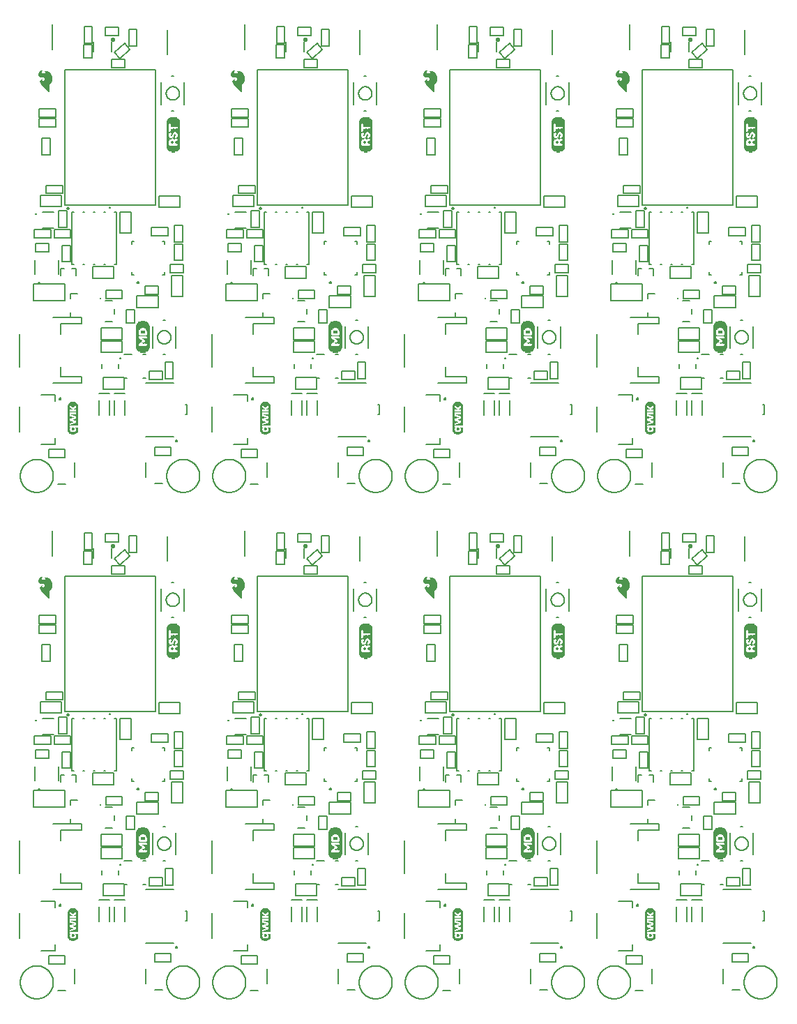
<source format=gto>
G04 EAGLE Gerber RS-274X export*
G75*
%MOMM*%
%FSLAX34Y34*%
%LPD*%
%INSilkscreen Top*%
%IPPOS*%
%AMOC8*
5,1,8,0,0,1.08239X$1,22.5*%
G01*
%ADD10C,0.203200*%
%ADD11C,0.152400*%
%ADD12C,0.127000*%
%ADD13C,0.200000*%
%ADD14C,0.100000*%
%ADD15C,0.270000*%
%ADD16C,0.300000*%
%ADD17R,0.040000X3.080000*%
%ADD18R,0.040000X3.320000*%
%ADD19R,0.040000X3.480000*%
%ADD20R,0.040000X3.640000*%
%ADD21R,0.040000X3.720000*%
%ADD22R,0.040000X3.800000*%
%ADD23R,0.040000X3.880000*%
%ADD24R,0.040000X0.720000*%
%ADD25R,0.040000X0.560000*%
%ADD26R,0.040000X0.240000*%
%ADD27R,0.040000X0.680000*%
%ADD28R,0.040000X0.400000*%
%ADD29R,0.040000X0.160000*%
%ADD30R,0.040000X0.120000*%
%ADD31R,0.040000X0.200000*%
%ADD32R,0.040000X0.080000*%
%ADD33R,0.040000X0.760000*%
%ADD34R,0.040000X0.880000*%
%ADD35R,0.040000X0.480000*%
%ADD36R,0.040000X1.160000*%
%ADD37R,0.040000X0.040000*%
%ADD38R,0.040000X0.800000*%
%ADD39R,0.040000X0.280000*%
%ADD40R,0.040000X1.200000*%
%ADD41R,0.040000X0.840000*%
%ADD42R,0.040000X1.240000*%
%ADD43R,0.040000X0.440000*%
%ADD44R,0.040000X0.360000*%
%ADD45R,0.040000X0.520000*%
%ADD46R,0.040000X0.600000*%
%ADD47R,0.040000X0.320000*%
%ADD48R,0.040000X1.120000*%
%ADD49R,0.040000X1.080000*%
%ADD50C,0.254000*%
%ADD51R,0.040000X2.680000*%
%ADD52R,0.040000X2.920000*%
%ADD53R,0.040000X3.240000*%
%ADD54R,0.040000X3.400000*%
%ADD55R,0.040000X1.040000*%
%ADD56R,0.040000X0.960000*%
%ADD57R,0.040000X0.920000*%
%ADD58R,0.040000X0.640000*%

G36*
X770726Y690303D02*
X770726Y690303D01*
X770727Y690304D01*
X770729Y690303D01*
X771256Y690356D01*
X771257Y690357D01*
X771259Y690357D01*
X771780Y690440D01*
X771783Y690443D01*
X771789Y690442D01*
X772801Y690756D01*
X772804Y690760D01*
X772811Y690761D01*
X773747Y691255D01*
X773749Y691258D01*
X773753Y691258D01*
X774189Y691555D01*
X774190Y691558D01*
X774195Y691559D01*
X775000Y692246D01*
X775001Y692250D01*
X775007Y692253D01*
X775682Y693071D01*
X775682Y693075D01*
X775688Y693080D01*
X776208Y694001D01*
X776208Y694004D01*
X776211Y694007D01*
X776420Y694491D01*
X776420Y694494D01*
X776423Y694497D01*
X776732Y695510D01*
X776730Y695515D01*
X776734Y695522D01*
X776840Y696576D01*
X776839Y696578D01*
X776840Y696580D01*
X776863Y697108D01*
X776863Y697109D01*
X776863Y697111D01*
X776863Y698802D01*
X776852Y698820D01*
X776849Y698842D01*
X776832Y698850D01*
X776827Y698859D01*
X776817Y698857D01*
X776802Y698864D01*
X776386Y698876D01*
X776385Y698876D01*
X773206Y698876D01*
X773197Y698870D01*
X773186Y698873D01*
X773170Y698853D01*
X773149Y698840D01*
X773151Y698829D01*
X773144Y698820D01*
X773158Y698777D01*
X773159Y698772D01*
X773160Y698772D01*
X773161Y698771D01*
X773458Y698454D01*
X773773Y698043D01*
X773995Y697578D01*
X774115Y697075D01*
X774149Y696558D01*
X774101Y696040D01*
X773983Y695535D01*
X773798Y695051D01*
X773541Y694602D01*
X773196Y694216D01*
X772792Y693891D01*
X772346Y693626D01*
X771870Y693419D01*
X771364Y693294D01*
X770846Y693221D01*
X770325Y693185D01*
X769804Y693225D01*
X769288Y693308D01*
X768784Y693440D01*
X768312Y693656D01*
X767877Y693938D01*
X767489Y694280D01*
X767162Y694680D01*
X766910Y695133D01*
X766751Y695626D01*
X766663Y696138D01*
X766630Y696657D01*
X766686Y697172D01*
X766835Y697667D01*
X767072Y698125D01*
X767402Y698530D01*
X767402Y698531D01*
X767403Y698532D01*
X767588Y698776D01*
X767588Y698781D01*
X767591Y698782D01*
X767590Y698785D01*
X767595Y698788D01*
X767591Y698816D01*
X767593Y698844D01*
X767586Y698847D01*
X767585Y698855D01*
X767538Y698876D01*
X766933Y698876D01*
X766707Y698887D01*
X766707Y701187D01*
X766953Y701183D01*
X766965Y701191D01*
X776611Y701211D01*
X776612Y701211D01*
X776614Y701211D01*
X776804Y701220D01*
X776821Y701232D01*
X776842Y701235D01*
X776850Y701253D01*
X776859Y701260D01*
X776857Y701269D01*
X776863Y701283D01*
X776861Y723861D01*
X776860Y723863D01*
X776861Y723867D01*
X776755Y724921D01*
X776753Y724924D01*
X776754Y724928D01*
X776642Y725443D01*
X776640Y725446D01*
X776641Y725450D01*
X776312Y726455D01*
X776308Y726459D01*
X776307Y726466D01*
X775802Y727397D01*
X775799Y727399D01*
X775798Y727401D01*
X775797Y727401D01*
X775796Y727406D01*
X775140Y728235D01*
X775137Y728236D01*
X775135Y728240D01*
X774767Y728617D01*
X774764Y728618D01*
X774762Y728622D01*
X773939Y729289D01*
X773934Y729289D01*
X773930Y729295D01*
X772999Y729801D01*
X772995Y729800D01*
X772990Y729804D01*
X772496Y729988D01*
X772494Y729987D01*
X772492Y729989D01*
X771987Y730146D01*
X771985Y730145D01*
X771983Y730147D01*
X771470Y730271D01*
X771466Y730269D01*
X771462Y730272D01*
X770408Y730379D01*
X770403Y730376D01*
X770396Y730379D01*
X769342Y730289D01*
X769340Y730288D01*
X769336Y730289D01*
X768817Y730198D01*
X768814Y730196D01*
X768809Y730196D01*
X767797Y729882D01*
X767794Y729878D01*
X767786Y729878D01*
X766853Y729377D01*
X766852Y729374D01*
X766847Y729373D01*
X766415Y729070D01*
X766414Y729068D01*
X766411Y729067D01*
X766002Y728730D01*
X766002Y728729D01*
X766000Y728728D01*
X765609Y728374D01*
X765608Y728370D01*
X765602Y728367D01*
X764928Y727550D01*
X764928Y727545D01*
X764922Y727541D01*
X764407Y726616D01*
X764407Y726613D01*
X764404Y726609D01*
X764202Y726123D01*
X764202Y726120D01*
X764200Y726116D01*
X763898Y725102D01*
X763899Y725097D01*
X763896Y725091D01*
X763789Y724036D01*
X763770Y723847D01*
X763772Y723844D01*
X763770Y723841D01*
X763770Y696825D01*
X763772Y696823D01*
X763770Y696819D01*
X763875Y695765D01*
X763877Y695762D01*
X763876Y695759D01*
X763980Y695242D01*
X763982Y695240D01*
X763982Y695235D01*
X764304Y694227D01*
X764308Y694223D01*
X764308Y694216D01*
X764814Y693285D01*
X764817Y693283D01*
X764818Y693277D01*
X765132Y692853D01*
X765133Y692852D01*
X765134Y692850D01*
X765471Y692441D01*
X765473Y692441D01*
X765474Y692438D01*
X765837Y692056D01*
X765841Y692055D01*
X765843Y692051D01*
X766661Y691378D01*
X766667Y691378D01*
X766671Y691372D01*
X767602Y690866D01*
X767606Y690866D01*
X767610Y690863D01*
X768102Y690673D01*
X768104Y690673D01*
X768106Y690671D01*
X768611Y690514D01*
X768613Y690515D01*
X768614Y690513D01*
X769126Y690382D01*
X769130Y690384D01*
X769135Y690381D01*
X770189Y690274D01*
X770193Y690276D01*
X770199Y690274D01*
X770726Y690303D01*
G37*
G36*
X537046Y75623D02*
X537046Y75623D01*
X537047Y75624D01*
X537049Y75623D01*
X537576Y75676D01*
X537577Y75677D01*
X537579Y75677D01*
X538100Y75760D01*
X538103Y75763D01*
X538109Y75762D01*
X539121Y76076D01*
X539124Y76080D01*
X539131Y76081D01*
X540067Y76575D01*
X540069Y76578D01*
X540073Y76578D01*
X540509Y76875D01*
X540510Y76878D01*
X540515Y76879D01*
X541320Y77566D01*
X541321Y77570D01*
X541327Y77573D01*
X542002Y78391D01*
X542002Y78395D01*
X542008Y78400D01*
X542528Y79321D01*
X542528Y79324D01*
X542531Y79327D01*
X542740Y79811D01*
X542740Y79814D01*
X542743Y79817D01*
X543052Y80830D01*
X543050Y80835D01*
X543054Y80842D01*
X543160Y81896D01*
X543159Y81898D01*
X543160Y81900D01*
X543183Y82428D01*
X543183Y82429D01*
X543183Y82431D01*
X543183Y84122D01*
X543172Y84140D01*
X543169Y84162D01*
X543152Y84170D01*
X543147Y84179D01*
X543137Y84177D01*
X543122Y84184D01*
X542706Y84196D01*
X542705Y84196D01*
X539526Y84196D01*
X539517Y84190D01*
X539506Y84193D01*
X539490Y84173D01*
X539469Y84160D01*
X539471Y84149D01*
X539464Y84140D01*
X539478Y84097D01*
X539479Y84092D01*
X539480Y84092D01*
X539481Y84091D01*
X539778Y83774D01*
X540093Y83363D01*
X540315Y82898D01*
X540435Y82395D01*
X540469Y81878D01*
X540421Y81360D01*
X540303Y80855D01*
X540118Y80371D01*
X539861Y79922D01*
X539516Y79536D01*
X539112Y79211D01*
X538666Y78946D01*
X538190Y78739D01*
X537684Y78614D01*
X537166Y78541D01*
X536645Y78505D01*
X536124Y78545D01*
X535608Y78628D01*
X535104Y78760D01*
X534632Y78976D01*
X534197Y79258D01*
X533809Y79600D01*
X533482Y80000D01*
X533230Y80453D01*
X533071Y80946D01*
X532983Y81458D01*
X532950Y81977D01*
X533006Y82492D01*
X533155Y82987D01*
X533392Y83445D01*
X533722Y83850D01*
X533722Y83851D01*
X533723Y83852D01*
X533908Y84096D01*
X533908Y84101D01*
X533911Y84102D01*
X533910Y84105D01*
X533915Y84108D01*
X533911Y84136D01*
X533913Y84164D01*
X533906Y84167D01*
X533905Y84175D01*
X533858Y84196D01*
X533253Y84196D01*
X533027Y84207D01*
X533027Y86507D01*
X533273Y86503D01*
X533285Y86511D01*
X542931Y86531D01*
X542932Y86531D01*
X542934Y86531D01*
X543124Y86540D01*
X543141Y86552D01*
X543162Y86555D01*
X543170Y86573D01*
X543179Y86580D01*
X543177Y86589D01*
X543183Y86603D01*
X543181Y109181D01*
X543180Y109183D01*
X543181Y109187D01*
X543075Y110241D01*
X543073Y110244D01*
X543074Y110248D01*
X542962Y110763D01*
X542960Y110766D01*
X542961Y110770D01*
X542632Y111775D01*
X542628Y111779D01*
X542627Y111786D01*
X542122Y112717D01*
X542119Y112719D01*
X542118Y112721D01*
X542117Y112721D01*
X542116Y112726D01*
X541460Y113555D01*
X541457Y113556D01*
X541455Y113560D01*
X541087Y113937D01*
X541084Y113938D01*
X541082Y113942D01*
X540259Y114609D01*
X540254Y114609D01*
X540250Y114615D01*
X539319Y115121D01*
X539315Y115120D01*
X539310Y115124D01*
X538816Y115308D01*
X538814Y115307D01*
X538812Y115309D01*
X538307Y115466D01*
X538305Y115465D01*
X538303Y115467D01*
X537790Y115591D01*
X537786Y115589D01*
X537782Y115592D01*
X536728Y115699D01*
X536723Y115696D01*
X536716Y115699D01*
X535662Y115609D01*
X535660Y115608D01*
X535656Y115609D01*
X535137Y115518D01*
X535134Y115516D01*
X535129Y115516D01*
X534117Y115202D01*
X534114Y115198D01*
X534106Y115198D01*
X533173Y114697D01*
X533172Y114694D01*
X533167Y114693D01*
X532735Y114390D01*
X532734Y114388D01*
X532731Y114387D01*
X532322Y114050D01*
X532322Y114049D01*
X532320Y114048D01*
X531929Y113694D01*
X531928Y113690D01*
X531922Y113687D01*
X531248Y112870D01*
X531248Y112865D01*
X531242Y112861D01*
X530727Y111936D01*
X530727Y111933D01*
X530724Y111929D01*
X530522Y111443D01*
X530522Y111440D01*
X530520Y111436D01*
X530218Y110422D01*
X530219Y110417D01*
X530216Y110411D01*
X530109Y109356D01*
X530090Y109167D01*
X530092Y109164D01*
X530090Y109161D01*
X530090Y82145D01*
X530092Y82143D01*
X530090Y82139D01*
X530195Y81085D01*
X530197Y81082D01*
X530196Y81079D01*
X530300Y80562D01*
X530302Y80560D01*
X530302Y80555D01*
X530624Y79547D01*
X530628Y79543D01*
X530628Y79536D01*
X531134Y78605D01*
X531137Y78603D01*
X531138Y78597D01*
X531452Y78173D01*
X531453Y78172D01*
X531454Y78170D01*
X531791Y77761D01*
X531793Y77761D01*
X531794Y77758D01*
X532157Y77376D01*
X532161Y77375D01*
X532163Y77371D01*
X532981Y76698D01*
X532987Y76698D01*
X532991Y76692D01*
X533922Y76186D01*
X533926Y76186D01*
X533930Y76183D01*
X534422Y75993D01*
X534424Y75993D01*
X534426Y75991D01*
X534931Y75834D01*
X534933Y75835D01*
X534934Y75833D01*
X535446Y75702D01*
X535450Y75704D01*
X535455Y75701D01*
X536509Y75594D01*
X536513Y75596D01*
X536519Y75594D01*
X537046Y75623D01*
G37*
G36*
X303366Y75623D02*
X303366Y75623D01*
X303367Y75624D01*
X303369Y75623D01*
X303896Y75676D01*
X303897Y75677D01*
X303899Y75677D01*
X304420Y75760D01*
X304423Y75763D01*
X304429Y75762D01*
X305441Y76076D01*
X305444Y76080D01*
X305451Y76081D01*
X306387Y76575D01*
X306389Y76578D01*
X306393Y76578D01*
X306829Y76875D01*
X306830Y76878D01*
X306835Y76879D01*
X307640Y77566D01*
X307641Y77570D01*
X307647Y77573D01*
X308322Y78391D01*
X308322Y78395D01*
X308328Y78400D01*
X308848Y79321D01*
X308848Y79324D01*
X308851Y79327D01*
X309060Y79811D01*
X309060Y79814D01*
X309063Y79817D01*
X309372Y80830D01*
X309370Y80835D01*
X309374Y80842D01*
X309480Y81896D01*
X309479Y81898D01*
X309480Y81900D01*
X309503Y82428D01*
X309503Y82429D01*
X309503Y82431D01*
X309503Y84122D01*
X309492Y84140D01*
X309489Y84162D01*
X309472Y84170D01*
X309467Y84179D01*
X309457Y84177D01*
X309442Y84184D01*
X309026Y84196D01*
X309025Y84196D01*
X305846Y84196D01*
X305837Y84190D01*
X305826Y84193D01*
X305810Y84173D01*
X305789Y84160D01*
X305791Y84149D01*
X305784Y84140D01*
X305798Y84097D01*
X305799Y84092D01*
X305800Y84092D01*
X305801Y84091D01*
X306098Y83774D01*
X306413Y83363D01*
X306635Y82898D01*
X306755Y82395D01*
X306789Y81878D01*
X306741Y81360D01*
X306623Y80855D01*
X306438Y80371D01*
X306181Y79922D01*
X305836Y79536D01*
X305432Y79211D01*
X304986Y78946D01*
X304510Y78739D01*
X304004Y78614D01*
X303486Y78541D01*
X302965Y78505D01*
X302444Y78545D01*
X301928Y78628D01*
X301424Y78760D01*
X300952Y78976D01*
X300517Y79258D01*
X300129Y79600D01*
X299802Y80000D01*
X299550Y80453D01*
X299391Y80946D01*
X299303Y81458D01*
X299270Y81977D01*
X299326Y82492D01*
X299475Y82987D01*
X299712Y83445D01*
X300042Y83850D01*
X300042Y83851D01*
X300043Y83852D01*
X300228Y84096D01*
X300228Y84101D01*
X300231Y84102D01*
X300230Y84105D01*
X300235Y84108D01*
X300231Y84136D01*
X300233Y84164D01*
X300226Y84167D01*
X300225Y84175D01*
X300178Y84196D01*
X299573Y84196D01*
X299347Y84207D01*
X299347Y86507D01*
X299593Y86503D01*
X299605Y86511D01*
X309251Y86531D01*
X309252Y86531D01*
X309254Y86531D01*
X309444Y86540D01*
X309461Y86552D01*
X309482Y86555D01*
X309490Y86573D01*
X309499Y86580D01*
X309497Y86589D01*
X309503Y86603D01*
X309501Y109181D01*
X309500Y109183D01*
X309501Y109187D01*
X309395Y110241D01*
X309393Y110244D01*
X309394Y110248D01*
X309282Y110763D01*
X309280Y110766D01*
X309281Y110770D01*
X308952Y111775D01*
X308948Y111779D01*
X308947Y111786D01*
X308442Y112717D01*
X308439Y112719D01*
X308438Y112721D01*
X308437Y112721D01*
X308436Y112726D01*
X307780Y113555D01*
X307777Y113556D01*
X307775Y113560D01*
X307407Y113937D01*
X307404Y113938D01*
X307402Y113942D01*
X306579Y114609D01*
X306574Y114609D01*
X306570Y114615D01*
X305639Y115121D01*
X305635Y115120D01*
X305630Y115124D01*
X305136Y115308D01*
X305134Y115307D01*
X305132Y115309D01*
X304627Y115466D01*
X304625Y115465D01*
X304623Y115467D01*
X304110Y115591D01*
X304106Y115589D01*
X304102Y115592D01*
X303048Y115699D01*
X303043Y115696D01*
X303036Y115699D01*
X301982Y115609D01*
X301980Y115608D01*
X301976Y115609D01*
X301457Y115518D01*
X301454Y115516D01*
X301449Y115516D01*
X300437Y115202D01*
X300434Y115198D01*
X300426Y115198D01*
X299493Y114697D01*
X299492Y114694D01*
X299487Y114693D01*
X299055Y114390D01*
X299054Y114388D01*
X299051Y114387D01*
X298642Y114050D01*
X298642Y114049D01*
X298640Y114048D01*
X298249Y113694D01*
X298248Y113690D01*
X298242Y113687D01*
X297568Y112870D01*
X297568Y112865D01*
X297562Y112861D01*
X297047Y111936D01*
X297047Y111933D01*
X297044Y111929D01*
X296842Y111443D01*
X296842Y111440D01*
X296840Y111436D01*
X296538Y110422D01*
X296539Y110417D01*
X296536Y110411D01*
X296429Y109356D01*
X296410Y109167D01*
X296412Y109164D01*
X296410Y109161D01*
X296410Y82145D01*
X296412Y82143D01*
X296410Y82139D01*
X296515Y81085D01*
X296517Y81082D01*
X296516Y81079D01*
X296620Y80562D01*
X296622Y80560D01*
X296622Y80555D01*
X296944Y79547D01*
X296948Y79543D01*
X296948Y79536D01*
X297454Y78605D01*
X297457Y78603D01*
X297458Y78597D01*
X297772Y78173D01*
X297773Y78172D01*
X297774Y78170D01*
X298111Y77761D01*
X298113Y77761D01*
X298114Y77758D01*
X298477Y77376D01*
X298481Y77375D01*
X298483Y77371D01*
X299301Y76698D01*
X299307Y76698D01*
X299311Y76692D01*
X300242Y76186D01*
X300246Y76186D01*
X300250Y76183D01*
X300742Y75993D01*
X300744Y75993D01*
X300746Y75991D01*
X301251Y75834D01*
X301253Y75835D01*
X301254Y75833D01*
X301766Y75702D01*
X301770Y75704D01*
X301775Y75701D01*
X302829Y75594D01*
X302833Y75596D01*
X302839Y75594D01*
X303366Y75623D01*
G37*
G36*
X770726Y75623D02*
X770726Y75623D01*
X770727Y75624D01*
X770729Y75623D01*
X771256Y75676D01*
X771257Y75677D01*
X771259Y75677D01*
X771780Y75760D01*
X771783Y75763D01*
X771789Y75762D01*
X772801Y76076D01*
X772804Y76080D01*
X772811Y76081D01*
X773747Y76575D01*
X773749Y76578D01*
X773753Y76578D01*
X774189Y76875D01*
X774190Y76878D01*
X774195Y76879D01*
X775000Y77566D01*
X775001Y77570D01*
X775007Y77573D01*
X775682Y78391D01*
X775682Y78395D01*
X775688Y78400D01*
X776208Y79321D01*
X776208Y79324D01*
X776211Y79327D01*
X776420Y79811D01*
X776420Y79814D01*
X776423Y79817D01*
X776732Y80830D01*
X776730Y80835D01*
X776734Y80842D01*
X776840Y81896D01*
X776839Y81898D01*
X776840Y81900D01*
X776863Y82428D01*
X776863Y82429D01*
X776863Y82431D01*
X776863Y84122D01*
X776852Y84140D01*
X776849Y84162D01*
X776832Y84170D01*
X776827Y84179D01*
X776817Y84177D01*
X776802Y84184D01*
X776386Y84196D01*
X776385Y84196D01*
X773206Y84196D01*
X773197Y84190D01*
X773186Y84193D01*
X773170Y84173D01*
X773149Y84160D01*
X773151Y84149D01*
X773144Y84140D01*
X773158Y84097D01*
X773159Y84092D01*
X773160Y84092D01*
X773161Y84091D01*
X773458Y83774D01*
X773773Y83363D01*
X773995Y82898D01*
X774115Y82395D01*
X774149Y81878D01*
X774101Y81360D01*
X773983Y80855D01*
X773798Y80371D01*
X773541Y79922D01*
X773196Y79536D01*
X772792Y79211D01*
X772346Y78946D01*
X771870Y78739D01*
X771364Y78614D01*
X770846Y78541D01*
X770325Y78505D01*
X769804Y78545D01*
X769288Y78628D01*
X768784Y78760D01*
X768312Y78976D01*
X767877Y79258D01*
X767489Y79600D01*
X767162Y80000D01*
X766910Y80453D01*
X766751Y80946D01*
X766663Y81458D01*
X766630Y81977D01*
X766686Y82492D01*
X766835Y82987D01*
X767072Y83445D01*
X767402Y83850D01*
X767402Y83851D01*
X767403Y83852D01*
X767588Y84096D01*
X767588Y84101D01*
X767591Y84102D01*
X767590Y84105D01*
X767595Y84108D01*
X767591Y84136D01*
X767593Y84164D01*
X767586Y84167D01*
X767585Y84175D01*
X767538Y84196D01*
X766933Y84196D01*
X766707Y84207D01*
X766707Y86507D01*
X766953Y86503D01*
X766965Y86511D01*
X776611Y86531D01*
X776612Y86531D01*
X776614Y86531D01*
X776804Y86540D01*
X776821Y86552D01*
X776842Y86555D01*
X776850Y86573D01*
X776859Y86580D01*
X776857Y86589D01*
X776863Y86603D01*
X776861Y109181D01*
X776860Y109183D01*
X776861Y109187D01*
X776755Y110241D01*
X776753Y110244D01*
X776754Y110248D01*
X776642Y110763D01*
X776640Y110766D01*
X776641Y110770D01*
X776312Y111775D01*
X776308Y111779D01*
X776307Y111786D01*
X775802Y112717D01*
X775799Y112719D01*
X775798Y112721D01*
X775797Y112721D01*
X775796Y112726D01*
X775140Y113555D01*
X775137Y113556D01*
X775135Y113560D01*
X774767Y113937D01*
X774764Y113938D01*
X774762Y113942D01*
X773939Y114609D01*
X773934Y114609D01*
X773930Y114615D01*
X772999Y115121D01*
X772995Y115120D01*
X772990Y115124D01*
X772496Y115308D01*
X772494Y115307D01*
X772492Y115309D01*
X771987Y115466D01*
X771985Y115465D01*
X771983Y115467D01*
X771470Y115591D01*
X771466Y115589D01*
X771462Y115592D01*
X770408Y115699D01*
X770403Y115696D01*
X770396Y115699D01*
X769342Y115609D01*
X769340Y115608D01*
X769336Y115609D01*
X768817Y115518D01*
X768814Y115516D01*
X768809Y115516D01*
X767797Y115202D01*
X767794Y115198D01*
X767786Y115198D01*
X766853Y114697D01*
X766852Y114694D01*
X766847Y114693D01*
X766415Y114390D01*
X766414Y114388D01*
X766411Y114387D01*
X766002Y114050D01*
X766002Y114049D01*
X766000Y114048D01*
X765609Y113694D01*
X765608Y113690D01*
X765602Y113687D01*
X764928Y112870D01*
X764928Y112865D01*
X764922Y112861D01*
X764407Y111936D01*
X764407Y111933D01*
X764404Y111929D01*
X764202Y111443D01*
X764202Y111440D01*
X764200Y111436D01*
X763898Y110422D01*
X763899Y110417D01*
X763896Y110411D01*
X763789Y109356D01*
X763770Y109167D01*
X763772Y109164D01*
X763770Y109161D01*
X763770Y82145D01*
X763772Y82143D01*
X763770Y82139D01*
X763875Y81085D01*
X763877Y81082D01*
X763876Y81079D01*
X763980Y80562D01*
X763982Y80560D01*
X763982Y80555D01*
X764304Y79547D01*
X764308Y79543D01*
X764308Y79536D01*
X764814Y78605D01*
X764817Y78603D01*
X764818Y78597D01*
X765132Y78173D01*
X765133Y78172D01*
X765134Y78170D01*
X765471Y77761D01*
X765473Y77761D01*
X765474Y77758D01*
X765837Y77376D01*
X765841Y77375D01*
X765843Y77371D01*
X766661Y76698D01*
X766667Y76698D01*
X766671Y76692D01*
X767602Y76186D01*
X767606Y76186D01*
X767610Y76183D01*
X768102Y75993D01*
X768104Y75993D01*
X768106Y75991D01*
X768611Y75834D01*
X768613Y75835D01*
X768614Y75833D01*
X769126Y75702D01*
X769130Y75704D01*
X769135Y75701D01*
X770189Y75594D01*
X770193Y75596D01*
X770199Y75594D01*
X770726Y75623D01*
G37*
G36*
X303366Y690303D02*
X303366Y690303D01*
X303367Y690304D01*
X303369Y690303D01*
X303896Y690356D01*
X303897Y690357D01*
X303899Y690357D01*
X304420Y690440D01*
X304423Y690443D01*
X304429Y690442D01*
X305441Y690756D01*
X305444Y690760D01*
X305451Y690761D01*
X306387Y691255D01*
X306389Y691258D01*
X306393Y691258D01*
X306829Y691555D01*
X306830Y691558D01*
X306835Y691559D01*
X307640Y692246D01*
X307641Y692250D01*
X307647Y692253D01*
X308322Y693071D01*
X308322Y693075D01*
X308328Y693080D01*
X308848Y694001D01*
X308848Y694004D01*
X308851Y694007D01*
X309060Y694491D01*
X309060Y694494D01*
X309063Y694497D01*
X309372Y695510D01*
X309370Y695515D01*
X309374Y695522D01*
X309480Y696576D01*
X309479Y696578D01*
X309480Y696580D01*
X309503Y697108D01*
X309503Y697109D01*
X309503Y697111D01*
X309503Y698802D01*
X309492Y698820D01*
X309489Y698842D01*
X309472Y698850D01*
X309467Y698859D01*
X309457Y698857D01*
X309442Y698864D01*
X309026Y698876D01*
X309025Y698876D01*
X305846Y698876D01*
X305837Y698870D01*
X305826Y698873D01*
X305810Y698853D01*
X305789Y698840D01*
X305791Y698829D01*
X305784Y698820D01*
X305798Y698777D01*
X305799Y698772D01*
X305800Y698772D01*
X305801Y698771D01*
X306098Y698454D01*
X306413Y698043D01*
X306635Y697578D01*
X306755Y697075D01*
X306789Y696558D01*
X306741Y696040D01*
X306623Y695535D01*
X306438Y695051D01*
X306181Y694602D01*
X305836Y694216D01*
X305432Y693891D01*
X304986Y693626D01*
X304510Y693419D01*
X304004Y693294D01*
X303486Y693221D01*
X302965Y693185D01*
X302444Y693225D01*
X301928Y693308D01*
X301424Y693440D01*
X300952Y693656D01*
X300517Y693938D01*
X300129Y694280D01*
X299802Y694680D01*
X299550Y695133D01*
X299391Y695626D01*
X299303Y696138D01*
X299270Y696657D01*
X299326Y697172D01*
X299475Y697667D01*
X299712Y698125D01*
X300042Y698530D01*
X300042Y698531D01*
X300043Y698532D01*
X300228Y698776D01*
X300228Y698781D01*
X300231Y698782D01*
X300230Y698785D01*
X300235Y698788D01*
X300231Y698816D01*
X300233Y698844D01*
X300226Y698847D01*
X300225Y698855D01*
X300178Y698876D01*
X299573Y698876D01*
X299347Y698887D01*
X299347Y701187D01*
X299593Y701183D01*
X299605Y701191D01*
X309251Y701211D01*
X309252Y701211D01*
X309254Y701211D01*
X309444Y701220D01*
X309461Y701232D01*
X309482Y701235D01*
X309490Y701253D01*
X309499Y701260D01*
X309497Y701269D01*
X309503Y701283D01*
X309501Y723861D01*
X309500Y723863D01*
X309501Y723867D01*
X309395Y724921D01*
X309393Y724924D01*
X309394Y724928D01*
X309282Y725443D01*
X309280Y725446D01*
X309281Y725450D01*
X308952Y726455D01*
X308948Y726459D01*
X308947Y726466D01*
X308442Y727397D01*
X308439Y727399D01*
X308438Y727401D01*
X308437Y727401D01*
X308436Y727406D01*
X307780Y728235D01*
X307777Y728236D01*
X307775Y728240D01*
X307407Y728617D01*
X307404Y728618D01*
X307402Y728622D01*
X306579Y729289D01*
X306574Y729289D01*
X306570Y729295D01*
X305639Y729801D01*
X305635Y729800D01*
X305630Y729804D01*
X305136Y729988D01*
X305134Y729987D01*
X305132Y729989D01*
X304627Y730146D01*
X304625Y730145D01*
X304623Y730147D01*
X304110Y730271D01*
X304106Y730269D01*
X304102Y730272D01*
X303048Y730379D01*
X303043Y730376D01*
X303036Y730379D01*
X301982Y730289D01*
X301980Y730288D01*
X301976Y730289D01*
X301457Y730198D01*
X301454Y730196D01*
X301449Y730196D01*
X300437Y729882D01*
X300434Y729878D01*
X300426Y729878D01*
X299493Y729377D01*
X299492Y729374D01*
X299487Y729373D01*
X299055Y729070D01*
X299054Y729068D01*
X299051Y729067D01*
X298642Y728730D01*
X298642Y728729D01*
X298640Y728728D01*
X298249Y728374D01*
X298248Y728370D01*
X298242Y728367D01*
X297568Y727550D01*
X297568Y727545D01*
X297562Y727541D01*
X297047Y726616D01*
X297047Y726613D01*
X297044Y726609D01*
X296842Y726123D01*
X296842Y726120D01*
X296840Y726116D01*
X296538Y725102D01*
X296539Y725097D01*
X296536Y725091D01*
X296429Y724036D01*
X296410Y723847D01*
X296412Y723844D01*
X296410Y723841D01*
X296410Y696825D01*
X296412Y696823D01*
X296410Y696819D01*
X296515Y695765D01*
X296517Y695762D01*
X296516Y695759D01*
X296620Y695242D01*
X296622Y695240D01*
X296622Y695235D01*
X296944Y694227D01*
X296948Y694223D01*
X296948Y694216D01*
X297454Y693285D01*
X297457Y693283D01*
X297458Y693277D01*
X297772Y692853D01*
X297773Y692852D01*
X297774Y692850D01*
X298111Y692441D01*
X298113Y692441D01*
X298114Y692438D01*
X298477Y692056D01*
X298481Y692055D01*
X298483Y692051D01*
X299301Y691378D01*
X299307Y691378D01*
X299311Y691372D01*
X300242Y690866D01*
X300246Y690866D01*
X300250Y690863D01*
X300742Y690673D01*
X300744Y690673D01*
X300746Y690671D01*
X301251Y690514D01*
X301253Y690515D01*
X301254Y690513D01*
X301766Y690382D01*
X301770Y690384D01*
X301775Y690381D01*
X302829Y690274D01*
X302833Y690276D01*
X302839Y690274D01*
X303366Y690303D01*
G37*
G36*
X537046Y690303D02*
X537046Y690303D01*
X537047Y690304D01*
X537049Y690303D01*
X537576Y690356D01*
X537577Y690357D01*
X537579Y690357D01*
X538100Y690440D01*
X538103Y690443D01*
X538109Y690442D01*
X539121Y690756D01*
X539124Y690760D01*
X539131Y690761D01*
X540067Y691255D01*
X540069Y691258D01*
X540073Y691258D01*
X540509Y691555D01*
X540510Y691558D01*
X540515Y691559D01*
X541320Y692246D01*
X541321Y692250D01*
X541327Y692253D01*
X542002Y693071D01*
X542002Y693075D01*
X542008Y693080D01*
X542528Y694001D01*
X542528Y694004D01*
X542531Y694007D01*
X542740Y694491D01*
X542740Y694494D01*
X542743Y694497D01*
X543052Y695510D01*
X543050Y695515D01*
X543054Y695522D01*
X543160Y696576D01*
X543159Y696578D01*
X543160Y696580D01*
X543183Y697108D01*
X543183Y697109D01*
X543183Y697111D01*
X543183Y698802D01*
X543172Y698820D01*
X543169Y698842D01*
X543152Y698850D01*
X543147Y698859D01*
X543137Y698857D01*
X543122Y698864D01*
X542706Y698876D01*
X542705Y698876D01*
X539526Y698876D01*
X539517Y698870D01*
X539506Y698873D01*
X539490Y698853D01*
X539469Y698840D01*
X539471Y698829D01*
X539464Y698820D01*
X539478Y698777D01*
X539479Y698772D01*
X539480Y698772D01*
X539481Y698771D01*
X539778Y698454D01*
X540093Y698043D01*
X540315Y697578D01*
X540435Y697075D01*
X540469Y696558D01*
X540421Y696040D01*
X540303Y695535D01*
X540118Y695051D01*
X539861Y694602D01*
X539516Y694216D01*
X539112Y693891D01*
X538666Y693626D01*
X538190Y693419D01*
X537684Y693294D01*
X537166Y693221D01*
X536645Y693185D01*
X536124Y693225D01*
X535608Y693308D01*
X535104Y693440D01*
X534632Y693656D01*
X534197Y693938D01*
X533809Y694280D01*
X533482Y694680D01*
X533230Y695133D01*
X533071Y695626D01*
X532983Y696138D01*
X532950Y696657D01*
X533006Y697172D01*
X533155Y697667D01*
X533392Y698125D01*
X533722Y698530D01*
X533722Y698531D01*
X533723Y698532D01*
X533908Y698776D01*
X533908Y698781D01*
X533911Y698782D01*
X533910Y698785D01*
X533915Y698788D01*
X533911Y698816D01*
X533913Y698844D01*
X533906Y698847D01*
X533905Y698855D01*
X533858Y698876D01*
X533253Y698876D01*
X533027Y698887D01*
X533027Y701187D01*
X533273Y701183D01*
X533285Y701191D01*
X542931Y701211D01*
X542932Y701211D01*
X542934Y701211D01*
X543124Y701220D01*
X543141Y701232D01*
X543162Y701235D01*
X543170Y701253D01*
X543179Y701260D01*
X543177Y701269D01*
X543183Y701283D01*
X543181Y723861D01*
X543180Y723863D01*
X543181Y723867D01*
X543075Y724921D01*
X543073Y724924D01*
X543074Y724928D01*
X542962Y725443D01*
X542960Y725446D01*
X542961Y725450D01*
X542632Y726455D01*
X542628Y726459D01*
X542627Y726466D01*
X542122Y727397D01*
X542119Y727399D01*
X542118Y727401D01*
X542117Y727401D01*
X542116Y727406D01*
X541460Y728235D01*
X541457Y728236D01*
X541455Y728240D01*
X541087Y728617D01*
X541084Y728618D01*
X541082Y728622D01*
X540259Y729289D01*
X540254Y729289D01*
X540250Y729295D01*
X539319Y729801D01*
X539315Y729800D01*
X539310Y729804D01*
X538816Y729988D01*
X538814Y729987D01*
X538812Y729989D01*
X538307Y730146D01*
X538305Y730145D01*
X538303Y730147D01*
X537790Y730271D01*
X537786Y730269D01*
X537782Y730272D01*
X536728Y730379D01*
X536723Y730376D01*
X536716Y730379D01*
X535662Y730289D01*
X535660Y730288D01*
X535656Y730289D01*
X535137Y730198D01*
X535134Y730196D01*
X535129Y730196D01*
X534117Y729882D01*
X534114Y729878D01*
X534106Y729878D01*
X533173Y729377D01*
X533172Y729374D01*
X533167Y729373D01*
X532735Y729070D01*
X532734Y729068D01*
X532731Y729067D01*
X532322Y728730D01*
X532322Y728729D01*
X532320Y728728D01*
X531929Y728374D01*
X531928Y728370D01*
X531922Y728367D01*
X531248Y727550D01*
X531248Y727545D01*
X531242Y727541D01*
X530727Y726616D01*
X530727Y726613D01*
X530724Y726609D01*
X530522Y726123D01*
X530522Y726120D01*
X530520Y726116D01*
X530218Y725102D01*
X530219Y725097D01*
X530216Y725091D01*
X530109Y724036D01*
X530090Y723847D01*
X530092Y723844D01*
X530090Y723841D01*
X530090Y696825D01*
X530092Y696823D01*
X530090Y696819D01*
X530195Y695765D01*
X530197Y695762D01*
X530196Y695759D01*
X530300Y695242D01*
X530302Y695240D01*
X530302Y695235D01*
X530624Y694227D01*
X530628Y694223D01*
X530628Y694216D01*
X531134Y693285D01*
X531137Y693283D01*
X531138Y693277D01*
X531452Y692853D01*
X531453Y692852D01*
X531454Y692850D01*
X531791Y692441D01*
X531793Y692441D01*
X531794Y692438D01*
X532157Y692056D01*
X532161Y692055D01*
X532163Y692051D01*
X532981Y691378D01*
X532987Y691378D01*
X532991Y691372D01*
X533922Y690866D01*
X533926Y690866D01*
X533930Y690863D01*
X534422Y690673D01*
X534424Y690673D01*
X534426Y690671D01*
X534931Y690514D01*
X534933Y690515D01*
X534934Y690513D01*
X535446Y690382D01*
X535450Y690384D01*
X535455Y690381D01*
X536509Y690274D01*
X536513Y690276D01*
X536519Y690274D01*
X537046Y690303D01*
G37*
G36*
X69686Y690303D02*
X69686Y690303D01*
X69687Y690304D01*
X69689Y690303D01*
X70216Y690356D01*
X70217Y690357D01*
X70219Y690357D01*
X70740Y690440D01*
X70743Y690443D01*
X70749Y690442D01*
X71761Y690756D01*
X71764Y690760D01*
X71771Y690761D01*
X72707Y691255D01*
X72709Y691258D01*
X72713Y691258D01*
X73149Y691555D01*
X73150Y691558D01*
X73155Y691559D01*
X73960Y692246D01*
X73961Y692250D01*
X73967Y692253D01*
X74642Y693071D01*
X74642Y693075D01*
X74648Y693080D01*
X75168Y694001D01*
X75168Y694004D01*
X75171Y694007D01*
X75380Y694491D01*
X75380Y694494D01*
X75383Y694497D01*
X75692Y695510D01*
X75690Y695515D01*
X75694Y695522D01*
X75800Y696576D01*
X75799Y696578D01*
X75800Y696580D01*
X75823Y697108D01*
X75823Y697109D01*
X75823Y697111D01*
X75823Y698802D01*
X75812Y698820D01*
X75809Y698842D01*
X75792Y698850D01*
X75787Y698859D01*
X75777Y698857D01*
X75762Y698864D01*
X75346Y698876D01*
X75345Y698876D01*
X72166Y698876D01*
X72157Y698870D01*
X72146Y698873D01*
X72130Y698853D01*
X72109Y698840D01*
X72111Y698829D01*
X72104Y698820D01*
X72118Y698777D01*
X72119Y698772D01*
X72120Y698772D01*
X72121Y698771D01*
X72418Y698454D01*
X72733Y698043D01*
X72955Y697578D01*
X73075Y697075D01*
X73109Y696558D01*
X73061Y696040D01*
X72943Y695535D01*
X72758Y695051D01*
X72501Y694602D01*
X72156Y694216D01*
X71752Y693891D01*
X71306Y693626D01*
X70830Y693419D01*
X70324Y693294D01*
X69806Y693221D01*
X69285Y693185D01*
X68764Y693225D01*
X68248Y693308D01*
X67744Y693440D01*
X67272Y693656D01*
X66837Y693938D01*
X66449Y694280D01*
X66122Y694680D01*
X65870Y695133D01*
X65711Y695626D01*
X65623Y696138D01*
X65590Y696657D01*
X65646Y697172D01*
X65795Y697667D01*
X66032Y698125D01*
X66362Y698530D01*
X66362Y698531D01*
X66363Y698532D01*
X66548Y698776D01*
X66548Y698781D01*
X66551Y698782D01*
X66550Y698785D01*
X66555Y698788D01*
X66551Y698816D01*
X66553Y698844D01*
X66546Y698847D01*
X66545Y698855D01*
X66498Y698876D01*
X65893Y698876D01*
X65667Y698887D01*
X65667Y701187D01*
X65913Y701183D01*
X65925Y701191D01*
X75571Y701211D01*
X75572Y701211D01*
X75574Y701211D01*
X75764Y701220D01*
X75781Y701232D01*
X75802Y701235D01*
X75810Y701253D01*
X75819Y701260D01*
X75817Y701269D01*
X75823Y701283D01*
X75821Y723861D01*
X75820Y723863D01*
X75821Y723867D01*
X75715Y724921D01*
X75713Y724924D01*
X75714Y724928D01*
X75602Y725443D01*
X75600Y725446D01*
X75601Y725450D01*
X75272Y726455D01*
X75268Y726459D01*
X75267Y726466D01*
X74762Y727397D01*
X74759Y727399D01*
X74758Y727401D01*
X74757Y727401D01*
X74756Y727406D01*
X74100Y728235D01*
X74097Y728236D01*
X74095Y728240D01*
X73727Y728617D01*
X73724Y728618D01*
X73722Y728622D01*
X72899Y729289D01*
X72894Y729289D01*
X72890Y729295D01*
X71959Y729801D01*
X71955Y729800D01*
X71950Y729804D01*
X71456Y729988D01*
X71454Y729987D01*
X71452Y729989D01*
X70947Y730146D01*
X70945Y730145D01*
X70943Y730147D01*
X70430Y730271D01*
X70426Y730269D01*
X70422Y730272D01*
X69368Y730379D01*
X69363Y730376D01*
X69356Y730379D01*
X68302Y730289D01*
X68300Y730288D01*
X68296Y730289D01*
X67777Y730198D01*
X67774Y730196D01*
X67769Y730196D01*
X66757Y729882D01*
X66754Y729878D01*
X66746Y729878D01*
X65813Y729377D01*
X65812Y729374D01*
X65807Y729373D01*
X65375Y729070D01*
X65374Y729068D01*
X65371Y729067D01*
X64962Y728730D01*
X64962Y728729D01*
X64960Y728728D01*
X64569Y728374D01*
X64568Y728370D01*
X64562Y728367D01*
X63888Y727550D01*
X63888Y727545D01*
X63882Y727541D01*
X63367Y726616D01*
X63367Y726613D01*
X63364Y726609D01*
X63162Y726123D01*
X63162Y726120D01*
X63160Y726116D01*
X62858Y725102D01*
X62859Y725097D01*
X62856Y725091D01*
X62749Y724036D01*
X62730Y723847D01*
X62732Y723844D01*
X62730Y723841D01*
X62730Y696825D01*
X62732Y696823D01*
X62730Y696819D01*
X62835Y695765D01*
X62837Y695762D01*
X62836Y695759D01*
X62940Y695242D01*
X62942Y695240D01*
X62942Y695235D01*
X63264Y694227D01*
X63268Y694223D01*
X63268Y694216D01*
X63774Y693285D01*
X63777Y693283D01*
X63778Y693277D01*
X64092Y692853D01*
X64093Y692852D01*
X64094Y692850D01*
X64431Y692441D01*
X64433Y692441D01*
X64434Y692438D01*
X64797Y692056D01*
X64801Y692055D01*
X64803Y692051D01*
X65621Y691378D01*
X65627Y691378D01*
X65631Y691372D01*
X66562Y690866D01*
X66566Y690866D01*
X66570Y690863D01*
X67062Y690673D01*
X67064Y690673D01*
X67066Y690671D01*
X67571Y690514D01*
X67573Y690515D01*
X67574Y690513D01*
X68086Y690382D01*
X68090Y690384D01*
X68095Y690381D01*
X69149Y690274D01*
X69153Y690276D01*
X69159Y690274D01*
X69686Y690303D01*
G37*
G36*
X69686Y75623D02*
X69686Y75623D01*
X69687Y75624D01*
X69689Y75623D01*
X70216Y75676D01*
X70217Y75677D01*
X70219Y75677D01*
X70740Y75760D01*
X70743Y75763D01*
X70749Y75762D01*
X71761Y76076D01*
X71764Y76080D01*
X71771Y76081D01*
X72707Y76575D01*
X72709Y76578D01*
X72713Y76578D01*
X73149Y76875D01*
X73150Y76878D01*
X73155Y76879D01*
X73960Y77566D01*
X73961Y77570D01*
X73967Y77573D01*
X74642Y78391D01*
X74642Y78395D01*
X74648Y78400D01*
X75168Y79321D01*
X75168Y79324D01*
X75171Y79327D01*
X75380Y79811D01*
X75380Y79814D01*
X75383Y79817D01*
X75692Y80830D01*
X75690Y80835D01*
X75694Y80842D01*
X75800Y81896D01*
X75799Y81898D01*
X75800Y81900D01*
X75823Y82428D01*
X75823Y82429D01*
X75823Y82431D01*
X75823Y84122D01*
X75812Y84140D01*
X75809Y84162D01*
X75792Y84170D01*
X75787Y84179D01*
X75777Y84177D01*
X75762Y84184D01*
X75346Y84196D01*
X75345Y84196D01*
X72166Y84196D01*
X72157Y84190D01*
X72146Y84193D01*
X72130Y84173D01*
X72109Y84160D01*
X72111Y84149D01*
X72104Y84140D01*
X72118Y84097D01*
X72119Y84092D01*
X72120Y84092D01*
X72121Y84091D01*
X72418Y83774D01*
X72733Y83363D01*
X72955Y82898D01*
X73075Y82395D01*
X73109Y81878D01*
X73061Y81360D01*
X72943Y80855D01*
X72758Y80371D01*
X72501Y79922D01*
X72156Y79536D01*
X71752Y79211D01*
X71306Y78946D01*
X70830Y78739D01*
X70324Y78614D01*
X69806Y78541D01*
X69285Y78505D01*
X68764Y78545D01*
X68248Y78628D01*
X67744Y78760D01*
X67272Y78976D01*
X66837Y79258D01*
X66449Y79600D01*
X66122Y80000D01*
X65870Y80453D01*
X65711Y80946D01*
X65623Y81458D01*
X65590Y81977D01*
X65646Y82492D01*
X65795Y82987D01*
X66032Y83445D01*
X66362Y83850D01*
X66362Y83851D01*
X66363Y83852D01*
X66548Y84096D01*
X66548Y84101D01*
X66551Y84102D01*
X66550Y84105D01*
X66555Y84108D01*
X66551Y84136D01*
X66553Y84164D01*
X66546Y84167D01*
X66545Y84175D01*
X66498Y84196D01*
X65893Y84196D01*
X65667Y84207D01*
X65667Y86507D01*
X65913Y86503D01*
X65925Y86511D01*
X75571Y86531D01*
X75572Y86531D01*
X75574Y86531D01*
X75764Y86540D01*
X75781Y86552D01*
X75802Y86555D01*
X75810Y86573D01*
X75819Y86580D01*
X75817Y86589D01*
X75823Y86603D01*
X75821Y109181D01*
X75820Y109183D01*
X75821Y109187D01*
X75715Y110241D01*
X75713Y110244D01*
X75714Y110248D01*
X75602Y110763D01*
X75600Y110766D01*
X75601Y110770D01*
X75272Y111775D01*
X75268Y111779D01*
X75267Y111786D01*
X74762Y112717D01*
X74759Y112719D01*
X74758Y112721D01*
X74757Y112721D01*
X74756Y112726D01*
X74100Y113555D01*
X74097Y113556D01*
X74095Y113560D01*
X73727Y113937D01*
X73724Y113938D01*
X73722Y113942D01*
X72899Y114609D01*
X72894Y114609D01*
X72890Y114615D01*
X71959Y115121D01*
X71955Y115120D01*
X71950Y115124D01*
X71456Y115308D01*
X71454Y115307D01*
X71452Y115309D01*
X70947Y115466D01*
X70945Y115465D01*
X70943Y115467D01*
X70430Y115591D01*
X70426Y115589D01*
X70422Y115592D01*
X69368Y115699D01*
X69363Y115696D01*
X69356Y115699D01*
X68302Y115609D01*
X68300Y115608D01*
X68296Y115609D01*
X67777Y115518D01*
X67774Y115516D01*
X67769Y115516D01*
X66757Y115202D01*
X66754Y115198D01*
X66746Y115198D01*
X65813Y114697D01*
X65812Y114694D01*
X65807Y114693D01*
X65375Y114390D01*
X65374Y114388D01*
X65371Y114387D01*
X64962Y114050D01*
X64962Y114049D01*
X64960Y114048D01*
X64569Y113694D01*
X64568Y113690D01*
X64562Y113687D01*
X63888Y112870D01*
X63888Y112865D01*
X63882Y112861D01*
X63367Y111936D01*
X63367Y111933D01*
X63364Y111929D01*
X63162Y111443D01*
X63162Y111440D01*
X63160Y111436D01*
X62858Y110422D01*
X62859Y110417D01*
X62856Y110411D01*
X62749Y109356D01*
X62730Y109167D01*
X62732Y109164D01*
X62730Y109161D01*
X62730Y82145D01*
X62732Y82143D01*
X62730Y82139D01*
X62835Y81085D01*
X62837Y81082D01*
X62836Y81079D01*
X62940Y80562D01*
X62942Y80560D01*
X62942Y80555D01*
X63264Y79547D01*
X63268Y79543D01*
X63268Y79536D01*
X63774Y78605D01*
X63777Y78603D01*
X63778Y78597D01*
X64092Y78173D01*
X64093Y78172D01*
X64094Y78170D01*
X64431Y77761D01*
X64433Y77761D01*
X64434Y77758D01*
X64797Y77376D01*
X64801Y77375D01*
X64803Y77371D01*
X65621Y76698D01*
X65627Y76698D01*
X65631Y76692D01*
X66562Y76186D01*
X66566Y76186D01*
X66570Y76183D01*
X67062Y75993D01*
X67064Y75993D01*
X67066Y75991D01*
X67571Y75834D01*
X67573Y75835D01*
X67574Y75833D01*
X68086Y75702D01*
X68090Y75704D01*
X68095Y75701D01*
X69149Y75594D01*
X69153Y75596D01*
X69159Y75594D01*
X69686Y75623D01*
G37*
G36*
X741524Y1105864D02*
X741524Y1105864D01*
X741550Y1105865D01*
X741604Y1105895D01*
X741662Y1105917D01*
X741680Y1105936D01*
X741702Y1105948D01*
X741738Y1105998D01*
X741780Y1106044D01*
X741787Y1106068D01*
X741802Y1106090D01*
X741818Y1106174D01*
X741829Y1106210D01*
X741827Y1106220D01*
X741830Y1106232D01*
X741830Y1106939D01*
X741821Y1106974D01*
X741818Y1107031D01*
X741688Y1107551D01*
X741688Y1108212D01*
X741685Y1108227D01*
X741687Y1108246D01*
X741617Y1109007D01*
X741617Y1110687D01*
X741614Y1110699D01*
X741616Y1110716D01*
X741476Y1112540D01*
X741476Y1113892D01*
X741730Y1114908D01*
X742023Y1115319D01*
X743344Y1116640D01*
X743359Y1116663D01*
X743385Y1116688D01*
X744092Y1117678D01*
X744099Y1117694D01*
X744113Y1117710D01*
X744679Y1118700D01*
X744684Y1118719D01*
X744698Y1118739D01*
X745122Y1119729D01*
X745127Y1119755D01*
X745142Y1119787D01*
X745424Y1120918D01*
X745425Y1120947D01*
X745435Y1120985D01*
X745506Y1122046D01*
X745504Y1122057D01*
X745506Y1122071D01*
X745506Y1123202D01*
X745502Y1123223D01*
X745504Y1123249D01*
X745362Y1124381D01*
X745353Y1124405D01*
X745350Y1124438D01*
X744785Y1126418D01*
X744767Y1126450D01*
X744748Y1126505D01*
X743758Y1128202D01*
X743736Y1128225D01*
X743713Y1128263D01*
X742582Y1129536D01*
X742552Y1129557D01*
X742513Y1129597D01*
X741169Y1130516D01*
X741148Y1130525D01*
X741124Y1130543D01*
X739710Y1131250D01*
X739675Y1131258D01*
X739623Y1131281D01*
X738350Y1131564D01*
X738324Y1131564D01*
X738290Y1131572D01*
X737088Y1131643D01*
X737049Y1131636D01*
X736980Y1131634D01*
X736060Y1131422D01*
X735998Y1131391D01*
X735933Y1131366D01*
X735921Y1131353D01*
X735905Y1131345D01*
X735863Y1131290D01*
X735815Y1131239D01*
X735810Y1131222D01*
X735799Y1131208D01*
X735786Y1131140D01*
X735766Y1131073D01*
X735769Y1131055D01*
X735766Y1131038D01*
X735784Y1130971D01*
X735796Y1130902D01*
X735807Y1130886D01*
X735811Y1130871D01*
X735837Y1130841D01*
X735877Y1130782D01*
X736470Y1130190D01*
X736572Y1129986D01*
X736614Y1129858D01*
X736614Y1129585D01*
X736541Y1129438D01*
X736405Y1129303D01*
X735774Y1128924D01*
X735412Y1128803D01*
X735092Y1128739D01*
X734634Y1128674D01*
X733850Y1128674D01*
X733245Y1128795D01*
X732988Y1128949D01*
X732640Y1129297D01*
X732538Y1129500D01*
X732484Y1129664D01*
X732430Y1129931D01*
X732487Y1130327D01*
X732602Y1130671D01*
X732856Y1131052D01*
X732859Y1131060D01*
X732866Y1131068D01*
X733054Y1131381D01*
X733381Y1131709D01*
X733508Y1131751D01*
X733522Y1131759D01*
X733537Y1131762D01*
X733650Y1131838D01*
X733656Y1131842D01*
X733656Y1131843D01*
X733657Y1131843D01*
X733728Y1131914D01*
X733741Y1131936D01*
X733761Y1131952D01*
X733787Y1132008D01*
X733819Y1132061D01*
X733822Y1132087D01*
X733832Y1132110D01*
X733830Y1132172D01*
X733836Y1132233D01*
X733827Y1132257D01*
X733826Y1132283D01*
X733796Y1132338D01*
X733774Y1132395D01*
X733755Y1132413D01*
X733743Y1132435D01*
X733692Y1132471D01*
X733647Y1132513D01*
X733622Y1132520D01*
X733601Y1132535D01*
X733517Y1132552D01*
X733481Y1132562D01*
X733471Y1132560D01*
X733459Y1132563D01*
X733318Y1132563D01*
X733295Y1132557D01*
X733264Y1132559D01*
X732769Y1132488D01*
X732742Y1132478D01*
X732702Y1132473D01*
X731217Y1131978D01*
X731186Y1131958D01*
X731133Y1131938D01*
X730356Y1131443D01*
X730332Y1131418D01*
X730291Y1131391D01*
X729584Y1130684D01*
X729569Y1130659D01*
X729540Y1130631D01*
X728904Y1129712D01*
X728890Y1129677D01*
X728851Y1129603D01*
X728498Y1128401D01*
X728497Y1128377D01*
X728489Y1128359D01*
X728489Y1128351D01*
X728485Y1128341D01*
X728344Y1127209D01*
X728347Y1127179D01*
X728351Y1127077D01*
X728563Y1126157D01*
X728579Y1126125D01*
X728593Y1126073D01*
X729018Y1125224D01*
X729042Y1125195D01*
X729089Y1125125D01*
X729655Y1124560D01*
X729683Y1124542D01*
X729719Y1124508D01*
X730497Y1124013D01*
X730534Y1124000D01*
X730597Y1123968D01*
X731587Y1123685D01*
X731620Y1123684D01*
X731666Y1123671D01*
X732727Y1123601D01*
X732728Y1123601D01*
X732730Y1123601D01*
X733932Y1123530D01*
X733942Y1123532D01*
X733954Y1123529D01*
X734862Y1123529D01*
X735502Y1123238D01*
X735904Y1122836D01*
X736129Y1122386D01*
X736186Y1121876D01*
X736069Y1121291D01*
X735703Y1120680D01*
X735197Y1120174D01*
X734833Y1119932D01*
X734442Y1119764D01*
X733709Y1119764D01*
X733442Y1119818D01*
X733260Y1119909D01*
X733064Y1120104D01*
X732991Y1120252D01*
X732991Y1120921D01*
X733092Y1121123D01*
X733097Y1121146D01*
X733113Y1121173D01*
X733254Y1121597D01*
X733257Y1121635D01*
X733274Y1121717D01*
X733274Y1121859D01*
X733268Y1121883D01*
X733270Y1121908D01*
X733248Y1121967D01*
X733234Y1122028D01*
X733218Y1122047D01*
X733209Y1122070D01*
X733164Y1122113D01*
X733124Y1122161D01*
X733101Y1122171D01*
X733083Y1122189D01*
X733023Y1122207D01*
X732966Y1122232D01*
X732941Y1122231D01*
X732917Y1122238D01*
X732829Y1122227D01*
X732793Y1122226D01*
X732784Y1122221D01*
X732773Y1122220D01*
X732349Y1122078D01*
X732336Y1122070D01*
X732320Y1122067D01*
X732207Y1121991D01*
X732201Y1121987D01*
X732200Y1121986D01*
X731352Y1121138D01*
X731337Y1121115D01*
X731311Y1121090D01*
X730958Y1120595D01*
X730955Y1120590D01*
X730951Y1120585D01*
X730668Y1120161D01*
X730657Y1120133D01*
X730635Y1120099D01*
X730422Y1119604D01*
X730416Y1119567D01*
X730396Y1119508D01*
X730325Y1119013D01*
X730325Y1119008D01*
X730323Y1119002D01*
X730253Y1118365D01*
X730256Y1118337D01*
X730262Y1118231D01*
X730544Y1117100D01*
X730562Y1117066D01*
X730581Y1117007D01*
X730935Y1116371D01*
X730952Y1116352D01*
X730967Y1116322D01*
X731462Y1115686D01*
X731478Y1115673D01*
X731493Y1115650D01*
X741180Y1105963D01*
X741202Y1105949D01*
X741219Y1105929D01*
X741275Y1105904D01*
X741328Y1105872D01*
X741353Y1105869D01*
X741377Y1105858D01*
X741439Y1105861D01*
X741500Y1105855D01*
X741524Y1105864D01*
G37*
G36*
X507844Y1105864D02*
X507844Y1105864D01*
X507870Y1105865D01*
X507924Y1105895D01*
X507982Y1105917D01*
X508000Y1105936D01*
X508022Y1105948D01*
X508058Y1105998D01*
X508100Y1106044D01*
X508107Y1106068D01*
X508122Y1106090D01*
X508138Y1106174D01*
X508149Y1106210D01*
X508147Y1106220D01*
X508150Y1106232D01*
X508150Y1106939D01*
X508141Y1106974D01*
X508138Y1107031D01*
X508008Y1107551D01*
X508008Y1108212D01*
X508005Y1108227D01*
X508007Y1108246D01*
X507937Y1109007D01*
X507937Y1110687D01*
X507934Y1110699D01*
X507936Y1110716D01*
X507796Y1112540D01*
X507796Y1113892D01*
X508050Y1114908D01*
X508343Y1115319D01*
X509664Y1116640D01*
X509679Y1116663D01*
X509705Y1116688D01*
X510412Y1117678D01*
X510419Y1117694D01*
X510433Y1117710D01*
X510999Y1118700D01*
X511004Y1118719D01*
X511018Y1118739D01*
X511442Y1119729D01*
X511447Y1119755D01*
X511462Y1119787D01*
X511744Y1120918D01*
X511745Y1120947D01*
X511755Y1120985D01*
X511826Y1122046D01*
X511824Y1122057D01*
X511826Y1122071D01*
X511826Y1123202D01*
X511822Y1123223D01*
X511824Y1123249D01*
X511682Y1124381D01*
X511673Y1124405D01*
X511670Y1124438D01*
X511105Y1126418D01*
X511087Y1126450D01*
X511068Y1126505D01*
X510078Y1128202D01*
X510056Y1128225D01*
X510033Y1128263D01*
X508902Y1129536D01*
X508872Y1129557D01*
X508833Y1129597D01*
X507489Y1130516D01*
X507468Y1130525D01*
X507444Y1130543D01*
X506030Y1131250D01*
X505995Y1131258D01*
X505943Y1131281D01*
X504670Y1131564D01*
X504644Y1131564D01*
X504610Y1131572D01*
X503408Y1131643D01*
X503369Y1131636D01*
X503300Y1131634D01*
X502380Y1131422D01*
X502318Y1131391D01*
X502253Y1131366D01*
X502241Y1131353D01*
X502225Y1131345D01*
X502183Y1131290D01*
X502135Y1131239D01*
X502130Y1131222D01*
X502119Y1131208D01*
X502106Y1131140D01*
X502086Y1131073D01*
X502089Y1131055D01*
X502086Y1131038D01*
X502104Y1130971D01*
X502116Y1130902D01*
X502127Y1130886D01*
X502131Y1130871D01*
X502157Y1130841D01*
X502197Y1130782D01*
X502790Y1130190D01*
X502892Y1129986D01*
X502934Y1129858D01*
X502934Y1129585D01*
X502861Y1129438D01*
X502725Y1129303D01*
X502094Y1128924D01*
X501732Y1128803D01*
X501412Y1128739D01*
X500954Y1128674D01*
X500170Y1128674D01*
X499565Y1128795D01*
X499308Y1128949D01*
X498960Y1129297D01*
X498858Y1129500D01*
X498804Y1129664D01*
X498750Y1129931D01*
X498807Y1130327D01*
X498922Y1130671D01*
X499176Y1131052D01*
X499179Y1131060D01*
X499186Y1131068D01*
X499374Y1131381D01*
X499701Y1131709D01*
X499828Y1131751D01*
X499842Y1131759D01*
X499857Y1131762D01*
X499970Y1131838D01*
X499976Y1131842D01*
X499976Y1131843D01*
X499977Y1131843D01*
X500048Y1131914D01*
X500061Y1131936D01*
X500081Y1131952D01*
X500107Y1132008D01*
X500139Y1132061D01*
X500142Y1132087D01*
X500152Y1132110D01*
X500150Y1132172D01*
X500156Y1132233D01*
X500147Y1132257D01*
X500146Y1132283D01*
X500116Y1132338D01*
X500094Y1132395D01*
X500075Y1132413D01*
X500063Y1132435D01*
X500012Y1132471D01*
X499967Y1132513D01*
X499942Y1132520D01*
X499921Y1132535D01*
X499837Y1132552D01*
X499801Y1132562D01*
X499791Y1132560D01*
X499779Y1132563D01*
X499638Y1132563D01*
X499615Y1132557D01*
X499584Y1132559D01*
X499089Y1132488D01*
X499062Y1132478D01*
X499022Y1132473D01*
X497537Y1131978D01*
X497506Y1131958D01*
X497453Y1131938D01*
X496676Y1131443D01*
X496652Y1131418D01*
X496611Y1131391D01*
X495904Y1130684D01*
X495889Y1130659D01*
X495860Y1130631D01*
X495224Y1129712D01*
X495210Y1129677D01*
X495171Y1129603D01*
X494818Y1128401D01*
X494817Y1128377D01*
X494809Y1128359D01*
X494809Y1128351D01*
X494805Y1128341D01*
X494664Y1127209D01*
X494667Y1127179D01*
X494671Y1127077D01*
X494883Y1126157D01*
X494899Y1126125D01*
X494913Y1126073D01*
X495338Y1125224D01*
X495362Y1125195D01*
X495409Y1125125D01*
X495975Y1124560D01*
X496003Y1124542D01*
X496039Y1124508D01*
X496817Y1124013D01*
X496854Y1124000D01*
X496917Y1123968D01*
X497907Y1123685D01*
X497940Y1123684D01*
X497986Y1123671D01*
X499047Y1123601D01*
X499048Y1123601D01*
X499050Y1123601D01*
X500252Y1123530D01*
X500262Y1123532D01*
X500274Y1123529D01*
X501182Y1123529D01*
X501822Y1123238D01*
X502224Y1122836D01*
X502449Y1122386D01*
X502506Y1121876D01*
X502389Y1121291D01*
X502023Y1120680D01*
X501517Y1120174D01*
X501153Y1119932D01*
X500762Y1119764D01*
X500029Y1119764D01*
X499762Y1119818D01*
X499580Y1119909D01*
X499384Y1120104D01*
X499311Y1120252D01*
X499311Y1120921D01*
X499412Y1121123D01*
X499417Y1121146D01*
X499433Y1121173D01*
X499574Y1121597D01*
X499577Y1121635D01*
X499594Y1121717D01*
X499594Y1121859D01*
X499588Y1121883D01*
X499590Y1121908D01*
X499568Y1121967D01*
X499554Y1122028D01*
X499538Y1122047D01*
X499529Y1122070D01*
X499484Y1122113D01*
X499444Y1122161D01*
X499421Y1122171D01*
X499403Y1122189D01*
X499343Y1122207D01*
X499286Y1122232D01*
X499261Y1122231D01*
X499237Y1122238D01*
X499149Y1122227D01*
X499113Y1122226D01*
X499104Y1122221D01*
X499093Y1122220D01*
X498669Y1122078D01*
X498656Y1122070D01*
X498640Y1122067D01*
X498527Y1121991D01*
X498521Y1121987D01*
X498520Y1121986D01*
X497672Y1121138D01*
X497657Y1121115D01*
X497631Y1121090D01*
X497278Y1120595D01*
X497275Y1120590D01*
X497271Y1120585D01*
X496988Y1120161D01*
X496977Y1120133D01*
X496955Y1120099D01*
X496742Y1119604D01*
X496736Y1119567D01*
X496716Y1119508D01*
X496645Y1119013D01*
X496645Y1119008D01*
X496643Y1119002D01*
X496573Y1118365D01*
X496576Y1118337D01*
X496582Y1118231D01*
X496864Y1117100D01*
X496882Y1117066D01*
X496901Y1117007D01*
X497255Y1116371D01*
X497272Y1116352D01*
X497287Y1116322D01*
X497782Y1115686D01*
X497798Y1115673D01*
X497813Y1115650D01*
X507500Y1105963D01*
X507522Y1105949D01*
X507539Y1105929D01*
X507595Y1105904D01*
X507648Y1105872D01*
X507673Y1105869D01*
X507697Y1105858D01*
X507759Y1105861D01*
X507820Y1105855D01*
X507844Y1105864D01*
G37*
G36*
X274164Y1105864D02*
X274164Y1105864D01*
X274190Y1105865D01*
X274244Y1105895D01*
X274302Y1105917D01*
X274320Y1105936D01*
X274342Y1105948D01*
X274378Y1105998D01*
X274420Y1106044D01*
X274427Y1106068D01*
X274442Y1106090D01*
X274458Y1106174D01*
X274469Y1106210D01*
X274467Y1106220D01*
X274470Y1106232D01*
X274470Y1106939D01*
X274461Y1106974D01*
X274458Y1107031D01*
X274328Y1107551D01*
X274328Y1108212D01*
X274325Y1108227D01*
X274327Y1108246D01*
X274257Y1109007D01*
X274257Y1110687D01*
X274254Y1110699D01*
X274256Y1110716D01*
X274116Y1112540D01*
X274116Y1113892D01*
X274370Y1114908D01*
X274663Y1115319D01*
X275984Y1116640D01*
X275999Y1116663D01*
X276025Y1116688D01*
X276732Y1117678D01*
X276739Y1117694D01*
X276753Y1117710D01*
X277319Y1118700D01*
X277324Y1118719D01*
X277338Y1118739D01*
X277762Y1119729D01*
X277767Y1119755D01*
X277782Y1119787D01*
X278064Y1120918D01*
X278065Y1120947D01*
X278075Y1120985D01*
X278146Y1122046D01*
X278144Y1122057D01*
X278146Y1122071D01*
X278146Y1123202D01*
X278142Y1123223D01*
X278144Y1123249D01*
X278002Y1124381D01*
X277993Y1124405D01*
X277990Y1124438D01*
X277425Y1126418D01*
X277407Y1126450D01*
X277388Y1126505D01*
X276398Y1128202D01*
X276376Y1128225D01*
X276353Y1128263D01*
X275222Y1129536D01*
X275192Y1129557D01*
X275153Y1129597D01*
X273809Y1130516D01*
X273788Y1130525D01*
X273764Y1130543D01*
X272350Y1131250D01*
X272315Y1131258D01*
X272263Y1131281D01*
X270990Y1131564D01*
X270964Y1131564D01*
X270930Y1131572D01*
X269728Y1131643D01*
X269689Y1131636D01*
X269620Y1131634D01*
X268700Y1131422D01*
X268638Y1131391D01*
X268573Y1131366D01*
X268561Y1131353D01*
X268545Y1131345D01*
X268503Y1131290D01*
X268455Y1131239D01*
X268450Y1131222D01*
X268439Y1131208D01*
X268426Y1131140D01*
X268406Y1131073D01*
X268409Y1131055D01*
X268406Y1131038D01*
X268424Y1130971D01*
X268436Y1130902D01*
X268447Y1130886D01*
X268451Y1130871D01*
X268477Y1130841D01*
X268517Y1130782D01*
X269110Y1130190D01*
X269212Y1129986D01*
X269254Y1129858D01*
X269254Y1129585D01*
X269181Y1129438D01*
X269045Y1129303D01*
X268414Y1128924D01*
X268052Y1128803D01*
X267732Y1128739D01*
X267274Y1128674D01*
X266490Y1128674D01*
X265885Y1128795D01*
X265628Y1128949D01*
X265280Y1129297D01*
X265178Y1129500D01*
X265124Y1129664D01*
X265070Y1129931D01*
X265127Y1130327D01*
X265242Y1130671D01*
X265496Y1131052D01*
X265499Y1131060D01*
X265506Y1131068D01*
X265694Y1131381D01*
X266021Y1131709D01*
X266148Y1131751D01*
X266162Y1131759D01*
X266177Y1131762D01*
X266290Y1131838D01*
X266296Y1131842D01*
X266296Y1131843D01*
X266297Y1131843D01*
X266368Y1131914D01*
X266381Y1131936D01*
X266401Y1131952D01*
X266427Y1132008D01*
X266459Y1132061D01*
X266462Y1132087D01*
X266472Y1132110D01*
X266470Y1132172D01*
X266476Y1132233D01*
X266467Y1132257D01*
X266466Y1132283D01*
X266436Y1132338D01*
X266414Y1132395D01*
X266395Y1132413D01*
X266383Y1132435D01*
X266332Y1132471D01*
X266287Y1132513D01*
X266262Y1132520D01*
X266241Y1132535D01*
X266157Y1132552D01*
X266121Y1132562D01*
X266111Y1132560D01*
X266099Y1132563D01*
X265958Y1132563D01*
X265935Y1132557D01*
X265904Y1132559D01*
X265409Y1132488D01*
X265382Y1132478D01*
X265342Y1132473D01*
X263857Y1131978D01*
X263826Y1131958D01*
X263773Y1131938D01*
X262996Y1131443D01*
X262972Y1131418D01*
X262931Y1131391D01*
X262224Y1130684D01*
X262209Y1130659D01*
X262180Y1130631D01*
X261544Y1129712D01*
X261530Y1129677D01*
X261491Y1129603D01*
X261138Y1128401D01*
X261137Y1128377D01*
X261129Y1128359D01*
X261129Y1128351D01*
X261125Y1128341D01*
X260984Y1127209D01*
X260987Y1127179D01*
X260991Y1127077D01*
X261203Y1126157D01*
X261219Y1126125D01*
X261233Y1126073D01*
X261658Y1125224D01*
X261682Y1125195D01*
X261729Y1125125D01*
X262295Y1124560D01*
X262323Y1124542D01*
X262359Y1124508D01*
X263137Y1124013D01*
X263174Y1124000D01*
X263237Y1123968D01*
X264227Y1123685D01*
X264260Y1123684D01*
X264306Y1123671D01*
X265367Y1123601D01*
X265368Y1123601D01*
X265370Y1123601D01*
X266572Y1123530D01*
X266582Y1123532D01*
X266594Y1123529D01*
X267502Y1123529D01*
X268142Y1123238D01*
X268544Y1122836D01*
X268769Y1122386D01*
X268826Y1121876D01*
X268709Y1121291D01*
X268343Y1120680D01*
X267837Y1120174D01*
X267473Y1119932D01*
X267082Y1119764D01*
X266349Y1119764D01*
X266082Y1119818D01*
X265900Y1119909D01*
X265704Y1120104D01*
X265631Y1120252D01*
X265631Y1120921D01*
X265732Y1121123D01*
X265737Y1121146D01*
X265753Y1121173D01*
X265894Y1121597D01*
X265897Y1121635D01*
X265914Y1121717D01*
X265914Y1121859D01*
X265908Y1121883D01*
X265910Y1121908D01*
X265888Y1121967D01*
X265874Y1122028D01*
X265858Y1122047D01*
X265849Y1122070D01*
X265804Y1122113D01*
X265764Y1122161D01*
X265741Y1122171D01*
X265723Y1122189D01*
X265663Y1122207D01*
X265606Y1122232D01*
X265581Y1122231D01*
X265557Y1122238D01*
X265469Y1122227D01*
X265433Y1122226D01*
X265424Y1122221D01*
X265413Y1122220D01*
X264989Y1122078D01*
X264976Y1122070D01*
X264960Y1122067D01*
X264847Y1121991D01*
X264841Y1121987D01*
X264840Y1121986D01*
X263992Y1121138D01*
X263977Y1121115D01*
X263951Y1121090D01*
X263598Y1120595D01*
X263595Y1120590D01*
X263591Y1120585D01*
X263308Y1120161D01*
X263297Y1120133D01*
X263275Y1120099D01*
X263062Y1119604D01*
X263056Y1119567D01*
X263036Y1119508D01*
X262965Y1119013D01*
X262965Y1119008D01*
X262963Y1119002D01*
X262893Y1118365D01*
X262896Y1118337D01*
X262902Y1118231D01*
X263184Y1117100D01*
X263202Y1117066D01*
X263221Y1117007D01*
X263575Y1116371D01*
X263592Y1116352D01*
X263607Y1116322D01*
X264102Y1115686D01*
X264118Y1115673D01*
X264133Y1115650D01*
X273820Y1105963D01*
X273842Y1105949D01*
X273859Y1105929D01*
X273915Y1105904D01*
X273968Y1105872D01*
X273993Y1105869D01*
X274017Y1105858D01*
X274079Y1105861D01*
X274140Y1105855D01*
X274164Y1105864D01*
G37*
G36*
X40484Y1105864D02*
X40484Y1105864D01*
X40510Y1105865D01*
X40564Y1105895D01*
X40622Y1105917D01*
X40640Y1105936D01*
X40662Y1105948D01*
X40698Y1105998D01*
X40740Y1106044D01*
X40747Y1106068D01*
X40762Y1106090D01*
X40778Y1106174D01*
X40789Y1106210D01*
X40787Y1106220D01*
X40790Y1106232D01*
X40790Y1106939D01*
X40781Y1106974D01*
X40778Y1107031D01*
X40648Y1107551D01*
X40648Y1108212D01*
X40645Y1108227D01*
X40647Y1108246D01*
X40577Y1109007D01*
X40577Y1110687D01*
X40574Y1110699D01*
X40576Y1110716D01*
X40436Y1112540D01*
X40436Y1113892D01*
X40690Y1114908D01*
X40983Y1115319D01*
X42304Y1116640D01*
X42319Y1116663D01*
X42345Y1116688D01*
X43052Y1117678D01*
X43059Y1117694D01*
X43073Y1117710D01*
X43639Y1118700D01*
X43644Y1118719D01*
X43658Y1118739D01*
X44082Y1119729D01*
X44087Y1119755D01*
X44102Y1119787D01*
X44384Y1120918D01*
X44385Y1120947D01*
X44395Y1120985D01*
X44466Y1122046D01*
X44464Y1122057D01*
X44466Y1122071D01*
X44466Y1123202D01*
X44462Y1123223D01*
X44464Y1123249D01*
X44322Y1124381D01*
X44313Y1124405D01*
X44310Y1124438D01*
X43745Y1126418D01*
X43727Y1126450D01*
X43708Y1126505D01*
X42718Y1128202D01*
X42696Y1128225D01*
X42673Y1128263D01*
X41542Y1129536D01*
X41512Y1129557D01*
X41473Y1129597D01*
X40129Y1130516D01*
X40108Y1130525D01*
X40084Y1130543D01*
X38670Y1131250D01*
X38635Y1131258D01*
X38583Y1131281D01*
X37310Y1131564D01*
X37284Y1131564D01*
X37250Y1131572D01*
X36048Y1131643D01*
X36009Y1131636D01*
X35940Y1131634D01*
X35020Y1131422D01*
X34958Y1131391D01*
X34893Y1131366D01*
X34881Y1131353D01*
X34865Y1131345D01*
X34823Y1131290D01*
X34775Y1131239D01*
X34770Y1131222D01*
X34759Y1131208D01*
X34746Y1131140D01*
X34726Y1131073D01*
X34729Y1131055D01*
X34726Y1131038D01*
X34744Y1130971D01*
X34756Y1130902D01*
X34767Y1130886D01*
X34771Y1130871D01*
X34797Y1130841D01*
X34837Y1130782D01*
X35430Y1130190D01*
X35532Y1129986D01*
X35574Y1129858D01*
X35574Y1129585D01*
X35501Y1129438D01*
X35365Y1129303D01*
X34734Y1128924D01*
X34372Y1128803D01*
X34052Y1128739D01*
X33594Y1128674D01*
X32810Y1128674D01*
X32205Y1128795D01*
X31948Y1128949D01*
X31600Y1129297D01*
X31498Y1129500D01*
X31444Y1129664D01*
X31390Y1129931D01*
X31447Y1130327D01*
X31562Y1130671D01*
X31816Y1131052D01*
X31819Y1131060D01*
X31826Y1131068D01*
X32014Y1131381D01*
X32341Y1131709D01*
X32468Y1131751D01*
X32482Y1131759D01*
X32497Y1131762D01*
X32610Y1131838D01*
X32616Y1131842D01*
X32616Y1131843D01*
X32617Y1131843D01*
X32688Y1131914D01*
X32701Y1131936D01*
X32721Y1131952D01*
X32747Y1132008D01*
X32779Y1132061D01*
X32782Y1132087D01*
X32792Y1132110D01*
X32790Y1132172D01*
X32796Y1132233D01*
X32787Y1132257D01*
X32786Y1132283D01*
X32756Y1132338D01*
X32734Y1132395D01*
X32715Y1132413D01*
X32703Y1132435D01*
X32652Y1132471D01*
X32607Y1132513D01*
X32582Y1132520D01*
X32561Y1132535D01*
X32477Y1132552D01*
X32441Y1132562D01*
X32431Y1132560D01*
X32419Y1132563D01*
X32278Y1132563D01*
X32255Y1132557D01*
X32224Y1132559D01*
X31729Y1132488D01*
X31702Y1132478D01*
X31662Y1132473D01*
X30177Y1131978D01*
X30146Y1131958D01*
X30093Y1131938D01*
X29316Y1131443D01*
X29292Y1131418D01*
X29251Y1131391D01*
X28544Y1130684D01*
X28529Y1130659D01*
X28500Y1130631D01*
X27864Y1129712D01*
X27850Y1129677D01*
X27811Y1129603D01*
X27458Y1128401D01*
X27457Y1128377D01*
X27449Y1128359D01*
X27449Y1128351D01*
X27445Y1128341D01*
X27304Y1127209D01*
X27307Y1127179D01*
X27311Y1127077D01*
X27523Y1126157D01*
X27539Y1126125D01*
X27553Y1126073D01*
X27978Y1125224D01*
X28002Y1125195D01*
X28049Y1125125D01*
X28615Y1124560D01*
X28643Y1124542D01*
X28679Y1124508D01*
X29457Y1124013D01*
X29494Y1124000D01*
X29557Y1123968D01*
X30547Y1123685D01*
X30580Y1123684D01*
X30626Y1123671D01*
X31687Y1123601D01*
X31688Y1123601D01*
X31690Y1123601D01*
X32892Y1123530D01*
X32902Y1123532D01*
X32914Y1123529D01*
X33822Y1123529D01*
X34462Y1123238D01*
X34864Y1122836D01*
X35089Y1122386D01*
X35146Y1121876D01*
X35029Y1121291D01*
X34663Y1120680D01*
X34157Y1120174D01*
X33793Y1119932D01*
X33402Y1119764D01*
X32669Y1119764D01*
X32402Y1119818D01*
X32220Y1119909D01*
X32024Y1120104D01*
X31951Y1120252D01*
X31951Y1120921D01*
X32052Y1121123D01*
X32057Y1121146D01*
X32073Y1121173D01*
X32214Y1121597D01*
X32217Y1121635D01*
X32234Y1121717D01*
X32234Y1121859D01*
X32228Y1121883D01*
X32230Y1121908D01*
X32208Y1121967D01*
X32194Y1122028D01*
X32178Y1122047D01*
X32169Y1122070D01*
X32124Y1122113D01*
X32084Y1122161D01*
X32061Y1122171D01*
X32043Y1122189D01*
X31983Y1122207D01*
X31926Y1122232D01*
X31901Y1122231D01*
X31877Y1122238D01*
X31789Y1122227D01*
X31753Y1122226D01*
X31744Y1122221D01*
X31733Y1122220D01*
X31309Y1122078D01*
X31296Y1122070D01*
X31280Y1122067D01*
X31167Y1121991D01*
X31161Y1121987D01*
X31160Y1121986D01*
X30312Y1121138D01*
X30297Y1121115D01*
X30271Y1121090D01*
X29918Y1120595D01*
X29915Y1120590D01*
X29911Y1120585D01*
X29628Y1120161D01*
X29617Y1120133D01*
X29595Y1120099D01*
X29382Y1119604D01*
X29376Y1119567D01*
X29356Y1119508D01*
X29285Y1119013D01*
X29285Y1119008D01*
X29283Y1119002D01*
X29213Y1118365D01*
X29216Y1118337D01*
X29222Y1118231D01*
X29504Y1117100D01*
X29522Y1117066D01*
X29541Y1117007D01*
X29895Y1116371D01*
X29912Y1116352D01*
X29927Y1116322D01*
X30422Y1115686D01*
X30438Y1115673D01*
X30453Y1115650D01*
X40140Y1105963D01*
X40162Y1105949D01*
X40179Y1105929D01*
X40235Y1105904D01*
X40288Y1105872D01*
X40313Y1105869D01*
X40337Y1105858D01*
X40399Y1105861D01*
X40460Y1105855D01*
X40484Y1105864D01*
G37*
G36*
X40484Y491184D02*
X40484Y491184D01*
X40510Y491185D01*
X40564Y491215D01*
X40622Y491237D01*
X40640Y491256D01*
X40662Y491268D01*
X40698Y491318D01*
X40740Y491364D01*
X40747Y491388D01*
X40762Y491410D01*
X40778Y491494D01*
X40789Y491530D01*
X40787Y491540D01*
X40790Y491552D01*
X40790Y492259D01*
X40781Y492294D01*
X40778Y492351D01*
X40648Y492871D01*
X40648Y493532D01*
X40645Y493547D01*
X40647Y493566D01*
X40577Y494327D01*
X40577Y496007D01*
X40574Y496019D01*
X40576Y496036D01*
X40436Y497860D01*
X40436Y499212D01*
X40690Y500228D01*
X40983Y500639D01*
X42304Y501960D01*
X42319Y501983D01*
X42345Y502008D01*
X43052Y502998D01*
X43059Y503014D01*
X43073Y503030D01*
X43639Y504020D01*
X43644Y504039D01*
X43658Y504059D01*
X44082Y505049D01*
X44087Y505075D01*
X44102Y505107D01*
X44384Y506238D01*
X44385Y506267D01*
X44395Y506305D01*
X44466Y507366D01*
X44464Y507377D01*
X44466Y507391D01*
X44466Y508522D01*
X44462Y508543D01*
X44464Y508569D01*
X44322Y509701D01*
X44313Y509725D01*
X44310Y509758D01*
X43745Y511738D01*
X43727Y511770D01*
X43708Y511825D01*
X42718Y513522D01*
X42696Y513545D01*
X42673Y513583D01*
X41542Y514856D01*
X41512Y514877D01*
X41473Y514917D01*
X40129Y515836D01*
X40108Y515845D01*
X40084Y515863D01*
X38670Y516570D01*
X38635Y516578D01*
X38583Y516601D01*
X37310Y516884D01*
X37284Y516884D01*
X37250Y516892D01*
X36048Y516963D01*
X36009Y516956D01*
X35940Y516954D01*
X35020Y516742D01*
X34958Y516711D01*
X34893Y516686D01*
X34881Y516673D01*
X34865Y516665D01*
X34823Y516610D01*
X34775Y516559D01*
X34770Y516542D01*
X34759Y516528D01*
X34746Y516460D01*
X34726Y516393D01*
X34729Y516375D01*
X34726Y516358D01*
X34744Y516291D01*
X34756Y516222D01*
X34767Y516206D01*
X34771Y516191D01*
X34797Y516161D01*
X34837Y516102D01*
X35430Y515510D01*
X35532Y515306D01*
X35574Y515178D01*
X35574Y514905D01*
X35501Y514758D01*
X35365Y514623D01*
X34734Y514244D01*
X34372Y514123D01*
X34052Y514059D01*
X33594Y513994D01*
X32810Y513994D01*
X32205Y514115D01*
X31948Y514269D01*
X31600Y514617D01*
X31498Y514820D01*
X31444Y514984D01*
X31390Y515251D01*
X31447Y515647D01*
X31562Y515991D01*
X31816Y516372D01*
X31819Y516380D01*
X31826Y516388D01*
X32014Y516701D01*
X32341Y517029D01*
X32468Y517071D01*
X32482Y517079D01*
X32497Y517082D01*
X32610Y517158D01*
X32616Y517162D01*
X32616Y517163D01*
X32617Y517163D01*
X32688Y517234D01*
X32701Y517256D01*
X32721Y517272D01*
X32747Y517328D01*
X32779Y517381D01*
X32782Y517407D01*
X32792Y517430D01*
X32790Y517492D01*
X32796Y517553D01*
X32787Y517577D01*
X32786Y517603D01*
X32756Y517658D01*
X32734Y517715D01*
X32715Y517733D01*
X32703Y517755D01*
X32652Y517791D01*
X32607Y517833D01*
X32582Y517840D01*
X32561Y517855D01*
X32477Y517872D01*
X32441Y517882D01*
X32431Y517880D01*
X32419Y517883D01*
X32278Y517883D01*
X32255Y517877D01*
X32224Y517879D01*
X31729Y517808D01*
X31702Y517798D01*
X31662Y517793D01*
X30177Y517298D01*
X30146Y517278D01*
X30093Y517258D01*
X29316Y516763D01*
X29292Y516738D01*
X29251Y516711D01*
X28544Y516004D01*
X28529Y515979D01*
X28500Y515951D01*
X27864Y515032D01*
X27850Y514997D01*
X27811Y514923D01*
X27458Y513721D01*
X27457Y513697D01*
X27449Y513679D01*
X27449Y513671D01*
X27445Y513661D01*
X27304Y512529D01*
X27307Y512499D01*
X27311Y512397D01*
X27523Y511477D01*
X27539Y511445D01*
X27553Y511393D01*
X27978Y510544D01*
X28002Y510515D01*
X28049Y510445D01*
X28615Y509880D01*
X28643Y509862D01*
X28679Y509828D01*
X29457Y509333D01*
X29494Y509320D01*
X29557Y509288D01*
X30547Y509005D01*
X30580Y509004D01*
X30626Y508991D01*
X31687Y508921D01*
X31688Y508921D01*
X31690Y508921D01*
X32892Y508850D01*
X32902Y508852D01*
X32914Y508849D01*
X33822Y508849D01*
X34462Y508558D01*
X34864Y508156D01*
X35089Y507706D01*
X35146Y507196D01*
X35029Y506611D01*
X34663Y506000D01*
X34157Y505494D01*
X33793Y505252D01*
X33402Y505084D01*
X32669Y505084D01*
X32402Y505138D01*
X32220Y505229D01*
X32024Y505424D01*
X31951Y505572D01*
X31951Y506241D01*
X32052Y506443D01*
X32057Y506466D01*
X32073Y506493D01*
X32214Y506917D01*
X32217Y506955D01*
X32234Y507037D01*
X32234Y507179D01*
X32228Y507203D01*
X32230Y507228D01*
X32208Y507287D01*
X32194Y507348D01*
X32178Y507367D01*
X32169Y507390D01*
X32124Y507433D01*
X32084Y507481D01*
X32061Y507491D01*
X32043Y507509D01*
X31983Y507527D01*
X31926Y507552D01*
X31901Y507551D01*
X31877Y507558D01*
X31789Y507547D01*
X31753Y507546D01*
X31744Y507541D01*
X31733Y507540D01*
X31309Y507398D01*
X31296Y507390D01*
X31280Y507387D01*
X31167Y507311D01*
X31161Y507307D01*
X31160Y507306D01*
X30312Y506458D01*
X30297Y506435D01*
X30271Y506410D01*
X29918Y505915D01*
X29915Y505910D01*
X29911Y505905D01*
X29628Y505481D01*
X29617Y505453D01*
X29595Y505419D01*
X29382Y504924D01*
X29376Y504887D01*
X29356Y504828D01*
X29285Y504333D01*
X29285Y504328D01*
X29283Y504322D01*
X29213Y503685D01*
X29216Y503657D01*
X29222Y503551D01*
X29504Y502420D01*
X29522Y502386D01*
X29541Y502327D01*
X29895Y501691D01*
X29912Y501672D01*
X29927Y501642D01*
X30422Y501006D01*
X30438Y500993D01*
X30453Y500970D01*
X40140Y491283D01*
X40162Y491269D01*
X40179Y491249D01*
X40235Y491224D01*
X40288Y491192D01*
X40313Y491189D01*
X40337Y491178D01*
X40399Y491181D01*
X40460Y491175D01*
X40484Y491184D01*
G37*
G36*
X741524Y491184D02*
X741524Y491184D01*
X741550Y491185D01*
X741604Y491215D01*
X741662Y491237D01*
X741680Y491256D01*
X741702Y491268D01*
X741738Y491318D01*
X741780Y491364D01*
X741787Y491388D01*
X741802Y491410D01*
X741818Y491494D01*
X741829Y491530D01*
X741827Y491540D01*
X741830Y491552D01*
X741830Y492259D01*
X741821Y492294D01*
X741818Y492351D01*
X741688Y492871D01*
X741688Y493532D01*
X741685Y493547D01*
X741687Y493566D01*
X741617Y494327D01*
X741617Y496007D01*
X741614Y496019D01*
X741616Y496036D01*
X741476Y497860D01*
X741476Y499212D01*
X741730Y500228D01*
X742023Y500639D01*
X743344Y501960D01*
X743359Y501983D01*
X743385Y502008D01*
X744092Y502998D01*
X744099Y503014D01*
X744113Y503030D01*
X744679Y504020D01*
X744684Y504039D01*
X744698Y504059D01*
X745122Y505049D01*
X745127Y505075D01*
X745142Y505107D01*
X745424Y506238D01*
X745425Y506267D01*
X745435Y506305D01*
X745506Y507366D01*
X745504Y507377D01*
X745506Y507391D01*
X745506Y508522D01*
X745502Y508543D01*
X745504Y508569D01*
X745362Y509701D01*
X745353Y509725D01*
X745350Y509758D01*
X744785Y511738D01*
X744767Y511770D01*
X744748Y511825D01*
X743758Y513522D01*
X743736Y513545D01*
X743713Y513583D01*
X742582Y514856D01*
X742552Y514877D01*
X742513Y514917D01*
X741169Y515836D01*
X741148Y515845D01*
X741124Y515863D01*
X739710Y516570D01*
X739675Y516578D01*
X739623Y516601D01*
X738350Y516884D01*
X738324Y516884D01*
X738290Y516892D01*
X737088Y516963D01*
X737049Y516956D01*
X736980Y516954D01*
X736060Y516742D01*
X735998Y516711D01*
X735933Y516686D01*
X735921Y516673D01*
X735905Y516665D01*
X735863Y516610D01*
X735815Y516559D01*
X735810Y516542D01*
X735799Y516528D01*
X735786Y516460D01*
X735766Y516393D01*
X735769Y516375D01*
X735766Y516358D01*
X735784Y516291D01*
X735796Y516222D01*
X735807Y516206D01*
X735811Y516191D01*
X735837Y516161D01*
X735877Y516102D01*
X736470Y515510D01*
X736572Y515306D01*
X736614Y515178D01*
X736614Y514905D01*
X736541Y514758D01*
X736405Y514623D01*
X735774Y514244D01*
X735412Y514123D01*
X735092Y514059D01*
X734634Y513994D01*
X733850Y513994D01*
X733245Y514115D01*
X732988Y514269D01*
X732640Y514617D01*
X732538Y514820D01*
X732484Y514984D01*
X732430Y515251D01*
X732487Y515647D01*
X732602Y515991D01*
X732856Y516372D01*
X732859Y516380D01*
X732866Y516388D01*
X733054Y516701D01*
X733381Y517029D01*
X733508Y517071D01*
X733522Y517079D01*
X733537Y517082D01*
X733650Y517158D01*
X733656Y517162D01*
X733656Y517163D01*
X733657Y517163D01*
X733728Y517234D01*
X733741Y517256D01*
X733761Y517272D01*
X733787Y517328D01*
X733819Y517381D01*
X733822Y517407D01*
X733832Y517430D01*
X733830Y517492D01*
X733836Y517553D01*
X733827Y517577D01*
X733826Y517603D01*
X733796Y517658D01*
X733774Y517715D01*
X733755Y517733D01*
X733743Y517755D01*
X733692Y517791D01*
X733647Y517833D01*
X733622Y517840D01*
X733601Y517855D01*
X733517Y517872D01*
X733481Y517882D01*
X733471Y517880D01*
X733459Y517883D01*
X733318Y517883D01*
X733295Y517877D01*
X733264Y517879D01*
X732769Y517808D01*
X732742Y517798D01*
X732702Y517793D01*
X731217Y517298D01*
X731186Y517278D01*
X731133Y517258D01*
X730356Y516763D01*
X730332Y516738D01*
X730291Y516711D01*
X729584Y516004D01*
X729569Y515979D01*
X729540Y515951D01*
X728904Y515032D01*
X728890Y514997D01*
X728851Y514923D01*
X728498Y513721D01*
X728497Y513697D01*
X728489Y513679D01*
X728489Y513671D01*
X728485Y513661D01*
X728344Y512529D01*
X728347Y512499D01*
X728351Y512397D01*
X728563Y511477D01*
X728579Y511445D01*
X728593Y511393D01*
X729018Y510544D01*
X729042Y510515D01*
X729089Y510445D01*
X729655Y509880D01*
X729683Y509862D01*
X729719Y509828D01*
X730497Y509333D01*
X730534Y509320D01*
X730597Y509288D01*
X731587Y509005D01*
X731620Y509004D01*
X731666Y508991D01*
X732727Y508921D01*
X732728Y508921D01*
X732730Y508921D01*
X733932Y508850D01*
X733942Y508852D01*
X733954Y508849D01*
X734862Y508849D01*
X735502Y508558D01*
X735904Y508156D01*
X736129Y507706D01*
X736186Y507196D01*
X736069Y506611D01*
X735703Y506000D01*
X735197Y505494D01*
X734833Y505252D01*
X734442Y505084D01*
X733709Y505084D01*
X733442Y505138D01*
X733260Y505229D01*
X733064Y505424D01*
X732991Y505572D01*
X732991Y506241D01*
X733092Y506443D01*
X733097Y506466D01*
X733113Y506493D01*
X733254Y506917D01*
X733257Y506955D01*
X733274Y507037D01*
X733274Y507179D01*
X733268Y507203D01*
X733270Y507228D01*
X733248Y507287D01*
X733234Y507348D01*
X733218Y507367D01*
X733209Y507390D01*
X733164Y507433D01*
X733124Y507481D01*
X733101Y507491D01*
X733083Y507509D01*
X733023Y507527D01*
X732966Y507552D01*
X732941Y507551D01*
X732917Y507558D01*
X732829Y507547D01*
X732793Y507546D01*
X732784Y507541D01*
X732773Y507540D01*
X732349Y507398D01*
X732336Y507390D01*
X732320Y507387D01*
X732207Y507311D01*
X732201Y507307D01*
X732200Y507306D01*
X731352Y506458D01*
X731337Y506435D01*
X731311Y506410D01*
X730958Y505915D01*
X730955Y505910D01*
X730951Y505905D01*
X730668Y505481D01*
X730657Y505453D01*
X730635Y505419D01*
X730422Y504924D01*
X730416Y504887D01*
X730396Y504828D01*
X730325Y504333D01*
X730325Y504328D01*
X730323Y504322D01*
X730253Y503685D01*
X730256Y503657D01*
X730262Y503551D01*
X730544Y502420D01*
X730562Y502386D01*
X730581Y502327D01*
X730935Y501691D01*
X730952Y501672D01*
X730967Y501642D01*
X731462Y501006D01*
X731478Y500993D01*
X731493Y500970D01*
X741180Y491283D01*
X741202Y491269D01*
X741219Y491249D01*
X741275Y491224D01*
X741328Y491192D01*
X741353Y491189D01*
X741377Y491178D01*
X741439Y491181D01*
X741500Y491175D01*
X741524Y491184D01*
G37*
G36*
X274164Y491184D02*
X274164Y491184D01*
X274190Y491185D01*
X274244Y491215D01*
X274302Y491237D01*
X274320Y491256D01*
X274342Y491268D01*
X274378Y491318D01*
X274420Y491364D01*
X274427Y491388D01*
X274442Y491410D01*
X274458Y491494D01*
X274469Y491530D01*
X274467Y491540D01*
X274470Y491552D01*
X274470Y492259D01*
X274461Y492294D01*
X274458Y492351D01*
X274328Y492871D01*
X274328Y493532D01*
X274325Y493547D01*
X274327Y493566D01*
X274257Y494327D01*
X274257Y496007D01*
X274254Y496019D01*
X274256Y496036D01*
X274116Y497860D01*
X274116Y499212D01*
X274370Y500228D01*
X274663Y500639D01*
X275984Y501960D01*
X275999Y501983D01*
X276025Y502008D01*
X276732Y502998D01*
X276739Y503014D01*
X276753Y503030D01*
X277319Y504020D01*
X277324Y504039D01*
X277338Y504059D01*
X277762Y505049D01*
X277767Y505075D01*
X277782Y505107D01*
X278064Y506238D01*
X278065Y506267D01*
X278075Y506305D01*
X278146Y507366D01*
X278144Y507377D01*
X278146Y507391D01*
X278146Y508522D01*
X278142Y508543D01*
X278144Y508569D01*
X278002Y509701D01*
X277993Y509725D01*
X277990Y509758D01*
X277425Y511738D01*
X277407Y511770D01*
X277388Y511825D01*
X276398Y513522D01*
X276376Y513545D01*
X276353Y513583D01*
X275222Y514856D01*
X275192Y514877D01*
X275153Y514917D01*
X273809Y515836D01*
X273788Y515845D01*
X273764Y515863D01*
X272350Y516570D01*
X272315Y516578D01*
X272263Y516601D01*
X270990Y516884D01*
X270964Y516884D01*
X270930Y516892D01*
X269728Y516963D01*
X269689Y516956D01*
X269620Y516954D01*
X268700Y516742D01*
X268638Y516711D01*
X268573Y516686D01*
X268561Y516673D01*
X268545Y516665D01*
X268503Y516610D01*
X268455Y516559D01*
X268450Y516542D01*
X268439Y516528D01*
X268426Y516460D01*
X268406Y516393D01*
X268409Y516375D01*
X268406Y516358D01*
X268424Y516291D01*
X268436Y516222D01*
X268447Y516206D01*
X268451Y516191D01*
X268477Y516161D01*
X268517Y516102D01*
X269110Y515510D01*
X269212Y515306D01*
X269254Y515178D01*
X269254Y514905D01*
X269181Y514758D01*
X269045Y514623D01*
X268414Y514244D01*
X268052Y514123D01*
X267732Y514059D01*
X267274Y513994D01*
X266490Y513994D01*
X265885Y514115D01*
X265628Y514269D01*
X265280Y514617D01*
X265178Y514820D01*
X265124Y514984D01*
X265070Y515251D01*
X265127Y515647D01*
X265242Y515991D01*
X265496Y516372D01*
X265499Y516380D01*
X265506Y516388D01*
X265694Y516701D01*
X266021Y517029D01*
X266148Y517071D01*
X266162Y517079D01*
X266177Y517082D01*
X266290Y517158D01*
X266296Y517162D01*
X266296Y517163D01*
X266297Y517163D01*
X266368Y517234D01*
X266381Y517256D01*
X266401Y517272D01*
X266427Y517328D01*
X266459Y517381D01*
X266462Y517407D01*
X266472Y517430D01*
X266470Y517492D01*
X266476Y517553D01*
X266467Y517577D01*
X266466Y517603D01*
X266436Y517658D01*
X266414Y517715D01*
X266395Y517733D01*
X266383Y517755D01*
X266332Y517791D01*
X266287Y517833D01*
X266262Y517840D01*
X266241Y517855D01*
X266157Y517872D01*
X266121Y517882D01*
X266111Y517880D01*
X266099Y517883D01*
X265958Y517883D01*
X265935Y517877D01*
X265904Y517879D01*
X265409Y517808D01*
X265382Y517798D01*
X265342Y517793D01*
X263857Y517298D01*
X263826Y517278D01*
X263773Y517258D01*
X262996Y516763D01*
X262972Y516738D01*
X262931Y516711D01*
X262224Y516004D01*
X262209Y515979D01*
X262180Y515951D01*
X261544Y515032D01*
X261530Y514997D01*
X261491Y514923D01*
X261138Y513721D01*
X261137Y513697D01*
X261129Y513679D01*
X261129Y513671D01*
X261125Y513661D01*
X260984Y512529D01*
X260987Y512499D01*
X260991Y512397D01*
X261203Y511477D01*
X261219Y511445D01*
X261233Y511393D01*
X261658Y510544D01*
X261682Y510515D01*
X261729Y510445D01*
X262295Y509880D01*
X262323Y509862D01*
X262359Y509828D01*
X263137Y509333D01*
X263174Y509320D01*
X263237Y509288D01*
X264227Y509005D01*
X264260Y509004D01*
X264306Y508991D01*
X265367Y508921D01*
X265368Y508921D01*
X265370Y508921D01*
X266572Y508850D01*
X266582Y508852D01*
X266594Y508849D01*
X267502Y508849D01*
X268142Y508558D01*
X268544Y508156D01*
X268769Y507706D01*
X268826Y507196D01*
X268709Y506611D01*
X268343Y506000D01*
X267837Y505494D01*
X267473Y505252D01*
X267082Y505084D01*
X266349Y505084D01*
X266082Y505138D01*
X265900Y505229D01*
X265704Y505424D01*
X265631Y505572D01*
X265631Y506241D01*
X265732Y506443D01*
X265737Y506466D01*
X265753Y506493D01*
X265894Y506917D01*
X265897Y506955D01*
X265914Y507037D01*
X265914Y507179D01*
X265908Y507203D01*
X265910Y507228D01*
X265888Y507287D01*
X265874Y507348D01*
X265858Y507367D01*
X265849Y507390D01*
X265804Y507433D01*
X265764Y507481D01*
X265741Y507491D01*
X265723Y507509D01*
X265663Y507527D01*
X265606Y507552D01*
X265581Y507551D01*
X265557Y507558D01*
X265469Y507547D01*
X265433Y507546D01*
X265424Y507541D01*
X265413Y507540D01*
X264989Y507398D01*
X264976Y507390D01*
X264960Y507387D01*
X264847Y507311D01*
X264841Y507307D01*
X264840Y507306D01*
X263992Y506458D01*
X263977Y506435D01*
X263951Y506410D01*
X263598Y505915D01*
X263595Y505910D01*
X263591Y505905D01*
X263308Y505481D01*
X263297Y505453D01*
X263275Y505419D01*
X263062Y504924D01*
X263056Y504887D01*
X263036Y504828D01*
X262965Y504333D01*
X262965Y504328D01*
X262963Y504322D01*
X262893Y503685D01*
X262896Y503657D01*
X262902Y503551D01*
X263184Y502420D01*
X263202Y502386D01*
X263221Y502327D01*
X263575Y501691D01*
X263592Y501672D01*
X263607Y501642D01*
X264102Y501006D01*
X264118Y500993D01*
X264133Y500970D01*
X273820Y491283D01*
X273842Y491269D01*
X273859Y491249D01*
X273915Y491224D01*
X273968Y491192D01*
X273993Y491189D01*
X274017Y491178D01*
X274079Y491181D01*
X274140Y491175D01*
X274164Y491184D01*
G37*
G36*
X507844Y491184D02*
X507844Y491184D01*
X507870Y491185D01*
X507924Y491215D01*
X507982Y491237D01*
X508000Y491256D01*
X508022Y491268D01*
X508058Y491318D01*
X508100Y491364D01*
X508107Y491388D01*
X508122Y491410D01*
X508138Y491494D01*
X508149Y491530D01*
X508147Y491540D01*
X508150Y491552D01*
X508150Y492259D01*
X508141Y492294D01*
X508138Y492351D01*
X508008Y492871D01*
X508008Y493532D01*
X508005Y493547D01*
X508007Y493566D01*
X507937Y494327D01*
X507937Y496007D01*
X507934Y496019D01*
X507936Y496036D01*
X507796Y497860D01*
X507796Y499212D01*
X508050Y500228D01*
X508343Y500639D01*
X509664Y501960D01*
X509679Y501983D01*
X509705Y502008D01*
X510412Y502998D01*
X510419Y503014D01*
X510433Y503030D01*
X510999Y504020D01*
X511004Y504039D01*
X511018Y504059D01*
X511442Y505049D01*
X511447Y505075D01*
X511462Y505107D01*
X511744Y506238D01*
X511745Y506267D01*
X511755Y506305D01*
X511826Y507366D01*
X511824Y507377D01*
X511826Y507391D01*
X511826Y508522D01*
X511822Y508543D01*
X511824Y508569D01*
X511682Y509701D01*
X511673Y509725D01*
X511670Y509758D01*
X511105Y511738D01*
X511087Y511770D01*
X511068Y511825D01*
X510078Y513522D01*
X510056Y513545D01*
X510033Y513583D01*
X508902Y514856D01*
X508872Y514877D01*
X508833Y514917D01*
X507489Y515836D01*
X507468Y515845D01*
X507444Y515863D01*
X506030Y516570D01*
X505995Y516578D01*
X505943Y516601D01*
X504670Y516884D01*
X504644Y516884D01*
X504610Y516892D01*
X503408Y516963D01*
X503369Y516956D01*
X503300Y516954D01*
X502380Y516742D01*
X502318Y516711D01*
X502253Y516686D01*
X502241Y516673D01*
X502225Y516665D01*
X502183Y516610D01*
X502135Y516559D01*
X502130Y516542D01*
X502119Y516528D01*
X502106Y516460D01*
X502086Y516393D01*
X502089Y516375D01*
X502086Y516358D01*
X502104Y516291D01*
X502116Y516222D01*
X502127Y516206D01*
X502131Y516191D01*
X502157Y516161D01*
X502197Y516102D01*
X502790Y515510D01*
X502892Y515306D01*
X502934Y515178D01*
X502934Y514905D01*
X502861Y514758D01*
X502725Y514623D01*
X502094Y514244D01*
X501732Y514123D01*
X501412Y514059D01*
X500954Y513994D01*
X500170Y513994D01*
X499565Y514115D01*
X499308Y514269D01*
X498960Y514617D01*
X498858Y514820D01*
X498804Y514984D01*
X498750Y515251D01*
X498807Y515647D01*
X498922Y515991D01*
X499176Y516372D01*
X499179Y516380D01*
X499186Y516388D01*
X499374Y516701D01*
X499701Y517029D01*
X499828Y517071D01*
X499842Y517079D01*
X499857Y517082D01*
X499970Y517158D01*
X499976Y517162D01*
X499976Y517163D01*
X499977Y517163D01*
X500048Y517234D01*
X500061Y517256D01*
X500081Y517272D01*
X500107Y517328D01*
X500139Y517381D01*
X500142Y517407D01*
X500152Y517430D01*
X500150Y517492D01*
X500156Y517553D01*
X500147Y517577D01*
X500146Y517603D01*
X500116Y517658D01*
X500094Y517715D01*
X500075Y517733D01*
X500063Y517755D01*
X500012Y517791D01*
X499967Y517833D01*
X499942Y517840D01*
X499921Y517855D01*
X499837Y517872D01*
X499801Y517882D01*
X499791Y517880D01*
X499779Y517883D01*
X499638Y517883D01*
X499615Y517877D01*
X499584Y517879D01*
X499089Y517808D01*
X499062Y517798D01*
X499022Y517793D01*
X497537Y517298D01*
X497506Y517278D01*
X497453Y517258D01*
X496676Y516763D01*
X496652Y516738D01*
X496611Y516711D01*
X495904Y516004D01*
X495889Y515979D01*
X495860Y515951D01*
X495224Y515032D01*
X495210Y514997D01*
X495171Y514923D01*
X494818Y513721D01*
X494817Y513697D01*
X494809Y513679D01*
X494809Y513671D01*
X494805Y513661D01*
X494664Y512529D01*
X494667Y512499D01*
X494671Y512397D01*
X494883Y511477D01*
X494899Y511445D01*
X494913Y511393D01*
X495338Y510544D01*
X495362Y510515D01*
X495409Y510445D01*
X495975Y509880D01*
X496003Y509862D01*
X496039Y509828D01*
X496817Y509333D01*
X496854Y509320D01*
X496917Y509288D01*
X497907Y509005D01*
X497940Y509004D01*
X497986Y508991D01*
X499047Y508921D01*
X499048Y508921D01*
X499050Y508921D01*
X500252Y508850D01*
X500262Y508852D01*
X500274Y508849D01*
X501182Y508849D01*
X501822Y508558D01*
X502224Y508156D01*
X502449Y507706D01*
X502506Y507196D01*
X502389Y506611D01*
X502023Y506000D01*
X501517Y505494D01*
X501153Y505252D01*
X500762Y505084D01*
X500029Y505084D01*
X499762Y505138D01*
X499580Y505229D01*
X499384Y505424D01*
X499311Y505572D01*
X499311Y506241D01*
X499412Y506443D01*
X499417Y506466D01*
X499433Y506493D01*
X499574Y506917D01*
X499577Y506955D01*
X499594Y507037D01*
X499594Y507179D01*
X499588Y507203D01*
X499590Y507228D01*
X499568Y507287D01*
X499554Y507348D01*
X499538Y507367D01*
X499529Y507390D01*
X499484Y507433D01*
X499444Y507481D01*
X499421Y507491D01*
X499403Y507509D01*
X499343Y507527D01*
X499286Y507552D01*
X499261Y507551D01*
X499237Y507558D01*
X499149Y507547D01*
X499113Y507546D01*
X499104Y507541D01*
X499093Y507540D01*
X498669Y507398D01*
X498656Y507390D01*
X498640Y507387D01*
X498527Y507311D01*
X498521Y507307D01*
X498520Y507306D01*
X497672Y506458D01*
X497657Y506435D01*
X497631Y506410D01*
X497278Y505915D01*
X497275Y505910D01*
X497271Y505905D01*
X496988Y505481D01*
X496977Y505453D01*
X496955Y505419D01*
X496742Y504924D01*
X496736Y504887D01*
X496716Y504828D01*
X496645Y504333D01*
X496645Y504328D01*
X496643Y504322D01*
X496573Y503685D01*
X496576Y503657D01*
X496582Y503551D01*
X496864Y502420D01*
X496882Y502386D01*
X496901Y502327D01*
X497255Y501691D01*
X497272Y501672D01*
X497287Y501642D01*
X497782Y501006D01*
X497798Y500993D01*
X497813Y500970D01*
X507500Y491283D01*
X507522Y491269D01*
X507539Y491249D01*
X507595Y491224D01*
X507648Y491192D01*
X507673Y491189D01*
X507697Y491178D01*
X507759Y491181D01*
X507820Y491175D01*
X507844Y491184D01*
G37*
%LPC*%
G36*
X766707Y89435D02*
X766707Y89435D01*
X766903Y89492D01*
X771476Y90841D01*
X771488Y90855D01*
X771506Y90861D01*
X771510Y90876D01*
X771515Y90879D01*
X771514Y90885D01*
X771520Y90893D01*
X771517Y90900D01*
X771520Y90910D01*
X771499Y91059D01*
X771492Y91067D01*
X771493Y91077D01*
X771455Y91109D01*
X771454Y91110D01*
X766716Y92450D01*
X766707Y92746D01*
X766707Y94335D01*
X766705Y94737D01*
X771312Y96086D01*
X771668Y96184D01*
X771680Y96198D01*
X771698Y96203D01*
X771701Y96221D01*
X771713Y96235D01*
X771706Y96252D01*
X771708Y96271D01*
X771691Y96286D01*
X771686Y96297D01*
X771677Y96299D01*
X771669Y96305D01*
X767046Y97705D01*
X766707Y97807D01*
X766707Y99881D01*
X766713Y100065D01*
X766975Y99975D01*
X774050Y97415D01*
X774057Y97086D01*
X774057Y95500D01*
X774034Y95034D01*
X769521Y93642D01*
X769510Y93629D01*
X769494Y93626D01*
X769490Y93606D01*
X769477Y93590D01*
X769484Y93575D01*
X769481Y93559D01*
X769501Y93539D01*
X769506Y93529D01*
X769513Y93528D01*
X769518Y93523D01*
X769955Y93366D01*
X769956Y93366D01*
X769957Y93365D01*
X774038Y92092D01*
X774057Y91706D01*
X774057Y90118D01*
X774052Y89758D01*
X766934Y87170D01*
X766932Y87169D01*
X766898Y87171D01*
X766707Y87099D01*
X766707Y89435D01*
G37*
%LPD*%
%LPC*%
G36*
X533027Y89435D02*
X533027Y89435D01*
X533223Y89492D01*
X537796Y90841D01*
X537808Y90855D01*
X537826Y90861D01*
X537830Y90876D01*
X537835Y90879D01*
X537834Y90885D01*
X537840Y90893D01*
X537837Y90900D01*
X537840Y90910D01*
X537819Y91059D01*
X537812Y91067D01*
X537813Y91077D01*
X537775Y91109D01*
X537774Y91110D01*
X533036Y92450D01*
X533027Y92746D01*
X533027Y94335D01*
X533025Y94737D01*
X537632Y96086D01*
X537988Y96184D01*
X538000Y96198D01*
X538018Y96203D01*
X538021Y96221D01*
X538033Y96235D01*
X538026Y96252D01*
X538028Y96271D01*
X538011Y96286D01*
X538006Y96297D01*
X537997Y96299D01*
X537989Y96305D01*
X533366Y97705D01*
X533027Y97807D01*
X533027Y99881D01*
X533033Y100065D01*
X533295Y99975D01*
X540370Y97415D01*
X540377Y97086D01*
X540377Y95500D01*
X540354Y95034D01*
X535841Y93642D01*
X535830Y93629D01*
X535814Y93626D01*
X535810Y93606D01*
X535797Y93590D01*
X535804Y93575D01*
X535801Y93559D01*
X535821Y93539D01*
X535826Y93529D01*
X535833Y93528D01*
X535838Y93523D01*
X536275Y93366D01*
X536276Y93366D01*
X536277Y93365D01*
X540358Y92092D01*
X540377Y91706D01*
X540377Y90118D01*
X540372Y89758D01*
X533254Y87170D01*
X533252Y87169D01*
X533218Y87171D01*
X533027Y87099D01*
X533027Y89435D01*
G37*
%LPD*%
%LPC*%
G36*
X299347Y89435D02*
X299347Y89435D01*
X299543Y89492D01*
X304116Y90841D01*
X304128Y90855D01*
X304146Y90861D01*
X304150Y90876D01*
X304155Y90879D01*
X304154Y90885D01*
X304160Y90893D01*
X304157Y90900D01*
X304160Y90910D01*
X304139Y91059D01*
X304132Y91067D01*
X304133Y91077D01*
X304095Y91109D01*
X304094Y91110D01*
X299356Y92450D01*
X299347Y92746D01*
X299347Y94335D01*
X299345Y94737D01*
X303952Y96086D01*
X304308Y96184D01*
X304320Y96198D01*
X304338Y96203D01*
X304341Y96221D01*
X304353Y96235D01*
X304346Y96252D01*
X304348Y96271D01*
X304331Y96286D01*
X304326Y96297D01*
X304317Y96299D01*
X304309Y96305D01*
X299686Y97705D01*
X299347Y97807D01*
X299347Y99881D01*
X299353Y100065D01*
X299615Y99975D01*
X306690Y97415D01*
X306697Y97086D01*
X306697Y95500D01*
X306674Y95034D01*
X302161Y93642D01*
X302150Y93629D01*
X302134Y93626D01*
X302130Y93606D01*
X302117Y93590D01*
X302124Y93575D01*
X302121Y93559D01*
X302141Y93539D01*
X302146Y93529D01*
X302153Y93528D01*
X302158Y93523D01*
X302595Y93366D01*
X302596Y93366D01*
X302597Y93365D01*
X306678Y92092D01*
X306697Y91706D01*
X306697Y90118D01*
X306692Y89758D01*
X299574Y87170D01*
X299572Y87169D01*
X299538Y87171D01*
X299347Y87099D01*
X299347Y89435D01*
G37*
%LPD*%
%LPC*%
G36*
X766707Y704115D02*
X766707Y704115D01*
X766903Y704172D01*
X771476Y705521D01*
X771488Y705535D01*
X771506Y705541D01*
X771510Y705556D01*
X771515Y705559D01*
X771514Y705565D01*
X771520Y705573D01*
X771517Y705580D01*
X771520Y705590D01*
X771499Y705739D01*
X771492Y705747D01*
X771493Y705757D01*
X771455Y705789D01*
X771454Y705790D01*
X766716Y707130D01*
X766707Y707426D01*
X766707Y709015D01*
X766705Y709417D01*
X771312Y710766D01*
X771668Y710864D01*
X771680Y710878D01*
X771698Y710883D01*
X771701Y710901D01*
X771713Y710915D01*
X771706Y710932D01*
X771708Y710951D01*
X771691Y710966D01*
X771686Y710977D01*
X771677Y710979D01*
X771669Y710985D01*
X767046Y712385D01*
X766707Y712487D01*
X766707Y714561D01*
X766713Y714745D01*
X766975Y714655D01*
X774050Y712095D01*
X774057Y711766D01*
X774057Y710180D01*
X774034Y709714D01*
X769521Y708322D01*
X769510Y708309D01*
X769494Y708306D01*
X769490Y708286D01*
X769477Y708270D01*
X769484Y708255D01*
X769481Y708239D01*
X769501Y708219D01*
X769506Y708209D01*
X769513Y708208D01*
X769518Y708203D01*
X769955Y708046D01*
X769956Y708046D01*
X769957Y708045D01*
X774038Y706772D01*
X774057Y706386D01*
X774057Y704798D01*
X774052Y704438D01*
X766934Y701850D01*
X766932Y701849D01*
X766898Y701851D01*
X766707Y701779D01*
X766707Y704115D01*
G37*
%LPD*%
%LPC*%
G36*
X533027Y704115D02*
X533027Y704115D01*
X533223Y704172D01*
X537796Y705521D01*
X537808Y705535D01*
X537826Y705541D01*
X537830Y705556D01*
X537835Y705559D01*
X537834Y705565D01*
X537840Y705573D01*
X537837Y705580D01*
X537840Y705590D01*
X537819Y705739D01*
X537812Y705747D01*
X537813Y705757D01*
X537775Y705789D01*
X537774Y705790D01*
X533036Y707130D01*
X533027Y707426D01*
X533027Y709015D01*
X533025Y709417D01*
X537632Y710766D01*
X537988Y710864D01*
X538000Y710878D01*
X538018Y710883D01*
X538021Y710901D01*
X538033Y710915D01*
X538026Y710932D01*
X538028Y710951D01*
X538011Y710966D01*
X538006Y710977D01*
X537997Y710979D01*
X537989Y710985D01*
X533366Y712385D01*
X533027Y712487D01*
X533027Y714561D01*
X533033Y714745D01*
X533295Y714655D01*
X540370Y712095D01*
X540377Y711766D01*
X540377Y710180D01*
X540354Y709714D01*
X535841Y708322D01*
X535830Y708309D01*
X535814Y708306D01*
X535810Y708286D01*
X535797Y708270D01*
X535804Y708255D01*
X535801Y708239D01*
X535821Y708219D01*
X535826Y708209D01*
X535833Y708208D01*
X535838Y708203D01*
X536275Y708046D01*
X536276Y708046D01*
X536277Y708045D01*
X540358Y706772D01*
X540377Y706386D01*
X540377Y704798D01*
X540372Y704438D01*
X533254Y701850D01*
X533252Y701849D01*
X533218Y701851D01*
X533027Y701779D01*
X533027Y704115D01*
G37*
%LPD*%
%LPC*%
G36*
X299347Y704115D02*
X299347Y704115D01*
X299543Y704172D01*
X304116Y705521D01*
X304128Y705535D01*
X304146Y705541D01*
X304150Y705556D01*
X304155Y705559D01*
X304154Y705565D01*
X304160Y705573D01*
X304157Y705580D01*
X304160Y705590D01*
X304139Y705739D01*
X304132Y705747D01*
X304133Y705757D01*
X304095Y705789D01*
X304094Y705790D01*
X299356Y707130D01*
X299347Y707426D01*
X299347Y709015D01*
X299345Y709417D01*
X303952Y710766D01*
X304308Y710864D01*
X304320Y710878D01*
X304338Y710883D01*
X304341Y710901D01*
X304353Y710915D01*
X304346Y710932D01*
X304348Y710951D01*
X304331Y710966D01*
X304326Y710977D01*
X304317Y710979D01*
X304309Y710985D01*
X299686Y712385D01*
X299347Y712487D01*
X299347Y714561D01*
X299353Y714745D01*
X299615Y714655D01*
X306690Y712095D01*
X306697Y711766D01*
X306697Y710180D01*
X306674Y709714D01*
X302161Y708322D01*
X302150Y708309D01*
X302134Y708306D01*
X302130Y708286D01*
X302117Y708270D01*
X302124Y708255D01*
X302121Y708239D01*
X302141Y708219D01*
X302146Y708209D01*
X302153Y708208D01*
X302158Y708203D01*
X302595Y708046D01*
X302596Y708046D01*
X302597Y708045D01*
X306678Y706772D01*
X306697Y706386D01*
X306697Y704798D01*
X306692Y704438D01*
X299574Y701850D01*
X299572Y701849D01*
X299538Y701851D01*
X299347Y701779D01*
X299347Y704115D01*
G37*
%LPD*%
%LPC*%
G36*
X65667Y704115D02*
X65667Y704115D01*
X65863Y704172D01*
X70436Y705521D01*
X70448Y705535D01*
X70466Y705541D01*
X70470Y705556D01*
X70475Y705559D01*
X70474Y705565D01*
X70480Y705573D01*
X70477Y705580D01*
X70480Y705590D01*
X70459Y705739D01*
X70452Y705747D01*
X70453Y705757D01*
X70415Y705789D01*
X70414Y705790D01*
X65676Y707130D01*
X65667Y707426D01*
X65667Y709015D01*
X65665Y709417D01*
X70272Y710766D01*
X70628Y710864D01*
X70640Y710878D01*
X70658Y710883D01*
X70661Y710901D01*
X70673Y710915D01*
X70666Y710932D01*
X70668Y710951D01*
X70651Y710966D01*
X70646Y710977D01*
X70637Y710979D01*
X70629Y710985D01*
X66006Y712385D01*
X65667Y712487D01*
X65667Y714561D01*
X65673Y714745D01*
X65935Y714655D01*
X73010Y712095D01*
X73017Y711766D01*
X73017Y710180D01*
X72994Y709714D01*
X68481Y708322D01*
X68470Y708309D01*
X68454Y708306D01*
X68450Y708286D01*
X68437Y708270D01*
X68444Y708255D01*
X68441Y708239D01*
X68461Y708219D01*
X68466Y708209D01*
X68473Y708208D01*
X68478Y708203D01*
X68915Y708046D01*
X68916Y708046D01*
X68917Y708045D01*
X72998Y706772D01*
X73017Y706386D01*
X73017Y704798D01*
X73012Y704438D01*
X65894Y701850D01*
X65892Y701849D01*
X65858Y701851D01*
X65667Y701779D01*
X65667Y704115D01*
G37*
%LPD*%
%LPC*%
G36*
X65667Y89435D02*
X65667Y89435D01*
X65863Y89492D01*
X70436Y90841D01*
X70448Y90855D01*
X70466Y90861D01*
X70470Y90876D01*
X70475Y90879D01*
X70474Y90885D01*
X70480Y90893D01*
X70477Y90900D01*
X70480Y90910D01*
X70459Y91059D01*
X70452Y91067D01*
X70453Y91077D01*
X70415Y91109D01*
X70414Y91110D01*
X65676Y92450D01*
X65667Y92746D01*
X65667Y94335D01*
X65665Y94737D01*
X70272Y96086D01*
X70628Y96184D01*
X70640Y96198D01*
X70658Y96203D01*
X70661Y96221D01*
X70673Y96235D01*
X70666Y96252D01*
X70668Y96271D01*
X70651Y96286D01*
X70646Y96297D01*
X70637Y96299D01*
X70629Y96305D01*
X66006Y97705D01*
X65667Y97807D01*
X65667Y99881D01*
X65673Y100065D01*
X65935Y99975D01*
X73010Y97415D01*
X73017Y97086D01*
X73017Y95500D01*
X72994Y95034D01*
X68481Y93642D01*
X68470Y93629D01*
X68454Y93626D01*
X68450Y93606D01*
X68437Y93590D01*
X68444Y93575D01*
X68441Y93559D01*
X68461Y93539D01*
X68466Y93529D01*
X68473Y93528D01*
X68478Y93523D01*
X68915Y93366D01*
X68916Y93366D01*
X68917Y93365D01*
X72998Y92092D01*
X73017Y91706D01*
X73017Y90118D01*
X73012Y89758D01*
X65894Y87170D01*
X65892Y87169D01*
X65858Y87171D01*
X65667Y87099D01*
X65667Y89435D01*
G37*
%LPD*%
%LPC*%
G36*
X769227Y721222D02*
X769227Y721222D01*
X768739Y721364D01*
X767783Y722016D01*
X767781Y722016D01*
X767514Y722294D01*
X766951Y723173D01*
X766826Y723668D01*
X766645Y724704D01*
X766644Y725239D01*
X767044Y725234D01*
X767045Y725234D01*
X768564Y725234D01*
X768534Y724903D01*
X768538Y724896D01*
X768535Y724884D01*
X768647Y724366D01*
X768654Y724359D01*
X768657Y724344D01*
X768955Y723913D01*
X768963Y723910D01*
X768971Y723897D01*
X769400Y723603D01*
X769408Y723602D01*
X769416Y723595D01*
X769913Y723433D01*
X769918Y723434D01*
X769925Y723430D01*
X770449Y723368D01*
X770455Y723371D01*
X770465Y723369D01*
X770989Y723445D01*
X770994Y723450D01*
X771004Y723449D01*
X771489Y723644D01*
X771493Y723651D01*
X771505Y723654D01*
X771907Y723981D01*
X771910Y723990D01*
X771922Y723999D01*
X772175Y724451D01*
X772175Y724459D01*
X772182Y724471D01*
X772273Y724991D01*
X772272Y724991D01*
X772273Y724992D01*
X772310Y725234D01*
X774179Y725234D01*
X774137Y724958D01*
X774137Y724957D01*
X774137Y724956D01*
X774078Y724433D01*
X773900Y723399D01*
X773682Y722940D01*
X773125Y722059D01*
X772256Y721486D01*
X771801Y721259D01*
X770770Y721076D01*
X770260Y721041D01*
X769227Y721222D01*
G37*
%LPD*%
%LPC*%
G36*
X301867Y721222D02*
X301867Y721222D01*
X301379Y721364D01*
X300423Y722016D01*
X300421Y722016D01*
X300154Y722294D01*
X299591Y723173D01*
X299466Y723668D01*
X299285Y724704D01*
X299284Y725239D01*
X299684Y725234D01*
X299685Y725234D01*
X301204Y725234D01*
X301174Y724903D01*
X301178Y724896D01*
X301175Y724884D01*
X301287Y724366D01*
X301294Y724359D01*
X301297Y724344D01*
X301595Y723913D01*
X301603Y723910D01*
X301611Y723897D01*
X302040Y723603D01*
X302048Y723602D01*
X302056Y723595D01*
X302553Y723433D01*
X302558Y723434D01*
X302565Y723430D01*
X303089Y723368D01*
X303095Y723371D01*
X303105Y723369D01*
X303629Y723445D01*
X303634Y723450D01*
X303644Y723449D01*
X304129Y723644D01*
X304133Y723651D01*
X304145Y723654D01*
X304547Y723981D01*
X304550Y723990D01*
X304562Y723999D01*
X304815Y724451D01*
X304815Y724459D01*
X304822Y724471D01*
X304913Y724991D01*
X304912Y724991D01*
X304913Y724992D01*
X304950Y725234D01*
X306819Y725234D01*
X306777Y724958D01*
X306777Y724957D01*
X306777Y724956D01*
X306718Y724433D01*
X306540Y723399D01*
X306322Y722940D01*
X305765Y722059D01*
X304896Y721486D01*
X304441Y721259D01*
X303410Y721076D01*
X302900Y721041D01*
X301867Y721222D01*
G37*
%LPD*%
%LPC*%
G36*
X68187Y721222D02*
X68187Y721222D01*
X67699Y721364D01*
X66743Y722016D01*
X66741Y722016D01*
X66474Y722294D01*
X65911Y723173D01*
X65786Y723668D01*
X65605Y724704D01*
X65604Y725239D01*
X66004Y725234D01*
X66005Y725234D01*
X67524Y725234D01*
X67494Y724903D01*
X67498Y724896D01*
X67495Y724884D01*
X67607Y724366D01*
X67614Y724359D01*
X67617Y724344D01*
X67915Y723913D01*
X67923Y723910D01*
X67931Y723897D01*
X68360Y723603D01*
X68368Y723602D01*
X68376Y723595D01*
X68873Y723433D01*
X68878Y723434D01*
X68885Y723430D01*
X69409Y723368D01*
X69415Y723371D01*
X69425Y723369D01*
X69949Y723445D01*
X69954Y723450D01*
X69964Y723449D01*
X70449Y723644D01*
X70453Y723651D01*
X70465Y723654D01*
X70867Y723981D01*
X70870Y723990D01*
X70882Y723999D01*
X71135Y724451D01*
X71135Y724459D01*
X71142Y724471D01*
X71233Y724991D01*
X71232Y724991D01*
X71233Y724992D01*
X71270Y725234D01*
X73139Y725234D01*
X73097Y724958D01*
X73097Y724957D01*
X73097Y724956D01*
X73038Y724433D01*
X72860Y723399D01*
X72642Y722940D01*
X72085Y722059D01*
X71216Y721486D01*
X70761Y721259D01*
X69730Y721076D01*
X69220Y721041D01*
X68187Y721222D01*
G37*
%LPD*%
%LPC*%
G36*
X535547Y721222D02*
X535547Y721222D01*
X535059Y721364D01*
X534103Y722016D01*
X534101Y722016D01*
X533834Y722294D01*
X533271Y723173D01*
X533146Y723668D01*
X532965Y724704D01*
X532964Y725239D01*
X533364Y725234D01*
X533365Y725234D01*
X534884Y725234D01*
X534854Y724903D01*
X534858Y724896D01*
X534855Y724884D01*
X534967Y724366D01*
X534974Y724359D01*
X534977Y724344D01*
X535275Y723913D01*
X535283Y723910D01*
X535291Y723897D01*
X535720Y723603D01*
X535728Y723602D01*
X535736Y723595D01*
X536233Y723433D01*
X536238Y723434D01*
X536245Y723430D01*
X536769Y723368D01*
X536775Y723371D01*
X536785Y723369D01*
X537309Y723445D01*
X537314Y723450D01*
X537324Y723449D01*
X537809Y723644D01*
X537813Y723651D01*
X537825Y723654D01*
X538227Y723981D01*
X538230Y723990D01*
X538242Y723999D01*
X538495Y724451D01*
X538495Y724459D01*
X538502Y724471D01*
X538593Y724991D01*
X538592Y724991D01*
X538593Y724992D01*
X538630Y725234D01*
X540499Y725234D01*
X540457Y724958D01*
X540457Y724957D01*
X540457Y724956D01*
X540398Y724433D01*
X540220Y723399D01*
X540002Y722940D01*
X539445Y722059D01*
X538576Y721486D01*
X538121Y721259D01*
X537090Y721076D01*
X536580Y721041D01*
X535547Y721222D01*
G37*
%LPD*%
%LPC*%
G36*
X68187Y106542D02*
X68187Y106542D01*
X67699Y106684D01*
X66743Y107336D01*
X66741Y107336D01*
X66474Y107614D01*
X65911Y108493D01*
X65786Y108988D01*
X65605Y110024D01*
X65604Y110559D01*
X66004Y110554D01*
X66005Y110554D01*
X67524Y110554D01*
X67494Y110223D01*
X67498Y110216D01*
X67495Y110204D01*
X67607Y109686D01*
X67614Y109679D01*
X67617Y109664D01*
X67915Y109233D01*
X67923Y109230D01*
X67931Y109217D01*
X68360Y108923D01*
X68368Y108922D01*
X68376Y108915D01*
X68873Y108753D01*
X68878Y108754D01*
X68885Y108750D01*
X69409Y108688D01*
X69415Y108691D01*
X69425Y108689D01*
X69949Y108765D01*
X69954Y108770D01*
X69964Y108769D01*
X70449Y108964D01*
X70453Y108971D01*
X70465Y108974D01*
X70867Y109301D01*
X70870Y109310D01*
X70882Y109319D01*
X71135Y109771D01*
X71135Y109779D01*
X71142Y109791D01*
X71233Y110311D01*
X71232Y110311D01*
X71233Y110312D01*
X71270Y110554D01*
X73139Y110554D01*
X73097Y110278D01*
X73097Y110277D01*
X73097Y110276D01*
X73038Y109753D01*
X72860Y108719D01*
X72642Y108260D01*
X72085Y107379D01*
X71216Y106806D01*
X70761Y106579D01*
X69730Y106396D01*
X69220Y106361D01*
X68187Y106542D01*
G37*
%LPD*%
%LPC*%
G36*
X301867Y106542D02*
X301867Y106542D01*
X301379Y106684D01*
X300423Y107336D01*
X300421Y107336D01*
X300154Y107614D01*
X299591Y108493D01*
X299466Y108988D01*
X299285Y110024D01*
X299284Y110559D01*
X299684Y110554D01*
X299685Y110554D01*
X301204Y110554D01*
X301174Y110223D01*
X301178Y110216D01*
X301175Y110204D01*
X301287Y109686D01*
X301294Y109679D01*
X301297Y109664D01*
X301595Y109233D01*
X301603Y109230D01*
X301611Y109217D01*
X302040Y108923D01*
X302048Y108922D01*
X302056Y108915D01*
X302553Y108753D01*
X302558Y108754D01*
X302565Y108750D01*
X303089Y108688D01*
X303095Y108691D01*
X303105Y108689D01*
X303629Y108765D01*
X303634Y108770D01*
X303644Y108769D01*
X304129Y108964D01*
X304133Y108971D01*
X304145Y108974D01*
X304547Y109301D01*
X304550Y109310D01*
X304562Y109319D01*
X304815Y109771D01*
X304815Y109779D01*
X304822Y109791D01*
X304913Y110311D01*
X304912Y110311D01*
X304913Y110312D01*
X304950Y110554D01*
X306819Y110554D01*
X306777Y110278D01*
X306777Y110277D01*
X306777Y110276D01*
X306718Y109753D01*
X306540Y108719D01*
X306322Y108260D01*
X305765Y107379D01*
X304896Y106806D01*
X304441Y106579D01*
X303410Y106396D01*
X302900Y106361D01*
X301867Y106542D01*
G37*
%LPD*%
%LPC*%
G36*
X535547Y106542D02*
X535547Y106542D01*
X535059Y106684D01*
X534103Y107336D01*
X534101Y107336D01*
X533834Y107614D01*
X533271Y108493D01*
X533146Y108988D01*
X532965Y110024D01*
X532964Y110559D01*
X533364Y110554D01*
X533365Y110554D01*
X534884Y110554D01*
X534854Y110223D01*
X534858Y110216D01*
X534855Y110204D01*
X534967Y109686D01*
X534974Y109679D01*
X534977Y109664D01*
X535275Y109233D01*
X535283Y109230D01*
X535291Y109217D01*
X535720Y108923D01*
X535728Y108922D01*
X535736Y108915D01*
X536233Y108753D01*
X536238Y108754D01*
X536245Y108750D01*
X536769Y108688D01*
X536775Y108691D01*
X536785Y108689D01*
X537309Y108765D01*
X537314Y108770D01*
X537324Y108769D01*
X537809Y108964D01*
X537813Y108971D01*
X537825Y108974D01*
X538227Y109301D01*
X538230Y109310D01*
X538242Y109319D01*
X538495Y109771D01*
X538495Y109779D01*
X538502Y109791D01*
X538593Y110311D01*
X538592Y110311D01*
X538593Y110312D01*
X538630Y110554D01*
X540499Y110554D01*
X540457Y110278D01*
X540457Y110277D01*
X540457Y110276D01*
X540398Y109753D01*
X540220Y108719D01*
X540002Y108260D01*
X539445Y107379D01*
X538576Y106806D01*
X538121Y106579D01*
X537090Y106396D01*
X536580Y106361D01*
X535547Y106542D01*
G37*
%LPD*%
%LPC*%
G36*
X769227Y106542D02*
X769227Y106542D01*
X768739Y106684D01*
X767783Y107336D01*
X767781Y107336D01*
X767514Y107614D01*
X766951Y108493D01*
X766826Y108988D01*
X766645Y110024D01*
X766644Y110559D01*
X767044Y110554D01*
X767045Y110554D01*
X768564Y110554D01*
X768534Y110223D01*
X768538Y110216D01*
X768535Y110204D01*
X768647Y109686D01*
X768654Y109679D01*
X768657Y109664D01*
X768955Y109233D01*
X768963Y109230D01*
X768971Y109217D01*
X769400Y108923D01*
X769408Y108922D01*
X769416Y108915D01*
X769913Y108753D01*
X769918Y108754D01*
X769925Y108750D01*
X770449Y108688D01*
X770455Y108691D01*
X770465Y108689D01*
X770989Y108765D01*
X770994Y108770D01*
X771004Y108769D01*
X771489Y108964D01*
X771493Y108971D01*
X771505Y108974D01*
X771907Y109301D01*
X771910Y109310D01*
X771922Y109319D01*
X772175Y109771D01*
X772175Y109779D01*
X772182Y109791D01*
X772273Y110311D01*
X772272Y110311D01*
X772273Y110312D01*
X772310Y110554D01*
X774179Y110554D01*
X774137Y110278D01*
X774137Y110277D01*
X774137Y110276D01*
X774078Y109753D01*
X773900Y108719D01*
X773682Y108260D01*
X773125Y107379D01*
X772256Y106806D01*
X771801Y106579D01*
X770770Y106396D01*
X770260Y106361D01*
X769227Y106542D01*
G37*
%LPD*%
%LPC*%
G36*
X299489Y718134D02*
X299489Y718134D01*
X299488Y718135D01*
X299347Y718131D01*
X299347Y720453D01*
X299615Y720452D01*
X299632Y720445D01*
X306697Y720445D01*
X306697Y720391D01*
X306697Y718275D01*
X306687Y718124D01*
X299489Y718134D01*
G37*
%LPD*%
%LPC*%
G36*
X65809Y718134D02*
X65809Y718134D01*
X65808Y718135D01*
X65667Y718131D01*
X65667Y720453D01*
X65935Y720452D01*
X65952Y720445D01*
X73017Y720445D01*
X73017Y720391D01*
X73017Y718275D01*
X73007Y718124D01*
X65809Y718134D01*
G37*
%LPD*%
%LPC*%
G36*
X766849Y718134D02*
X766849Y718134D01*
X766848Y718135D01*
X766707Y718131D01*
X766707Y720453D01*
X766975Y720452D01*
X766992Y720445D01*
X774057Y720445D01*
X774057Y720391D01*
X774057Y718275D01*
X774047Y718124D01*
X766849Y718134D01*
G37*
%LPD*%
%LPC*%
G36*
X533169Y718134D02*
X533169Y718134D01*
X533168Y718135D01*
X533027Y718131D01*
X533027Y720453D01*
X533295Y720452D01*
X533312Y720445D01*
X540377Y720445D01*
X540377Y720391D01*
X540377Y718275D01*
X540367Y718124D01*
X533169Y718134D01*
G37*
%LPD*%
%LPC*%
G36*
X65809Y103454D02*
X65809Y103454D01*
X65808Y103455D01*
X65667Y103451D01*
X65667Y105773D01*
X65935Y105772D01*
X65952Y105765D01*
X73017Y105765D01*
X73017Y105711D01*
X73017Y103595D01*
X73007Y103444D01*
X65809Y103454D01*
G37*
%LPD*%
%LPC*%
G36*
X533169Y103454D02*
X533169Y103454D01*
X533168Y103455D01*
X533027Y103451D01*
X533027Y105773D01*
X533295Y105772D01*
X533312Y105765D01*
X540377Y105765D01*
X540377Y105711D01*
X540377Y103595D01*
X540367Y103444D01*
X533169Y103454D01*
G37*
%LPD*%
%LPC*%
G36*
X766849Y103454D02*
X766849Y103454D01*
X766848Y103455D01*
X766707Y103451D01*
X766707Y105773D01*
X766975Y105772D01*
X766992Y105765D01*
X774057Y105765D01*
X774057Y105711D01*
X774057Y103595D01*
X774047Y103444D01*
X766849Y103454D01*
G37*
%LPD*%
%LPC*%
G36*
X299489Y103454D02*
X299489Y103454D01*
X299488Y103455D01*
X299347Y103451D01*
X299347Y105773D01*
X299615Y105772D01*
X299632Y105765D01*
X306697Y105765D01*
X306697Y105711D01*
X306697Y103595D01*
X306687Y103444D01*
X299489Y103454D01*
G37*
%LPD*%
%LPC*%
G36*
X65686Y715181D02*
X65686Y715181D01*
X65687Y715242D01*
X65686Y715244D01*
X65687Y715247D01*
X65667Y715623D01*
X65667Y717497D01*
X65714Y717492D01*
X65715Y717492D01*
X65718Y717492D01*
X73011Y717502D01*
X73017Y717204D01*
X73017Y715618D01*
X72989Y715181D01*
X65686Y715181D01*
G37*
%LPD*%
%LPC*%
G36*
X533046Y715181D02*
X533046Y715181D01*
X533047Y715242D01*
X533046Y715244D01*
X533047Y715247D01*
X533027Y715623D01*
X533027Y717497D01*
X533074Y717492D01*
X533075Y717492D01*
X533078Y717492D01*
X540371Y717502D01*
X540377Y717204D01*
X540377Y715618D01*
X540349Y715181D01*
X533046Y715181D01*
G37*
%LPD*%
%LPC*%
G36*
X299366Y715181D02*
X299366Y715181D01*
X299367Y715242D01*
X299366Y715244D01*
X299367Y715247D01*
X299347Y715623D01*
X299347Y717497D01*
X299394Y717492D01*
X299395Y717492D01*
X299398Y717492D01*
X306691Y717502D01*
X306697Y717204D01*
X306697Y715618D01*
X306669Y715181D01*
X299366Y715181D01*
G37*
%LPD*%
%LPC*%
G36*
X766726Y715181D02*
X766726Y715181D01*
X766727Y715242D01*
X766726Y715244D01*
X766727Y715247D01*
X766707Y715623D01*
X766707Y717497D01*
X766754Y717492D01*
X766755Y717492D01*
X766758Y717492D01*
X774051Y717502D01*
X774057Y717204D01*
X774057Y715618D01*
X774029Y715181D01*
X766726Y715181D01*
G37*
%LPD*%
%LPC*%
G36*
X299366Y100501D02*
X299366Y100501D01*
X299367Y100562D01*
X299366Y100564D01*
X299367Y100567D01*
X299347Y100943D01*
X299347Y102817D01*
X299394Y102812D01*
X299395Y102812D01*
X299398Y102812D01*
X306691Y102822D01*
X306697Y102524D01*
X306697Y100938D01*
X306669Y100501D01*
X299366Y100501D01*
G37*
%LPD*%
%LPC*%
G36*
X766726Y100501D02*
X766726Y100501D01*
X766727Y100562D01*
X766726Y100564D01*
X766727Y100567D01*
X766707Y100943D01*
X766707Y102817D01*
X766754Y102812D01*
X766755Y102812D01*
X766758Y102812D01*
X774051Y102822D01*
X774057Y102524D01*
X774057Y100938D01*
X774029Y100501D01*
X766726Y100501D01*
G37*
%LPD*%
%LPC*%
G36*
X533046Y100501D02*
X533046Y100501D01*
X533047Y100562D01*
X533046Y100564D01*
X533047Y100567D01*
X533027Y100943D01*
X533027Y102817D01*
X533074Y102812D01*
X533075Y102812D01*
X533078Y102812D01*
X540371Y102822D01*
X540377Y102524D01*
X540377Y100938D01*
X540349Y100501D01*
X533046Y100501D01*
G37*
%LPD*%
%LPC*%
G36*
X65686Y100501D02*
X65686Y100501D01*
X65687Y100562D01*
X65686Y100564D01*
X65687Y100567D01*
X65667Y100943D01*
X65667Y102817D01*
X65714Y102812D01*
X65715Y102812D01*
X65718Y102812D01*
X73011Y102822D01*
X73017Y102524D01*
X73017Y100938D01*
X72989Y100501D01*
X65686Y100501D01*
G37*
%LPD*%
G36*
X303334Y695574D02*
X303334Y695574D01*
X303338Y695576D01*
X303345Y695575D01*
X303858Y695667D01*
X303864Y695673D01*
X303878Y695674D01*
X304335Y695929D01*
X304339Y695937D01*
X304351Y695942D01*
X304696Y696325D01*
X304697Y696334D01*
X304707Y696343D01*
X304904Y696815D01*
X304902Y696823D01*
X304908Y696834D01*
X304955Y697346D01*
X304951Y697353D01*
X304954Y697365D01*
X304847Y697877D01*
X304839Y697885D01*
X304835Y697902D01*
X304520Y698320D01*
X304512Y698323D01*
X304505Y698334D01*
X304077Y698623D01*
X304070Y698623D01*
X304062Y698630D01*
X303575Y698797D01*
X303569Y698795D01*
X303563Y698799D01*
X303046Y698873D01*
X303039Y698870D01*
X303027Y698873D01*
X302510Y698794D01*
X302506Y698790D01*
X302498Y698791D01*
X302014Y698613D01*
X302009Y698607D01*
X301999Y698605D01*
X301581Y698305D01*
X301578Y698297D01*
X301566Y698290D01*
X301267Y697865D01*
X301266Y697857D01*
X301261Y697853D01*
X301261Y697848D01*
X301257Y697841D01*
X301151Y697328D01*
X301154Y697320D01*
X301150Y697308D01*
X301213Y696795D01*
X301218Y696789D01*
X301218Y696777D01*
X301429Y696312D01*
X301437Y696307D01*
X301441Y696294D01*
X301796Y695922D01*
X301804Y695921D01*
X301811Y695911D01*
X302268Y695656D01*
X302277Y695656D01*
X302289Y695649D01*
X302807Y695569D01*
X302811Y695571D01*
X302817Y695568D01*
X303334Y695574D01*
G37*
G36*
X770694Y695574D02*
X770694Y695574D01*
X770698Y695576D01*
X770705Y695575D01*
X771218Y695667D01*
X771224Y695673D01*
X771238Y695674D01*
X771695Y695929D01*
X771699Y695937D01*
X771711Y695942D01*
X772056Y696325D01*
X772057Y696334D01*
X772067Y696343D01*
X772264Y696815D01*
X772262Y696823D01*
X772268Y696834D01*
X772315Y697346D01*
X772311Y697353D01*
X772314Y697365D01*
X772207Y697877D01*
X772199Y697885D01*
X772195Y697902D01*
X771880Y698320D01*
X771872Y698323D01*
X771865Y698334D01*
X771437Y698623D01*
X771430Y698623D01*
X771422Y698630D01*
X770935Y698797D01*
X770929Y698795D01*
X770923Y698799D01*
X770406Y698873D01*
X770399Y698870D01*
X770387Y698873D01*
X769870Y698794D01*
X769866Y698790D01*
X769858Y698791D01*
X769374Y698613D01*
X769369Y698607D01*
X769359Y698605D01*
X768941Y698305D01*
X768938Y698297D01*
X768926Y698290D01*
X768627Y697865D01*
X768626Y697857D01*
X768621Y697853D01*
X768621Y697848D01*
X768617Y697841D01*
X768511Y697328D01*
X768514Y697320D01*
X768510Y697308D01*
X768573Y696795D01*
X768578Y696789D01*
X768578Y696777D01*
X768789Y696312D01*
X768797Y696307D01*
X768801Y696294D01*
X769156Y695922D01*
X769164Y695921D01*
X769171Y695911D01*
X769628Y695656D01*
X769637Y695656D01*
X769649Y695649D01*
X770167Y695569D01*
X770171Y695571D01*
X770177Y695568D01*
X770694Y695574D01*
G37*
G36*
X537014Y695574D02*
X537014Y695574D01*
X537018Y695576D01*
X537025Y695575D01*
X537538Y695667D01*
X537544Y695673D01*
X537558Y695674D01*
X538015Y695929D01*
X538019Y695937D01*
X538031Y695942D01*
X538376Y696325D01*
X538377Y696334D01*
X538387Y696343D01*
X538584Y696815D01*
X538582Y696823D01*
X538588Y696834D01*
X538635Y697346D01*
X538631Y697353D01*
X538634Y697365D01*
X538527Y697877D01*
X538519Y697885D01*
X538515Y697902D01*
X538200Y698320D01*
X538192Y698323D01*
X538185Y698334D01*
X537757Y698623D01*
X537750Y698623D01*
X537742Y698630D01*
X537255Y698797D01*
X537249Y698795D01*
X537243Y698799D01*
X536726Y698873D01*
X536719Y698870D01*
X536707Y698873D01*
X536190Y698794D01*
X536186Y698790D01*
X536178Y698791D01*
X535694Y698613D01*
X535689Y698607D01*
X535679Y698605D01*
X535261Y698305D01*
X535258Y698297D01*
X535246Y698290D01*
X534947Y697865D01*
X534946Y697857D01*
X534941Y697853D01*
X534941Y697848D01*
X534937Y697841D01*
X534831Y697328D01*
X534834Y697320D01*
X534830Y697308D01*
X534893Y696795D01*
X534898Y696789D01*
X534898Y696777D01*
X535109Y696312D01*
X535117Y696307D01*
X535121Y696294D01*
X535476Y695922D01*
X535484Y695921D01*
X535491Y695911D01*
X535948Y695656D01*
X535957Y695656D01*
X535969Y695649D01*
X536487Y695569D01*
X536491Y695571D01*
X536497Y695568D01*
X537014Y695574D01*
G37*
G36*
X69654Y695574D02*
X69654Y695574D01*
X69658Y695576D01*
X69665Y695575D01*
X70178Y695667D01*
X70184Y695673D01*
X70198Y695674D01*
X70655Y695929D01*
X70659Y695937D01*
X70671Y695942D01*
X71016Y696325D01*
X71017Y696334D01*
X71027Y696343D01*
X71224Y696815D01*
X71222Y696823D01*
X71228Y696834D01*
X71275Y697346D01*
X71271Y697353D01*
X71274Y697365D01*
X71167Y697877D01*
X71159Y697885D01*
X71155Y697902D01*
X70840Y698320D01*
X70832Y698323D01*
X70825Y698334D01*
X70397Y698623D01*
X70390Y698623D01*
X70382Y698630D01*
X69895Y698797D01*
X69889Y698795D01*
X69883Y698799D01*
X69366Y698873D01*
X69359Y698870D01*
X69347Y698873D01*
X68830Y698794D01*
X68826Y698790D01*
X68818Y698791D01*
X68334Y698613D01*
X68329Y698607D01*
X68319Y698605D01*
X67901Y698305D01*
X67898Y698297D01*
X67886Y698290D01*
X67587Y697865D01*
X67586Y697857D01*
X67581Y697853D01*
X67581Y697848D01*
X67577Y697841D01*
X67471Y697328D01*
X67474Y697320D01*
X67470Y697308D01*
X67533Y696795D01*
X67538Y696789D01*
X67538Y696777D01*
X67749Y696312D01*
X67757Y696307D01*
X67761Y696294D01*
X68116Y695922D01*
X68124Y695921D01*
X68131Y695911D01*
X68588Y695656D01*
X68597Y695656D01*
X68609Y695649D01*
X69127Y695569D01*
X69131Y695571D01*
X69137Y695568D01*
X69654Y695574D01*
G37*
G36*
X303334Y80894D02*
X303334Y80894D01*
X303338Y80896D01*
X303345Y80895D01*
X303858Y80987D01*
X303864Y80993D01*
X303878Y80994D01*
X304335Y81249D01*
X304339Y81257D01*
X304351Y81262D01*
X304696Y81645D01*
X304697Y81654D01*
X304707Y81663D01*
X304904Y82135D01*
X304902Y82143D01*
X304908Y82154D01*
X304955Y82666D01*
X304951Y82673D01*
X304954Y82685D01*
X304847Y83197D01*
X304839Y83205D01*
X304835Y83222D01*
X304520Y83640D01*
X304512Y83643D01*
X304505Y83654D01*
X304077Y83943D01*
X304070Y83943D01*
X304062Y83950D01*
X303575Y84117D01*
X303569Y84115D01*
X303563Y84119D01*
X303046Y84193D01*
X303039Y84190D01*
X303027Y84193D01*
X302510Y84114D01*
X302506Y84110D01*
X302498Y84111D01*
X302014Y83933D01*
X302009Y83927D01*
X301999Y83925D01*
X301581Y83625D01*
X301578Y83617D01*
X301566Y83610D01*
X301267Y83185D01*
X301266Y83177D01*
X301261Y83173D01*
X301261Y83168D01*
X301257Y83161D01*
X301151Y82648D01*
X301154Y82640D01*
X301150Y82628D01*
X301213Y82115D01*
X301218Y82109D01*
X301218Y82097D01*
X301429Y81632D01*
X301437Y81627D01*
X301441Y81614D01*
X301796Y81242D01*
X301804Y81241D01*
X301811Y81231D01*
X302268Y80976D01*
X302277Y80976D01*
X302289Y80969D01*
X302807Y80889D01*
X302811Y80891D01*
X302817Y80888D01*
X303334Y80894D01*
G37*
G36*
X69654Y80894D02*
X69654Y80894D01*
X69658Y80896D01*
X69665Y80895D01*
X70178Y80987D01*
X70184Y80993D01*
X70198Y80994D01*
X70655Y81249D01*
X70659Y81257D01*
X70671Y81262D01*
X71016Y81645D01*
X71017Y81654D01*
X71027Y81663D01*
X71224Y82135D01*
X71222Y82143D01*
X71228Y82154D01*
X71275Y82666D01*
X71271Y82673D01*
X71274Y82685D01*
X71167Y83197D01*
X71159Y83205D01*
X71155Y83222D01*
X70840Y83640D01*
X70832Y83643D01*
X70825Y83654D01*
X70397Y83943D01*
X70390Y83943D01*
X70382Y83950D01*
X69895Y84117D01*
X69889Y84115D01*
X69883Y84119D01*
X69366Y84193D01*
X69359Y84190D01*
X69347Y84193D01*
X68830Y84114D01*
X68826Y84110D01*
X68818Y84111D01*
X68334Y83933D01*
X68329Y83927D01*
X68319Y83925D01*
X67901Y83625D01*
X67898Y83617D01*
X67886Y83610D01*
X67587Y83185D01*
X67586Y83177D01*
X67581Y83173D01*
X67581Y83168D01*
X67577Y83161D01*
X67471Y82648D01*
X67474Y82640D01*
X67470Y82628D01*
X67533Y82115D01*
X67538Y82109D01*
X67538Y82097D01*
X67749Y81632D01*
X67757Y81627D01*
X67761Y81614D01*
X68116Y81242D01*
X68124Y81241D01*
X68131Y81231D01*
X68588Y80976D01*
X68597Y80976D01*
X68609Y80969D01*
X69127Y80889D01*
X69131Y80891D01*
X69137Y80888D01*
X69654Y80894D01*
G37*
G36*
X537014Y80894D02*
X537014Y80894D01*
X537018Y80896D01*
X537025Y80895D01*
X537538Y80987D01*
X537544Y80993D01*
X537558Y80994D01*
X538015Y81249D01*
X538019Y81257D01*
X538031Y81262D01*
X538376Y81645D01*
X538377Y81654D01*
X538387Y81663D01*
X538584Y82135D01*
X538582Y82143D01*
X538588Y82154D01*
X538635Y82666D01*
X538631Y82673D01*
X538634Y82685D01*
X538527Y83197D01*
X538519Y83205D01*
X538515Y83222D01*
X538200Y83640D01*
X538192Y83643D01*
X538185Y83654D01*
X537757Y83943D01*
X537750Y83943D01*
X537742Y83950D01*
X537255Y84117D01*
X537249Y84115D01*
X537243Y84119D01*
X536726Y84193D01*
X536719Y84190D01*
X536707Y84193D01*
X536190Y84114D01*
X536186Y84110D01*
X536178Y84111D01*
X535694Y83933D01*
X535689Y83927D01*
X535679Y83925D01*
X535261Y83625D01*
X535258Y83617D01*
X535246Y83610D01*
X534947Y83185D01*
X534946Y83177D01*
X534941Y83173D01*
X534941Y83168D01*
X534937Y83161D01*
X534831Y82648D01*
X534834Y82640D01*
X534830Y82628D01*
X534893Y82115D01*
X534898Y82109D01*
X534898Y82097D01*
X535109Y81632D01*
X535117Y81627D01*
X535121Y81614D01*
X535476Y81242D01*
X535484Y81241D01*
X535491Y81231D01*
X535948Y80976D01*
X535957Y80976D01*
X535969Y80969D01*
X536487Y80889D01*
X536491Y80891D01*
X536497Y80888D01*
X537014Y80894D01*
G37*
G36*
X770694Y80894D02*
X770694Y80894D01*
X770698Y80896D01*
X770705Y80895D01*
X771218Y80987D01*
X771224Y80993D01*
X771238Y80994D01*
X771695Y81249D01*
X771699Y81257D01*
X771711Y81262D01*
X772056Y81645D01*
X772057Y81654D01*
X772067Y81663D01*
X772264Y82135D01*
X772262Y82143D01*
X772268Y82154D01*
X772315Y82666D01*
X772311Y82673D01*
X772314Y82685D01*
X772207Y83197D01*
X772199Y83205D01*
X772195Y83222D01*
X771880Y83640D01*
X771872Y83643D01*
X771865Y83654D01*
X771437Y83943D01*
X771430Y83943D01*
X771422Y83950D01*
X770935Y84117D01*
X770929Y84115D01*
X770923Y84119D01*
X770406Y84193D01*
X770399Y84190D01*
X770387Y84193D01*
X769870Y84114D01*
X769866Y84110D01*
X769858Y84111D01*
X769374Y83933D01*
X769369Y83927D01*
X769359Y83925D01*
X768941Y83625D01*
X768938Y83617D01*
X768926Y83610D01*
X768627Y83185D01*
X768626Y83177D01*
X768621Y83173D01*
X768621Y83168D01*
X768617Y83161D01*
X768511Y82648D01*
X768514Y82640D01*
X768510Y82628D01*
X768573Y82115D01*
X768578Y82109D01*
X768578Y82097D01*
X768789Y81632D01*
X768797Y81627D01*
X768801Y81614D01*
X769156Y81242D01*
X769164Y81241D01*
X769171Y81231D01*
X769628Y80976D01*
X769637Y80976D01*
X769649Y80969D01*
X770167Y80889D01*
X770171Y80891D01*
X770177Y80888D01*
X770694Y80894D01*
G37*
D10*
X5400Y25400D02*
X5406Y25891D01*
X5424Y26381D01*
X5454Y26871D01*
X5496Y27360D01*
X5550Y27848D01*
X5616Y28335D01*
X5694Y28819D01*
X5784Y29302D01*
X5886Y29782D01*
X5999Y30260D01*
X6124Y30734D01*
X6261Y31206D01*
X6409Y31674D01*
X6569Y32138D01*
X6740Y32598D01*
X6922Y33054D01*
X7116Y33505D01*
X7320Y33951D01*
X7536Y34392D01*
X7762Y34828D01*
X7998Y35258D01*
X8245Y35682D01*
X8503Y36100D01*
X8771Y36511D01*
X9048Y36916D01*
X9336Y37314D01*
X9633Y37705D01*
X9940Y38088D01*
X10256Y38463D01*
X10581Y38831D01*
X10915Y39191D01*
X11258Y39542D01*
X11609Y39885D01*
X11969Y40219D01*
X12337Y40544D01*
X12712Y40860D01*
X13095Y41167D01*
X13486Y41464D01*
X13884Y41752D01*
X14289Y42029D01*
X14700Y42297D01*
X15118Y42555D01*
X15542Y42802D01*
X15972Y43038D01*
X16408Y43264D01*
X16849Y43480D01*
X17295Y43684D01*
X17746Y43878D01*
X18202Y44060D01*
X18662Y44231D01*
X19126Y44391D01*
X19594Y44539D01*
X20066Y44676D01*
X20540Y44801D01*
X21018Y44914D01*
X21498Y45016D01*
X21981Y45106D01*
X22465Y45184D01*
X22952Y45250D01*
X23440Y45304D01*
X23929Y45346D01*
X24419Y45376D01*
X24909Y45394D01*
X25400Y45400D01*
X25891Y45394D01*
X26381Y45376D01*
X26871Y45346D01*
X27360Y45304D01*
X27848Y45250D01*
X28335Y45184D01*
X28819Y45106D01*
X29302Y45016D01*
X29782Y44914D01*
X30260Y44801D01*
X30734Y44676D01*
X31206Y44539D01*
X31674Y44391D01*
X32138Y44231D01*
X32598Y44060D01*
X33054Y43878D01*
X33505Y43684D01*
X33951Y43480D01*
X34392Y43264D01*
X34828Y43038D01*
X35258Y42802D01*
X35682Y42555D01*
X36100Y42297D01*
X36511Y42029D01*
X36916Y41752D01*
X37314Y41464D01*
X37705Y41167D01*
X38088Y40860D01*
X38463Y40544D01*
X38831Y40219D01*
X39191Y39885D01*
X39542Y39542D01*
X39885Y39191D01*
X40219Y38831D01*
X40544Y38463D01*
X40860Y38088D01*
X41167Y37705D01*
X41464Y37314D01*
X41752Y36916D01*
X42029Y36511D01*
X42297Y36100D01*
X42555Y35682D01*
X42802Y35258D01*
X43038Y34828D01*
X43264Y34392D01*
X43480Y33951D01*
X43684Y33505D01*
X43878Y33054D01*
X44060Y32598D01*
X44231Y32138D01*
X44391Y31674D01*
X44539Y31206D01*
X44676Y30734D01*
X44801Y30260D01*
X44914Y29782D01*
X45016Y29302D01*
X45106Y28819D01*
X45184Y28335D01*
X45250Y27848D01*
X45304Y27360D01*
X45346Y26871D01*
X45376Y26381D01*
X45394Y25891D01*
X45400Y25400D01*
X45394Y24909D01*
X45376Y24419D01*
X45346Y23929D01*
X45304Y23440D01*
X45250Y22952D01*
X45184Y22465D01*
X45106Y21981D01*
X45016Y21498D01*
X44914Y21018D01*
X44801Y20540D01*
X44676Y20066D01*
X44539Y19594D01*
X44391Y19126D01*
X44231Y18662D01*
X44060Y18202D01*
X43878Y17746D01*
X43684Y17295D01*
X43480Y16849D01*
X43264Y16408D01*
X43038Y15972D01*
X42802Y15542D01*
X42555Y15118D01*
X42297Y14700D01*
X42029Y14289D01*
X41752Y13884D01*
X41464Y13486D01*
X41167Y13095D01*
X40860Y12712D01*
X40544Y12337D01*
X40219Y11969D01*
X39885Y11609D01*
X39542Y11258D01*
X39191Y10915D01*
X38831Y10581D01*
X38463Y10256D01*
X38088Y9940D01*
X37705Y9633D01*
X37314Y9336D01*
X36916Y9048D01*
X36511Y8771D01*
X36100Y8503D01*
X35682Y8245D01*
X35258Y7998D01*
X34828Y7762D01*
X34392Y7536D01*
X33951Y7320D01*
X33505Y7116D01*
X33054Y6922D01*
X32598Y6740D01*
X32138Y6569D01*
X31674Y6409D01*
X31206Y6261D01*
X30734Y6124D01*
X30260Y5999D01*
X29782Y5886D01*
X29302Y5784D01*
X28819Y5694D01*
X28335Y5616D01*
X27848Y5550D01*
X27360Y5496D01*
X26871Y5454D01*
X26381Y5424D01*
X25891Y5406D01*
X25400Y5400D01*
X24909Y5406D01*
X24419Y5424D01*
X23929Y5454D01*
X23440Y5496D01*
X22952Y5550D01*
X22465Y5616D01*
X21981Y5694D01*
X21498Y5784D01*
X21018Y5886D01*
X20540Y5999D01*
X20066Y6124D01*
X19594Y6261D01*
X19126Y6409D01*
X18662Y6569D01*
X18202Y6740D01*
X17746Y6922D01*
X17295Y7116D01*
X16849Y7320D01*
X16408Y7536D01*
X15972Y7762D01*
X15542Y7998D01*
X15118Y8245D01*
X14700Y8503D01*
X14289Y8771D01*
X13884Y9048D01*
X13486Y9336D01*
X13095Y9633D01*
X12712Y9940D01*
X12337Y10256D01*
X11969Y10581D01*
X11609Y10915D01*
X11258Y11258D01*
X10915Y11609D01*
X10581Y11969D01*
X10256Y12337D01*
X9940Y12712D01*
X9633Y13095D01*
X9336Y13486D01*
X9048Y13884D01*
X8771Y14289D01*
X8503Y14700D01*
X8245Y15118D01*
X7998Y15542D01*
X7762Y15972D01*
X7536Y16408D01*
X7320Y16849D01*
X7116Y17295D01*
X6922Y17746D01*
X6740Y18202D01*
X6569Y18662D01*
X6409Y19126D01*
X6261Y19594D01*
X6124Y20066D01*
X5999Y20540D01*
X5886Y21018D01*
X5784Y21498D01*
X5694Y21981D01*
X5616Y22465D01*
X5550Y22952D01*
X5496Y23440D01*
X5454Y23929D01*
X5424Y24419D01*
X5406Y24909D01*
X5400Y25400D01*
X183200Y25400D02*
X183206Y25891D01*
X183224Y26381D01*
X183254Y26871D01*
X183296Y27360D01*
X183350Y27848D01*
X183416Y28335D01*
X183494Y28819D01*
X183584Y29302D01*
X183686Y29782D01*
X183799Y30260D01*
X183924Y30734D01*
X184061Y31206D01*
X184209Y31674D01*
X184369Y32138D01*
X184540Y32598D01*
X184722Y33054D01*
X184916Y33505D01*
X185120Y33951D01*
X185336Y34392D01*
X185562Y34828D01*
X185798Y35258D01*
X186045Y35682D01*
X186303Y36100D01*
X186571Y36511D01*
X186848Y36916D01*
X187136Y37314D01*
X187433Y37705D01*
X187740Y38088D01*
X188056Y38463D01*
X188381Y38831D01*
X188715Y39191D01*
X189058Y39542D01*
X189409Y39885D01*
X189769Y40219D01*
X190137Y40544D01*
X190512Y40860D01*
X190895Y41167D01*
X191286Y41464D01*
X191684Y41752D01*
X192089Y42029D01*
X192500Y42297D01*
X192918Y42555D01*
X193342Y42802D01*
X193772Y43038D01*
X194208Y43264D01*
X194649Y43480D01*
X195095Y43684D01*
X195546Y43878D01*
X196002Y44060D01*
X196462Y44231D01*
X196926Y44391D01*
X197394Y44539D01*
X197866Y44676D01*
X198340Y44801D01*
X198818Y44914D01*
X199298Y45016D01*
X199781Y45106D01*
X200265Y45184D01*
X200752Y45250D01*
X201240Y45304D01*
X201729Y45346D01*
X202219Y45376D01*
X202709Y45394D01*
X203200Y45400D01*
X203691Y45394D01*
X204181Y45376D01*
X204671Y45346D01*
X205160Y45304D01*
X205648Y45250D01*
X206135Y45184D01*
X206619Y45106D01*
X207102Y45016D01*
X207582Y44914D01*
X208060Y44801D01*
X208534Y44676D01*
X209006Y44539D01*
X209474Y44391D01*
X209938Y44231D01*
X210398Y44060D01*
X210854Y43878D01*
X211305Y43684D01*
X211751Y43480D01*
X212192Y43264D01*
X212628Y43038D01*
X213058Y42802D01*
X213482Y42555D01*
X213900Y42297D01*
X214311Y42029D01*
X214716Y41752D01*
X215114Y41464D01*
X215505Y41167D01*
X215888Y40860D01*
X216263Y40544D01*
X216631Y40219D01*
X216991Y39885D01*
X217342Y39542D01*
X217685Y39191D01*
X218019Y38831D01*
X218344Y38463D01*
X218660Y38088D01*
X218967Y37705D01*
X219264Y37314D01*
X219552Y36916D01*
X219829Y36511D01*
X220097Y36100D01*
X220355Y35682D01*
X220602Y35258D01*
X220838Y34828D01*
X221064Y34392D01*
X221280Y33951D01*
X221484Y33505D01*
X221678Y33054D01*
X221860Y32598D01*
X222031Y32138D01*
X222191Y31674D01*
X222339Y31206D01*
X222476Y30734D01*
X222601Y30260D01*
X222714Y29782D01*
X222816Y29302D01*
X222906Y28819D01*
X222984Y28335D01*
X223050Y27848D01*
X223104Y27360D01*
X223146Y26871D01*
X223176Y26381D01*
X223194Y25891D01*
X223200Y25400D01*
X223194Y24909D01*
X223176Y24419D01*
X223146Y23929D01*
X223104Y23440D01*
X223050Y22952D01*
X222984Y22465D01*
X222906Y21981D01*
X222816Y21498D01*
X222714Y21018D01*
X222601Y20540D01*
X222476Y20066D01*
X222339Y19594D01*
X222191Y19126D01*
X222031Y18662D01*
X221860Y18202D01*
X221678Y17746D01*
X221484Y17295D01*
X221280Y16849D01*
X221064Y16408D01*
X220838Y15972D01*
X220602Y15542D01*
X220355Y15118D01*
X220097Y14700D01*
X219829Y14289D01*
X219552Y13884D01*
X219264Y13486D01*
X218967Y13095D01*
X218660Y12712D01*
X218344Y12337D01*
X218019Y11969D01*
X217685Y11609D01*
X217342Y11258D01*
X216991Y10915D01*
X216631Y10581D01*
X216263Y10256D01*
X215888Y9940D01*
X215505Y9633D01*
X215114Y9336D01*
X214716Y9048D01*
X214311Y8771D01*
X213900Y8503D01*
X213482Y8245D01*
X213058Y7998D01*
X212628Y7762D01*
X212192Y7536D01*
X211751Y7320D01*
X211305Y7116D01*
X210854Y6922D01*
X210398Y6740D01*
X209938Y6569D01*
X209474Y6409D01*
X209006Y6261D01*
X208534Y6124D01*
X208060Y5999D01*
X207582Y5886D01*
X207102Y5784D01*
X206619Y5694D01*
X206135Y5616D01*
X205648Y5550D01*
X205160Y5496D01*
X204671Y5454D01*
X204181Y5424D01*
X203691Y5406D01*
X203200Y5400D01*
X202709Y5406D01*
X202219Y5424D01*
X201729Y5454D01*
X201240Y5496D01*
X200752Y5550D01*
X200265Y5616D01*
X199781Y5694D01*
X199298Y5784D01*
X198818Y5886D01*
X198340Y5999D01*
X197866Y6124D01*
X197394Y6261D01*
X196926Y6409D01*
X196462Y6569D01*
X196002Y6740D01*
X195546Y6922D01*
X195095Y7116D01*
X194649Y7320D01*
X194208Y7536D01*
X193772Y7762D01*
X193342Y7998D01*
X192918Y8245D01*
X192500Y8503D01*
X192089Y8771D01*
X191684Y9048D01*
X191286Y9336D01*
X190895Y9633D01*
X190512Y9940D01*
X190137Y10256D01*
X189769Y10581D01*
X189409Y10915D01*
X189058Y11258D01*
X188715Y11609D01*
X188381Y11969D01*
X188056Y12337D01*
X187740Y12712D01*
X187433Y13095D01*
X187136Y13486D01*
X186848Y13884D01*
X186571Y14289D01*
X186303Y14700D01*
X186045Y15118D01*
X185798Y15542D01*
X185562Y15972D01*
X185336Y16408D01*
X185120Y16849D01*
X184916Y17295D01*
X184722Y17746D01*
X184540Y18202D01*
X184369Y18662D01*
X184209Y19126D01*
X184061Y19594D01*
X183924Y20066D01*
X183799Y20540D01*
X183686Y21018D01*
X183584Y21498D01*
X183494Y21981D01*
X183416Y22465D01*
X183350Y22952D01*
X183296Y23440D01*
X183254Y23929D01*
X183224Y24419D01*
X183206Y24909D01*
X183200Y25400D01*
D11*
X74624Y217976D02*
X66496Y217976D01*
X66496Y223564D01*
X66496Y246424D02*
X74624Y246424D01*
X66496Y246424D02*
X66496Y240836D01*
D12*
X104600Y160700D02*
X104600Y155700D01*
X124600Y155700D02*
X124600Y160700D01*
X128600Y175300D02*
X128600Y189300D01*
X103100Y189300D01*
X103100Y175300D01*
X128600Y175300D01*
X128600Y190800D02*
X128600Y204800D01*
X103100Y204800D01*
X103100Y190800D01*
X128600Y190800D01*
X131600Y144800D02*
X131600Y130800D01*
X131600Y144800D02*
X106100Y144800D01*
X106100Y130800D01*
X131600Y130800D01*
X162100Y152700D02*
X178100Y152700D01*
X178100Y142700D01*
X162100Y142700D01*
X162100Y152700D01*
X42600Y314200D02*
X42600Y324200D01*
X22600Y324200D01*
X22600Y314200D01*
X42600Y314200D01*
X66600Y314200D02*
X66600Y324200D01*
X46600Y324200D01*
X46600Y314200D01*
X66600Y314200D01*
X62100Y347000D02*
X52100Y347000D01*
X52100Y327000D01*
X62100Y327000D01*
X62100Y347000D01*
X126186Y532227D02*
X138442Y542512D01*
X126186Y532227D02*
X119758Y539888D01*
X132014Y550173D01*
X138442Y542512D01*
D11*
X137544Y547120D02*
X137544Y567280D01*
X137544Y547120D02*
X146656Y547120D01*
X146656Y567280D01*
X137544Y567280D01*
D12*
X183600Y566700D02*
X183600Y536700D01*
X59300Y518600D02*
X59300Y353800D01*
X59300Y518600D02*
X169300Y518600D01*
X169300Y353800D01*
X59300Y353800D01*
D13*
X62300Y350200D02*
X62302Y350263D01*
X62308Y350325D01*
X62318Y350387D01*
X62331Y350449D01*
X62349Y350509D01*
X62370Y350568D01*
X62395Y350626D01*
X62424Y350682D01*
X62456Y350736D01*
X62491Y350788D01*
X62529Y350837D01*
X62571Y350885D01*
X62615Y350929D01*
X62663Y350971D01*
X62712Y351009D01*
X62764Y351044D01*
X62818Y351076D01*
X62874Y351105D01*
X62932Y351130D01*
X62991Y351151D01*
X63051Y351169D01*
X63113Y351182D01*
X63175Y351192D01*
X63237Y351198D01*
X63300Y351200D01*
X63363Y351198D01*
X63425Y351192D01*
X63487Y351182D01*
X63549Y351169D01*
X63609Y351151D01*
X63668Y351130D01*
X63726Y351105D01*
X63782Y351076D01*
X63836Y351044D01*
X63888Y351009D01*
X63937Y350971D01*
X63985Y350929D01*
X64029Y350885D01*
X64071Y350837D01*
X64109Y350788D01*
X64144Y350736D01*
X64176Y350682D01*
X64205Y350626D01*
X64230Y350568D01*
X64251Y350509D01*
X64269Y350449D01*
X64282Y350387D01*
X64292Y350325D01*
X64298Y350263D01*
X64300Y350200D01*
X64298Y350137D01*
X64292Y350075D01*
X64282Y350013D01*
X64269Y349951D01*
X64251Y349891D01*
X64230Y349832D01*
X64205Y349774D01*
X64176Y349718D01*
X64144Y349664D01*
X64109Y349612D01*
X64071Y349563D01*
X64029Y349515D01*
X63985Y349471D01*
X63937Y349429D01*
X63888Y349391D01*
X63836Y349356D01*
X63782Y349324D01*
X63726Y349295D01*
X63668Y349270D01*
X63609Y349249D01*
X63549Y349231D01*
X63487Y349218D01*
X63425Y349208D01*
X63363Y349202D01*
X63300Y349200D01*
X63237Y349202D01*
X63175Y349208D01*
X63113Y349218D01*
X63051Y349231D01*
X62991Y349249D01*
X62932Y349270D01*
X62874Y349295D01*
X62818Y349324D01*
X62764Y349356D01*
X62712Y349391D01*
X62663Y349429D01*
X62615Y349471D01*
X62571Y349515D01*
X62529Y349563D01*
X62491Y349612D01*
X62456Y349664D01*
X62424Y349718D01*
X62395Y349774D01*
X62370Y349832D01*
X62349Y349891D01*
X62331Y349951D01*
X62318Y350013D01*
X62308Y350075D01*
X62302Y350137D01*
X62300Y350200D01*
D12*
X56600Y368200D02*
X56600Y378200D01*
X36600Y378200D01*
X36600Y368200D01*
X56600Y368200D01*
X55600Y366200D02*
X55600Y352200D01*
X55600Y366200D02*
X30100Y366200D01*
X30100Y352200D01*
X55600Y352200D01*
X173600Y351200D02*
X173600Y365200D01*
X173600Y351200D02*
X199100Y351200D01*
X199100Y365200D01*
X173600Y365200D01*
X140300Y345500D02*
X126300Y345500D01*
X126300Y320000D01*
X140300Y320000D01*
X140300Y345500D01*
X182550Y489800D02*
X182552Y489998D01*
X182560Y490195D01*
X182572Y490392D01*
X182589Y490589D01*
X182611Y490785D01*
X182637Y490981D01*
X182669Y491176D01*
X182705Y491370D01*
X182746Y491564D01*
X182791Y491756D01*
X182842Y491947D01*
X182897Y492137D01*
X182956Y492325D01*
X183021Y492512D01*
X183089Y492697D01*
X183163Y492881D01*
X183241Y493062D01*
X183323Y493242D01*
X183410Y493419D01*
X183501Y493595D01*
X183596Y493768D01*
X183695Y493939D01*
X183799Y494107D01*
X183907Y494272D01*
X184018Y494435D01*
X184134Y494595D01*
X184254Y494753D01*
X184377Y494907D01*
X184504Y495058D01*
X184635Y495206D01*
X184770Y495351D01*
X184908Y495492D01*
X185049Y495630D01*
X185194Y495765D01*
X185342Y495896D01*
X185493Y496023D01*
X185647Y496146D01*
X185805Y496266D01*
X185965Y496382D01*
X186128Y496493D01*
X186293Y496601D01*
X186461Y496705D01*
X186632Y496804D01*
X186805Y496899D01*
X186981Y496990D01*
X187158Y497077D01*
X187338Y497159D01*
X187519Y497237D01*
X187703Y497311D01*
X187888Y497379D01*
X188075Y497444D01*
X188263Y497503D01*
X188453Y497558D01*
X188644Y497609D01*
X188836Y497654D01*
X189030Y497695D01*
X189224Y497731D01*
X189419Y497763D01*
X189615Y497789D01*
X189811Y497811D01*
X190008Y497828D01*
X190205Y497840D01*
X190402Y497848D01*
X190600Y497850D01*
X190798Y497848D01*
X190995Y497840D01*
X191192Y497828D01*
X191389Y497811D01*
X191585Y497789D01*
X191781Y497763D01*
X191976Y497731D01*
X192170Y497695D01*
X192364Y497654D01*
X192556Y497609D01*
X192747Y497558D01*
X192937Y497503D01*
X193125Y497444D01*
X193312Y497379D01*
X193497Y497311D01*
X193681Y497237D01*
X193862Y497159D01*
X194042Y497077D01*
X194219Y496990D01*
X194395Y496899D01*
X194568Y496804D01*
X194739Y496705D01*
X194907Y496601D01*
X195072Y496493D01*
X195235Y496382D01*
X195395Y496266D01*
X195553Y496146D01*
X195707Y496023D01*
X195858Y495896D01*
X196006Y495765D01*
X196151Y495630D01*
X196292Y495492D01*
X196430Y495351D01*
X196565Y495206D01*
X196696Y495058D01*
X196823Y494907D01*
X196946Y494753D01*
X197066Y494595D01*
X197182Y494435D01*
X197293Y494272D01*
X197401Y494107D01*
X197505Y493939D01*
X197604Y493768D01*
X197699Y493595D01*
X197790Y493419D01*
X197877Y493242D01*
X197959Y493062D01*
X198037Y492881D01*
X198111Y492697D01*
X198179Y492512D01*
X198244Y492325D01*
X198303Y492137D01*
X198358Y491947D01*
X198409Y491756D01*
X198454Y491564D01*
X198495Y491370D01*
X198531Y491176D01*
X198563Y490981D01*
X198589Y490785D01*
X198611Y490589D01*
X198628Y490392D01*
X198640Y490195D01*
X198648Y489998D01*
X198650Y489800D01*
X198648Y489602D01*
X198640Y489405D01*
X198628Y489208D01*
X198611Y489011D01*
X198589Y488815D01*
X198563Y488619D01*
X198531Y488424D01*
X198495Y488230D01*
X198454Y488036D01*
X198409Y487844D01*
X198358Y487653D01*
X198303Y487463D01*
X198244Y487275D01*
X198179Y487088D01*
X198111Y486903D01*
X198037Y486719D01*
X197959Y486538D01*
X197877Y486358D01*
X197790Y486181D01*
X197699Y486005D01*
X197604Y485832D01*
X197505Y485661D01*
X197401Y485493D01*
X197293Y485328D01*
X197182Y485165D01*
X197066Y485005D01*
X196946Y484847D01*
X196823Y484693D01*
X196696Y484542D01*
X196565Y484394D01*
X196430Y484249D01*
X196292Y484108D01*
X196151Y483970D01*
X196006Y483835D01*
X195858Y483704D01*
X195707Y483577D01*
X195553Y483454D01*
X195395Y483334D01*
X195235Y483218D01*
X195072Y483107D01*
X194907Y482999D01*
X194739Y482895D01*
X194568Y482796D01*
X194395Y482701D01*
X194219Y482610D01*
X194042Y482523D01*
X193862Y482441D01*
X193681Y482363D01*
X193497Y482289D01*
X193312Y482221D01*
X193125Y482156D01*
X192937Y482097D01*
X192747Y482042D01*
X192556Y481991D01*
X192364Y481946D01*
X192170Y481905D01*
X191976Y481869D01*
X191781Y481837D01*
X191585Y481811D01*
X191389Y481789D01*
X191192Y481772D01*
X190995Y481760D01*
X190798Y481752D01*
X190600Y481750D01*
X190402Y481752D01*
X190205Y481760D01*
X190008Y481772D01*
X189811Y481789D01*
X189615Y481811D01*
X189419Y481837D01*
X189224Y481869D01*
X189030Y481905D01*
X188836Y481946D01*
X188644Y481991D01*
X188453Y482042D01*
X188263Y482097D01*
X188075Y482156D01*
X187888Y482221D01*
X187703Y482289D01*
X187519Y482363D01*
X187338Y482441D01*
X187158Y482523D01*
X186981Y482610D01*
X186805Y482701D01*
X186632Y482796D01*
X186461Y482895D01*
X186293Y482999D01*
X186128Y483107D01*
X185965Y483218D01*
X185805Y483334D01*
X185647Y483454D01*
X185493Y483577D01*
X185342Y483704D01*
X185194Y483835D01*
X185049Y483970D01*
X184908Y484108D01*
X184770Y484249D01*
X184635Y484394D01*
X184504Y484542D01*
X184377Y484693D01*
X184254Y484847D01*
X184134Y485005D01*
X184018Y485165D01*
X183907Y485328D01*
X183799Y485493D01*
X183695Y485661D01*
X183596Y485832D01*
X183501Y486005D01*
X183410Y486181D01*
X183323Y486358D01*
X183241Y486538D01*
X183163Y486719D01*
X183089Y486903D01*
X183021Y487088D01*
X182956Y487275D01*
X182897Y487463D01*
X182842Y487653D01*
X182791Y487844D01*
X182746Y488036D01*
X182705Y488230D01*
X182669Y488424D01*
X182637Y488619D01*
X182611Y488815D01*
X182589Y489011D01*
X182572Y489208D01*
X182560Y489405D01*
X182552Y489602D01*
X182550Y489800D01*
D10*
X204600Y503180D02*
X204600Y476420D01*
X176600Y476420D02*
X176600Y503180D01*
X189300Y468800D02*
X191900Y468800D01*
X191900Y510800D02*
X189300Y510800D01*
D12*
X172150Y193800D02*
X172152Y193998D01*
X172160Y194195D01*
X172172Y194392D01*
X172189Y194589D01*
X172211Y194785D01*
X172237Y194981D01*
X172269Y195176D01*
X172305Y195370D01*
X172346Y195564D01*
X172391Y195756D01*
X172442Y195947D01*
X172497Y196137D01*
X172556Y196325D01*
X172621Y196512D01*
X172689Y196697D01*
X172763Y196881D01*
X172841Y197062D01*
X172923Y197242D01*
X173010Y197419D01*
X173101Y197595D01*
X173196Y197768D01*
X173295Y197939D01*
X173399Y198107D01*
X173507Y198272D01*
X173618Y198435D01*
X173734Y198595D01*
X173854Y198753D01*
X173977Y198907D01*
X174104Y199058D01*
X174235Y199206D01*
X174370Y199351D01*
X174508Y199492D01*
X174649Y199630D01*
X174794Y199765D01*
X174942Y199896D01*
X175093Y200023D01*
X175247Y200146D01*
X175405Y200266D01*
X175565Y200382D01*
X175728Y200493D01*
X175893Y200601D01*
X176061Y200705D01*
X176232Y200804D01*
X176405Y200899D01*
X176581Y200990D01*
X176758Y201077D01*
X176938Y201159D01*
X177119Y201237D01*
X177303Y201311D01*
X177488Y201379D01*
X177675Y201444D01*
X177863Y201503D01*
X178053Y201558D01*
X178244Y201609D01*
X178436Y201654D01*
X178630Y201695D01*
X178824Y201731D01*
X179019Y201763D01*
X179215Y201789D01*
X179411Y201811D01*
X179608Y201828D01*
X179805Y201840D01*
X180002Y201848D01*
X180200Y201850D01*
X180398Y201848D01*
X180595Y201840D01*
X180792Y201828D01*
X180989Y201811D01*
X181185Y201789D01*
X181381Y201763D01*
X181576Y201731D01*
X181770Y201695D01*
X181964Y201654D01*
X182156Y201609D01*
X182347Y201558D01*
X182537Y201503D01*
X182725Y201444D01*
X182912Y201379D01*
X183097Y201311D01*
X183281Y201237D01*
X183462Y201159D01*
X183642Y201077D01*
X183819Y200990D01*
X183995Y200899D01*
X184168Y200804D01*
X184339Y200705D01*
X184507Y200601D01*
X184672Y200493D01*
X184835Y200382D01*
X184995Y200266D01*
X185153Y200146D01*
X185307Y200023D01*
X185458Y199896D01*
X185606Y199765D01*
X185751Y199630D01*
X185892Y199492D01*
X186030Y199351D01*
X186165Y199206D01*
X186296Y199058D01*
X186423Y198907D01*
X186546Y198753D01*
X186666Y198595D01*
X186782Y198435D01*
X186893Y198272D01*
X187001Y198107D01*
X187105Y197939D01*
X187204Y197768D01*
X187299Y197595D01*
X187390Y197419D01*
X187477Y197242D01*
X187559Y197062D01*
X187637Y196881D01*
X187711Y196697D01*
X187779Y196512D01*
X187844Y196325D01*
X187903Y196137D01*
X187958Y195947D01*
X188009Y195756D01*
X188054Y195564D01*
X188095Y195370D01*
X188131Y195176D01*
X188163Y194981D01*
X188189Y194785D01*
X188211Y194589D01*
X188228Y194392D01*
X188240Y194195D01*
X188248Y193998D01*
X188250Y193800D01*
X188248Y193602D01*
X188240Y193405D01*
X188228Y193208D01*
X188211Y193011D01*
X188189Y192815D01*
X188163Y192619D01*
X188131Y192424D01*
X188095Y192230D01*
X188054Y192036D01*
X188009Y191844D01*
X187958Y191653D01*
X187903Y191463D01*
X187844Y191275D01*
X187779Y191088D01*
X187711Y190903D01*
X187637Y190719D01*
X187559Y190538D01*
X187477Y190358D01*
X187390Y190181D01*
X187299Y190005D01*
X187204Y189832D01*
X187105Y189661D01*
X187001Y189493D01*
X186893Y189328D01*
X186782Y189165D01*
X186666Y189005D01*
X186546Y188847D01*
X186423Y188693D01*
X186296Y188542D01*
X186165Y188394D01*
X186030Y188249D01*
X185892Y188108D01*
X185751Y187970D01*
X185606Y187835D01*
X185458Y187704D01*
X185307Y187577D01*
X185153Y187454D01*
X184995Y187334D01*
X184835Y187218D01*
X184672Y187107D01*
X184507Y186999D01*
X184339Y186895D01*
X184168Y186796D01*
X183995Y186701D01*
X183819Y186610D01*
X183642Y186523D01*
X183462Y186441D01*
X183281Y186363D01*
X183097Y186289D01*
X182912Y186221D01*
X182725Y186156D01*
X182537Y186097D01*
X182347Y186042D01*
X182156Y185991D01*
X181964Y185946D01*
X181770Y185905D01*
X181576Y185869D01*
X181381Y185837D01*
X181185Y185811D01*
X180989Y185789D01*
X180792Y185772D01*
X180595Y185760D01*
X180398Y185752D01*
X180200Y185750D01*
X180002Y185752D01*
X179805Y185760D01*
X179608Y185772D01*
X179411Y185789D01*
X179215Y185811D01*
X179019Y185837D01*
X178824Y185869D01*
X178630Y185905D01*
X178436Y185946D01*
X178244Y185991D01*
X178053Y186042D01*
X177863Y186097D01*
X177675Y186156D01*
X177488Y186221D01*
X177303Y186289D01*
X177119Y186363D01*
X176938Y186441D01*
X176758Y186523D01*
X176581Y186610D01*
X176405Y186701D01*
X176232Y186796D01*
X176061Y186895D01*
X175893Y186999D01*
X175728Y187107D01*
X175565Y187218D01*
X175405Y187334D01*
X175247Y187454D01*
X175093Y187577D01*
X174942Y187704D01*
X174794Y187835D01*
X174649Y187970D01*
X174508Y188108D01*
X174370Y188249D01*
X174235Y188394D01*
X174104Y188542D01*
X173977Y188693D01*
X173854Y188847D01*
X173734Y189005D01*
X173618Y189165D01*
X173507Y189328D01*
X173399Y189493D01*
X173295Y189661D01*
X173196Y189832D01*
X173101Y190005D01*
X173010Y190181D01*
X172923Y190358D01*
X172841Y190538D01*
X172763Y190719D01*
X172689Y190903D01*
X172621Y191088D01*
X172556Y191275D01*
X172497Y191463D01*
X172442Y191653D01*
X172391Y191844D01*
X172346Y192036D01*
X172305Y192230D01*
X172269Y192424D01*
X172237Y192619D01*
X172211Y192815D01*
X172189Y193011D01*
X172172Y193208D01*
X172160Y193405D01*
X172152Y193602D01*
X172150Y193800D01*
D10*
X194200Y207180D02*
X194200Y180420D01*
X166200Y180420D02*
X166200Y207180D01*
X178900Y172800D02*
X181500Y172800D01*
X181500Y214800D02*
X178900Y214800D01*
D11*
X68176Y282450D02*
X68176Y345950D01*
X68176Y282450D02*
X70716Y282450D01*
X122024Y282450D02*
X122024Y345950D01*
X119484Y345950D01*
X108816Y345950D02*
X106784Y345950D01*
X96116Y345950D02*
X94084Y345950D01*
X83416Y345950D02*
X81384Y345950D01*
X70716Y345950D02*
X68176Y345950D01*
X81384Y282450D02*
X83416Y282450D01*
X94084Y282450D02*
X96116Y282450D01*
X106784Y282450D02*
X108816Y282450D01*
X119484Y282450D02*
X122024Y282450D01*
X114150Y350316D02*
X114096Y350318D01*
X114042Y350324D01*
X113988Y350333D01*
X113935Y350347D01*
X113884Y350364D01*
X113833Y350385D01*
X113785Y350409D01*
X113738Y350437D01*
X113693Y350468D01*
X113651Y350502D01*
X113611Y350539D01*
X113574Y350579D01*
X113540Y350621D01*
X113509Y350666D01*
X113481Y350713D01*
X113457Y350761D01*
X113436Y350812D01*
X113419Y350863D01*
X113405Y350916D01*
X113396Y350970D01*
X113390Y351024D01*
X113388Y351078D01*
X113390Y351132D01*
X113396Y351186D01*
X113405Y351240D01*
X113419Y351293D01*
X113436Y351344D01*
X113457Y351395D01*
X113481Y351443D01*
X113509Y351490D01*
X113540Y351535D01*
X113574Y351577D01*
X113611Y351617D01*
X113651Y351654D01*
X113693Y351688D01*
X113738Y351719D01*
X113785Y351747D01*
X113833Y351771D01*
X113884Y351792D01*
X113935Y351809D01*
X113988Y351823D01*
X114042Y351832D01*
X114096Y351838D01*
X114150Y351840D01*
X114204Y351838D01*
X114258Y351832D01*
X114312Y351823D01*
X114365Y351809D01*
X114416Y351792D01*
X114467Y351771D01*
X114515Y351747D01*
X114562Y351719D01*
X114607Y351688D01*
X114649Y351654D01*
X114689Y351617D01*
X114726Y351577D01*
X114760Y351535D01*
X114791Y351490D01*
X114819Y351443D01*
X114843Y351395D01*
X114864Y351344D01*
X114881Y351293D01*
X114895Y351240D01*
X114904Y351186D01*
X114910Y351132D01*
X114912Y351078D01*
X114910Y351024D01*
X114904Y350970D01*
X114895Y350916D01*
X114881Y350863D01*
X114864Y350812D01*
X114843Y350761D01*
X114819Y350713D01*
X114791Y350666D01*
X114760Y350621D01*
X114726Y350579D01*
X114689Y350539D01*
X114649Y350502D01*
X114607Y350468D01*
X114562Y350437D01*
X114515Y350409D01*
X114467Y350385D01*
X114416Y350364D01*
X114365Y350347D01*
X114312Y350333D01*
X114258Y350324D01*
X114204Y350318D01*
X114150Y350316D01*
D12*
X59704Y57838D02*
X59704Y47838D01*
X59704Y57838D02*
X39704Y57838D01*
X39704Y47838D01*
X59704Y47838D01*
X118600Y265200D02*
X118600Y279200D01*
X93100Y279200D01*
X93100Y265200D01*
X118600Y265200D01*
D10*
X153998Y143722D02*
X157554Y143722D01*
X157554Y172678D02*
X153998Y172678D01*
X135202Y143722D02*
X131646Y143722D01*
X131646Y172678D02*
X140790Y172678D01*
D13*
X126100Y168200D02*
X126102Y168244D01*
X126108Y168288D01*
X126118Y168331D01*
X126131Y168373D01*
X126148Y168414D01*
X126169Y168453D01*
X126193Y168490D01*
X126220Y168525D01*
X126250Y168557D01*
X126283Y168587D01*
X126319Y168613D01*
X126356Y168637D01*
X126396Y168656D01*
X126437Y168673D01*
X126480Y168685D01*
X126523Y168694D01*
X126567Y168699D01*
X126611Y168700D01*
X126655Y168697D01*
X126699Y168690D01*
X126742Y168679D01*
X126784Y168665D01*
X126824Y168647D01*
X126863Y168625D01*
X126899Y168601D01*
X126933Y168573D01*
X126965Y168542D01*
X126994Y168508D01*
X127020Y168472D01*
X127042Y168434D01*
X127061Y168394D01*
X127076Y168352D01*
X127088Y168310D01*
X127096Y168266D01*
X127100Y168222D01*
X127100Y168178D01*
X127096Y168134D01*
X127088Y168090D01*
X127076Y168048D01*
X127061Y168006D01*
X127042Y167966D01*
X127020Y167928D01*
X126994Y167892D01*
X126965Y167858D01*
X126933Y167827D01*
X126899Y167799D01*
X126863Y167775D01*
X126824Y167753D01*
X126784Y167735D01*
X126742Y167721D01*
X126699Y167710D01*
X126655Y167703D01*
X126611Y167700D01*
X126567Y167701D01*
X126523Y167706D01*
X126480Y167715D01*
X126437Y167727D01*
X126396Y167744D01*
X126356Y167763D01*
X126319Y167787D01*
X126283Y167813D01*
X126250Y167843D01*
X126220Y167875D01*
X126193Y167910D01*
X126169Y167947D01*
X126148Y167986D01*
X126131Y168027D01*
X126118Y168069D01*
X126108Y168112D01*
X126102Y168156D01*
X126100Y168200D01*
D10*
X60588Y15097D02*
X51063Y15097D01*
D12*
X109100Y240800D02*
X109100Y250800D01*
X109100Y240800D02*
X129100Y240800D01*
X129100Y250800D01*
X109100Y250800D01*
X168290Y60062D02*
X168290Y50062D01*
X188290Y50062D01*
X188290Y60062D01*
X168290Y60062D01*
D10*
X168355Y16166D02*
X177880Y16166D01*
D12*
X143900Y210900D02*
X143900Y226900D01*
X143900Y210900D02*
X133900Y210900D01*
X133900Y226900D01*
X143900Y226900D01*
X45600Y345940D02*
X32600Y345940D01*
X32600Y326460D02*
X45600Y326460D01*
D14*
X23440Y343620D02*
X23442Y343664D01*
X23448Y343708D01*
X23458Y343751D01*
X23471Y343793D01*
X23488Y343834D01*
X23509Y343873D01*
X23533Y343910D01*
X23560Y343945D01*
X23590Y343977D01*
X23623Y344007D01*
X23659Y344033D01*
X23696Y344057D01*
X23736Y344076D01*
X23777Y344093D01*
X23820Y344105D01*
X23863Y344114D01*
X23907Y344119D01*
X23951Y344120D01*
X23995Y344117D01*
X24039Y344110D01*
X24082Y344099D01*
X24124Y344085D01*
X24164Y344067D01*
X24203Y344045D01*
X24239Y344021D01*
X24273Y343993D01*
X24305Y343962D01*
X24334Y343928D01*
X24360Y343892D01*
X24382Y343854D01*
X24401Y343814D01*
X24416Y343772D01*
X24428Y343730D01*
X24436Y343686D01*
X24440Y343642D01*
X24440Y343598D01*
X24436Y343554D01*
X24428Y343510D01*
X24416Y343468D01*
X24401Y343426D01*
X24382Y343386D01*
X24360Y343348D01*
X24334Y343312D01*
X24305Y343278D01*
X24273Y343247D01*
X24239Y343219D01*
X24203Y343195D01*
X24164Y343173D01*
X24124Y343155D01*
X24082Y343141D01*
X24039Y343130D01*
X23995Y343123D01*
X23951Y343120D01*
X23907Y343121D01*
X23863Y343126D01*
X23820Y343135D01*
X23777Y343147D01*
X23736Y343164D01*
X23696Y343183D01*
X23659Y343207D01*
X23623Y343233D01*
X23590Y343263D01*
X23560Y343295D01*
X23533Y343330D01*
X23509Y343367D01*
X23488Y343406D01*
X23471Y343447D01*
X23458Y343489D01*
X23448Y343532D01*
X23442Y343576D01*
X23440Y343620D01*
D12*
X181100Y143300D02*
X191100Y143300D01*
X191100Y163300D01*
X181100Y163300D01*
X181100Y143300D01*
X188600Y268800D02*
X202600Y268800D01*
X188600Y268800D02*
X188600Y243300D01*
X202600Y243300D01*
X202600Y268800D01*
X203600Y282200D02*
X187600Y282200D01*
X203600Y282200D02*
X203600Y272200D01*
X187600Y272200D01*
X187600Y282200D01*
X172600Y244000D02*
X172600Y230000D01*
X172600Y244000D02*
X147100Y244000D01*
X147100Y230000D01*
X172600Y230000D01*
X172600Y245800D02*
X156600Y245800D01*
X156600Y255800D01*
X172600Y255800D01*
X172600Y245800D01*
X184400Y317000D02*
X184400Y327000D01*
X164400Y327000D01*
X164400Y317000D01*
X184400Y317000D01*
X192600Y306800D02*
X202600Y306800D01*
X192600Y306800D02*
X192600Y286800D01*
X202600Y286800D01*
X202600Y306800D01*
X202600Y329200D02*
X192600Y329200D01*
X192600Y309200D01*
X202600Y309200D01*
X202600Y329200D01*
X44600Y543200D02*
X44600Y573200D01*
D11*
X83044Y570780D02*
X83044Y550620D01*
X92156Y550620D01*
X92156Y570780D01*
X83044Y570780D01*
D12*
X82600Y548700D02*
X82600Y532700D01*
X82600Y548700D02*
X92600Y548700D01*
X92600Y532700D01*
X82600Y532700D01*
D11*
X51824Y287336D02*
X51824Y270064D01*
X23376Y270064D02*
X23376Y287336D01*
D15*
X27100Y259700D02*
X27102Y259744D01*
X27108Y259788D01*
X27118Y259831D01*
X27131Y259873D01*
X27148Y259914D01*
X27169Y259953D01*
X27193Y259990D01*
X27220Y260025D01*
X27250Y260057D01*
X27283Y260087D01*
X27319Y260113D01*
X27356Y260137D01*
X27396Y260156D01*
X27437Y260173D01*
X27480Y260185D01*
X27523Y260194D01*
X27567Y260199D01*
X27611Y260200D01*
X27655Y260197D01*
X27699Y260190D01*
X27742Y260179D01*
X27784Y260165D01*
X27824Y260147D01*
X27863Y260125D01*
X27899Y260101D01*
X27933Y260073D01*
X27965Y260042D01*
X27994Y260008D01*
X28020Y259972D01*
X28042Y259934D01*
X28061Y259894D01*
X28076Y259852D01*
X28088Y259810D01*
X28096Y259766D01*
X28100Y259722D01*
X28100Y259678D01*
X28096Y259634D01*
X28088Y259590D01*
X28076Y259548D01*
X28061Y259506D01*
X28042Y259466D01*
X28020Y259428D01*
X27994Y259392D01*
X27965Y259358D01*
X27933Y259327D01*
X27899Y259299D01*
X27863Y259275D01*
X27824Y259253D01*
X27784Y259235D01*
X27742Y259221D01*
X27699Y259210D01*
X27655Y259203D01*
X27611Y259200D01*
X27567Y259201D01*
X27523Y259206D01*
X27480Y259215D01*
X27437Y259227D01*
X27396Y259244D01*
X27356Y259263D01*
X27319Y259287D01*
X27283Y259313D01*
X27250Y259343D01*
X27220Y259375D01*
X27193Y259410D01*
X27169Y259447D01*
X27148Y259486D01*
X27131Y259527D01*
X27118Y259569D01*
X27108Y259612D01*
X27102Y259656D01*
X27100Y259700D01*
D12*
X24100Y307200D02*
X40100Y307200D01*
X40100Y297200D01*
X24100Y297200D01*
X24100Y307200D01*
X56100Y285200D02*
X66100Y285200D01*
X66100Y305200D01*
X56100Y305200D01*
X56100Y285200D01*
X59102Y237707D02*
X21098Y237707D01*
X21098Y258693D01*
X59102Y258693D01*
X59102Y237707D01*
D11*
X72744Y268398D02*
X72744Y277288D01*
X68172Y277288D01*
X54456Y277288D02*
X54456Y268398D01*
X54456Y277288D02*
X59028Y277288D01*
D12*
X48100Y460700D02*
X48100Y470700D01*
X28100Y470700D01*
X28100Y460700D01*
X48100Y460700D01*
X48100Y458700D02*
X48100Y448700D01*
X48100Y458700D02*
X28100Y458700D01*
X28100Y448700D01*
X48100Y448700D01*
X41600Y435000D02*
X31600Y435000D01*
X31600Y415000D01*
X41600Y415000D01*
X41600Y435000D01*
X108600Y569700D02*
X124600Y569700D01*
X124600Y559700D01*
X108600Y559700D01*
X108600Y569700D01*
X116600Y552200D02*
X116600Y540200D01*
X94600Y540200D02*
X94600Y552200D01*
D16*
X117100Y554700D02*
X117102Y554763D01*
X117108Y554825D01*
X117118Y554887D01*
X117131Y554949D01*
X117149Y555009D01*
X117170Y555068D01*
X117195Y555126D01*
X117224Y555182D01*
X117256Y555236D01*
X117291Y555288D01*
X117329Y555337D01*
X117371Y555385D01*
X117415Y555429D01*
X117463Y555471D01*
X117512Y555509D01*
X117564Y555544D01*
X117618Y555576D01*
X117674Y555605D01*
X117732Y555630D01*
X117791Y555651D01*
X117851Y555669D01*
X117913Y555682D01*
X117975Y555692D01*
X118037Y555698D01*
X118100Y555700D01*
X118163Y555698D01*
X118225Y555692D01*
X118287Y555682D01*
X118349Y555669D01*
X118409Y555651D01*
X118468Y555630D01*
X118526Y555605D01*
X118582Y555576D01*
X118636Y555544D01*
X118688Y555509D01*
X118737Y555471D01*
X118785Y555429D01*
X118829Y555385D01*
X118871Y555337D01*
X118909Y555288D01*
X118944Y555236D01*
X118976Y555182D01*
X119005Y555126D01*
X119030Y555068D01*
X119051Y555009D01*
X119069Y554949D01*
X119082Y554887D01*
X119092Y554825D01*
X119098Y554763D01*
X119100Y554700D01*
X119098Y554637D01*
X119092Y554575D01*
X119082Y554513D01*
X119069Y554451D01*
X119051Y554391D01*
X119030Y554332D01*
X119005Y554274D01*
X118976Y554218D01*
X118944Y554164D01*
X118909Y554112D01*
X118871Y554063D01*
X118829Y554015D01*
X118785Y553971D01*
X118737Y553929D01*
X118688Y553891D01*
X118636Y553856D01*
X118582Y553824D01*
X118526Y553795D01*
X118468Y553770D01*
X118409Y553749D01*
X118349Y553731D01*
X118287Y553718D01*
X118225Y553708D01*
X118163Y553702D01*
X118100Y553700D01*
X118037Y553702D01*
X117975Y553708D01*
X117913Y553718D01*
X117851Y553731D01*
X117791Y553749D01*
X117732Y553770D01*
X117674Y553795D01*
X117618Y553824D01*
X117564Y553856D01*
X117512Y553891D01*
X117463Y553929D01*
X117415Y553971D01*
X117371Y554015D01*
X117329Y554063D01*
X117291Y554112D01*
X117256Y554164D01*
X117224Y554218D01*
X117195Y554274D01*
X117170Y554332D01*
X117149Y554391D01*
X117131Y554451D01*
X117118Y554513D01*
X117108Y554575D01*
X117102Y554637D01*
X117100Y554700D01*
D12*
X116100Y531200D02*
X132100Y531200D01*
X132100Y521200D01*
X116100Y521200D01*
X116100Y531200D01*
D10*
X4800Y108980D02*
X4800Y78980D01*
X30800Y123980D02*
X47300Y123980D01*
X47300Y71480D02*
X47300Y63980D01*
X30800Y63980D01*
X47300Y116480D02*
X47300Y123980D01*
X52784Y118980D02*
X52786Y119043D01*
X52792Y119106D01*
X52802Y119169D01*
X52815Y119230D01*
X52833Y119291D01*
X52854Y119350D01*
X52879Y119409D01*
X52907Y119465D01*
X52939Y119520D01*
X52974Y119572D01*
X53013Y119622D01*
X53054Y119670D01*
X53099Y119715D01*
X53146Y119757D01*
X53195Y119796D01*
X53247Y119832D01*
X53301Y119865D01*
X53357Y119894D01*
X53415Y119920D01*
X53474Y119942D01*
X53534Y119961D01*
X53596Y119975D01*
X53658Y119986D01*
X53721Y119993D01*
X53784Y119996D01*
X53847Y119995D01*
X53910Y119990D01*
X53973Y119981D01*
X54035Y119968D01*
X54096Y119952D01*
X54156Y119932D01*
X54214Y119908D01*
X54271Y119880D01*
X54326Y119849D01*
X54379Y119815D01*
X54430Y119777D01*
X54478Y119736D01*
X54524Y119693D01*
X54567Y119646D01*
X54607Y119597D01*
X54644Y119546D01*
X54677Y119493D01*
X54707Y119437D01*
X54734Y119380D01*
X54757Y119321D01*
X54776Y119261D01*
X54792Y119199D01*
X54804Y119137D01*
X54812Y119075D01*
X54816Y119012D01*
X54816Y118948D01*
X54812Y118885D01*
X54804Y118823D01*
X54792Y118761D01*
X54776Y118699D01*
X54757Y118639D01*
X54734Y118580D01*
X54707Y118523D01*
X54677Y118467D01*
X54644Y118414D01*
X54607Y118363D01*
X54567Y118314D01*
X54524Y118267D01*
X54478Y118224D01*
X54430Y118183D01*
X54379Y118145D01*
X54326Y118111D01*
X54271Y118080D01*
X54214Y118052D01*
X54156Y118028D01*
X54096Y118008D01*
X54035Y117992D01*
X53973Y117979D01*
X53910Y117970D01*
X53847Y117965D01*
X53784Y117964D01*
X53721Y117967D01*
X53658Y117974D01*
X53596Y117985D01*
X53534Y117999D01*
X53474Y118018D01*
X53415Y118040D01*
X53357Y118066D01*
X53301Y118095D01*
X53247Y118128D01*
X53195Y118164D01*
X53146Y118203D01*
X53099Y118245D01*
X53054Y118290D01*
X53013Y118338D01*
X52974Y118388D01*
X52939Y118440D01*
X52907Y118495D01*
X52879Y118551D01*
X52854Y118610D01*
X52833Y118669D01*
X52815Y118730D01*
X52802Y118791D01*
X52792Y118854D01*
X52786Y118917D01*
X52784Y118980D01*
X71100Y41500D02*
X71100Y23500D01*
X157500Y23500D02*
X157500Y41500D01*
D17*
X183600Y439600D03*
D18*
X184000Y439600D03*
D19*
X184400Y439600D03*
D20*
X184800Y439600D03*
D21*
X185200Y439600D03*
D22*
X185600Y439600D03*
D23*
X186000Y439600D03*
D24*
X186400Y423400D03*
D25*
X186400Y434200D03*
D26*
X186400Y441800D03*
D27*
X186400Y456000D03*
D24*
X186800Y423000D03*
D28*
X186800Y434600D03*
D29*
X186800Y442200D03*
D27*
X186800Y456400D03*
X187200Y422800D03*
D26*
X187200Y434600D03*
D30*
X187200Y442400D03*
D27*
X187200Y456400D03*
D24*
X187600Y422600D03*
D31*
X187600Y434800D03*
D30*
X187600Y442400D03*
D24*
X187600Y456600D03*
X188000Y422600D03*
D29*
X188000Y434600D03*
D32*
X188000Y442600D03*
D24*
X188000Y456600D03*
D33*
X188400Y422400D03*
D30*
X188400Y434800D03*
D31*
X188400Y442800D03*
D34*
X188400Y456200D03*
D33*
X188800Y422400D03*
D30*
X188800Y434800D03*
X188800Y438800D03*
D35*
X188800Y444200D03*
D36*
X188800Y454800D03*
D33*
X189200Y422400D03*
D26*
X189200Y430200D03*
D37*
X189200Y434800D03*
D26*
X189200Y439000D03*
D25*
X189200Y443800D03*
D36*
X189200Y454800D03*
D38*
X189600Y422200D03*
D39*
X189600Y430400D03*
D37*
X189600Y434800D03*
D34*
X189600Y442200D03*
D40*
X189600Y455000D03*
D41*
X190000Y422000D03*
D39*
X190000Y430400D03*
D37*
X190000Y434800D03*
D41*
X190000Y442400D03*
D42*
X190000Y455200D03*
D41*
X190400Y422000D03*
D39*
X190400Y430400D03*
D32*
X190400Y435000D03*
D24*
X190400Y443000D03*
D42*
X190400Y455200D03*
D41*
X190800Y422000D03*
D39*
X190800Y430400D03*
D32*
X190800Y435000D03*
D25*
X190800Y443800D03*
D42*
X190800Y455200D03*
D41*
X191200Y422000D03*
D26*
X191200Y430200D03*
D29*
X191200Y435000D03*
D35*
X191200Y444200D03*
D42*
X191200Y455200D03*
D41*
X191600Y422000D03*
D29*
X191600Y435000D03*
D43*
X191600Y444400D03*
D42*
X191600Y455200D03*
D41*
X192000Y422000D03*
D26*
X192000Y435400D03*
D43*
X192000Y444400D03*
D42*
X192000Y455200D03*
D41*
X192400Y422000D03*
D44*
X192400Y435600D03*
D28*
X192400Y444600D03*
D42*
X192400Y455200D03*
D41*
X192800Y422000D03*
D45*
X192800Y436400D03*
D28*
X192800Y444600D03*
D42*
X192800Y455200D03*
D41*
X193200Y422000D03*
D46*
X193200Y436800D03*
D28*
X193200Y444600D03*
D42*
X193200Y455200D03*
D38*
X193600Y422200D03*
D29*
X193600Y434600D03*
D47*
X193600Y438600D03*
D28*
X193600Y444600D03*
D40*
X193600Y455000D03*
D33*
X194000Y422400D03*
D31*
X194000Y430000D03*
D32*
X194000Y434600D03*
D31*
X194000Y438800D03*
D28*
X194000Y444600D03*
D36*
X194000Y454800D03*
D33*
X194400Y422400D03*
D26*
X194400Y430200D03*
D32*
X194400Y434600D03*
D30*
X194400Y438800D03*
D28*
X194400Y444600D03*
D36*
X194400Y454800D03*
D33*
X194800Y422400D03*
D26*
X194800Y430200D03*
D32*
X194800Y434600D03*
D28*
X194800Y444600D03*
D36*
X194800Y454800D03*
D24*
X195200Y422600D03*
D39*
X195200Y430400D03*
D37*
X195200Y434800D03*
D43*
X195200Y444400D03*
D48*
X195200Y454600D03*
D24*
X195600Y422600D03*
D39*
X195600Y430400D03*
D32*
X195600Y435000D03*
D43*
X195600Y444400D03*
D48*
X195600Y454600D03*
D27*
X196000Y422800D03*
D39*
X196000Y430400D03*
D30*
X196000Y435200D03*
D35*
X196000Y444200D03*
D49*
X196000Y454400D03*
D24*
X196400Y423000D03*
D47*
X196400Y430600D03*
D29*
X196400Y435400D03*
D25*
X196400Y443800D03*
D49*
X196400Y454400D03*
D24*
X196800Y423400D03*
D43*
X196800Y430400D03*
D44*
X196800Y435600D03*
D27*
X196800Y443600D03*
D49*
X196800Y454000D03*
D23*
X197200Y439600D03*
D22*
X197600Y439600D03*
D21*
X198000Y439600D03*
D20*
X198400Y439600D03*
D19*
X198800Y439600D03*
D18*
X199200Y439600D03*
D17*
X199600Y439600D03*
D50*
X102440Y241002D03*
D10*
X108306Y212300D02*
X116894Y212300D01*
X116894Y237700D02*
X108306Y237700D01*
X119688Y227684D02*
X119688Y222316D01*
D51*
X146600Y194200D03*
D52*
X147000Y194200D03*
D17*
X147400Y194200D03*
D53*
X147800Y194200D03*
D18*
X148200Y194200D03*
D54*
X148600Y194200D03*
D19*
X149000Y194200D03*
D33*
X149400Y180200D03*
X149400Y189000D03*
D26*
X149400Y195200D03*
D48*
X149400Y206400D03*
D33*
X149800Y179800D03*
D46*
X149800Y189000D03*
D30*
X149800Y195400D03*
D55*
X149800Y207200D03*
D24*
X150200Y179600D03*
D25*
X150200Y189200D03*
D32*
X150200Y195200D03*
D56*
X150200Y207600D03*
D33*
X150600Y179400D03*
D45*
X150600Y189000D03*
D32*
X150600Y195200D03*
D56*
X150600Y208000D03*
D33*
X151000Y179400D03*
D43*
X151000Y189000D03*
D32*
X151000Y195200D03*
D57*
X151000Y208200D03*
D38*
X151400Y179200D03*
D44*
X151400Y189000D03*
D32*
X151400Y195200D03*
D57*
X151400Y208600D03*
D38*
X151800Y179200D03*
D47*
X151800Y189200D03*
D32*
X151800Y195200D03*
D34*
X151800Y208800D03*
D38*
X152200Y179200D03*
D39*
X152200Y189000D03*
D32*
X152200Y195200D03*
D26*
X152200Y199600D03*
D34*
X152200Y208800D03*
D41*
X152600Y179000D03*
D31*
X152600Y189000D03*
D32*
X152600Y195200D03*
D39*
X152600Y199800D03*
D34*
X152600Y209200D03*
D41*
X153000Y179000D03*
D30*
X153000Y189000D03*
D32*
X153000Y195200D03*
D47*
X153000Y200000D03*
D34*
X153000Y209200D03*
D41*
X153400Y179000D03*
D32*
X153400Y189200D03*
X153400Y195200D03*
D44*
X153400Y200200D03*
D34*
X153400Y209200D03*
D41*
X153800Y179000D03*
D32*
X153800Y195200D03*
D28*
X153800Y200400D03*
D34*
X153800Y209200D03*
D41*
X154200Y179000D03*
D32*
X154200Y195200D03*
D28*
X154200Y200400D03*
D34*
X154200Y209200D03*
D41*
X154600Y179000D03*
D37*
X154600Y186200D03*
X154600Y191800D03*
D32*
X154600Y195200D03*
D28*
X154600Y200400D03*
D34*
X154600Y209200D03*
D41*
X155000Y179000D03*
D32*
X155000Y186400D03*
X155000Y191600D03*
X155000Y195200D03*
D28*
X155000Y200400D03*
D34*
X155000Y209200D03*
D41*
X155400Y179000D03*
D30*
X155400Y186600D03*
D32*
X155400Y191600D03*
X155400Y195200D03*
D28*
X155400Y200400D03*
D34*
X155400Y209200D03*
D41*
X155800Y179000D03*
D30*
X155800Y186600D03*
X155800Y191400D03*
D32*
X155800Y195200D03*
D44*
X155800Y200200D03*
D34*
X155800Y209200D03*
D41*
X156200Y179000D03*
D29*
X156200Y186800D03*
X156200Y191200D03*
D32*
X156200Y195200D03*
D47*
X156200Y200000D03*
D34*
X156200Y209200D03*
D41*
X156600Y179000D03*
D31*
X156600Y187000D03*
D29*
X156600Y191200D03*
D32*
X156600Y195200D03*
D39*
X156600Y199800D03*
D34*
X156600Y209200D03*
D38*
X157000Y179200D03*
D26*
X157000Y187200D03*
X157000Y190800D03*
D32*
X157000Y195200D03*
D26*
X157000Y199600D03*
D34*
X157000Y208800D03*
D38*
X157400Y179200D03*
D46*
X157400Y189000D03*
D32*
X157400Y195200D03*
D34*
X157400Y208800D03*
D38*
X157800Y179200D03*
D46*
X157800Y189000D03*
D32*
X157800Y195200D03*
D57*
X157800Y208600D03*
D33*
X158200Y179400D03*
D46*
X158200Y189000D03*
D32*
X158200Y195200D03*
D57*
X158200Y208200D03*
D33*
X158600Y179400D03*
D46*
X158600Y189000D03*
D32*
X158600Y195200D03*
D56*
X158600Y208000D03*
D24*
X159000Y179600D03*
D58*
X159000Y189200D03*
D30*
X159000Y195400D03*
D56*
X159000Y207600D03*
D33*
X159400Y179800D03*
D58*
X159400Y189200D03*
D30*
X159400Y195400D03*
D55*
X159400Y207200D03*
D33*
X159800Y180200D03*
X159800Y189000D03*
D26*
X159800Y195200D03*
D48*
X159800Y206400D03*
D19*
X160200Y194200D03*
D54*
X160600Y194200D03*
D18*
X161000Y194200D03*
D53*
X161400Y194200D03*
D17*
X161800Y194200D03*
D52*
X162200Y194200D03*
D51*
X162600Y194200D03*
D13*
X147100Y260050D02*
X147102Y260113D01*
X147108Y260175D01*
X147118Y260237D01*
X147131Y260299D01*
X147149Y260359D01*
X147170Y260418D01*
X147195Y260476D01*
X147224Y260532D01*
X147256Y260586D01*
X147291Y260638D01*
X147329Y260687D01*
X147371Y260735D01*
X147415Y260779D01*
X147463Y260821D01*
X147512Y260859D01*
X147564Y260894D01*
X147618Y260926D01*
X147674Y260955D01*
X147732Y260980D01*
X147791Y261001D01*
X147851Y261019D01*
X147913Y261032D01*
X147975Y261042D01*
X148037Y261048D01*
X148100Y261050D01*
X148163Y261048D01*
X148225Y261042D01*
X148287Y261032D01*
X148349Y261019D01*
X148409Y261001D01*
X148468Y260980D01*
X148526Y260955D01*
X148582Y260926D01*
X148636Y260894D01*
X148688Y260859D01*
X148737Y260821D01*
X148785Y260779D01*
X148829Y260735D01*
X148871Y260687D01*
X148909Y260638D01*
X148944Y260586D01*
X148976Y260532D01*
X149005Y260476D01*
X149030Y260418D01*
X149051Y260359D01*
X149069Y260299D01*
X149082Y260237D01*
X149092Y260175D01*
X149098Y260113D01*
X149100Y260050D01*
X149098Y259987D01*
X149092Y259925D01*
X149082Y259863D01*
X149069Y259801D01*
X149051Y259741D01*
X149030Y259682D01*
X149005Y259624D01*
X148976Y259568D01*
X148944Y259514D01*
X148909Y259462D01*
X148871Y259413D01*
X148829Y259365D01*
X148785Y259321D01*
X148737Y259279D01*
X148688Y259241D01*
X148636Y259206D01*
X148582Y259174D01*
X148526Y259145D01*
X148468Y259120D01*
X148409Y259099D01*
X148349Y259081D01*
X148287Y259068D01*
X148225Y259058D01*
X148163Y259052D01*
X148100Y259050D01*
X148037Y259052D01*
X147975Y259058D01*
X147913Y259068D01*
X147851Y259081D01*
X147791Y259099D01*
X147732Y259120D01*
X147674Y259145D01*
X147618Y259174D01*
X147564Y259206D01*
X147512Y259241D01*
X147463Y259279D01*
X147415Y259321D01*
X147371Y259365D01*
X147329Y259413D01*
X147291Y259462D01*
X147256Y259514D01*
X147224Y259568D01*
X147195Y259624D01*
X147170Y259682D01*
X147149Y259741D01*
X147131Y259801D01*
X147118Y259863D01*
X147108Y259925D01*
X147102Y259987D01*
X147100Y260050D01*
D12*
X180600Y306800D02*
X180600Y309800D01*
X140600Y309800D02*
X140600Y306800D01*
X180600Y272800D02*
X180600Y269800D01*
X140600Y269800D02*
X140600Y272800D01*
X177600Y309800D02*
X180600Y309800D01*
X143600Y309800D02*
X140600Y309800D01*
X177600Y269800D02*
X180600Y269800D01*
X143600Y269800D02*
X140600Y269800D01*
D10*
X79798Y137800D02*
X44798Y137800D01*
X79798Y137800D02*
X79798Y145800D01*
X54798Y145800D01*
X54798Y157800D01*
X54798Y197800D02*
X54798Y209800D01*
X79798Y209800D01*
X79798Y217800D01*
X44798Y217800D01*
X4798Y197800D02*
X4798Y157800D01*
X100850Y125700D02*
X113350Y125700D01*
X113350Y117000D02*
X113350Y99000D01*
X100850Y99000D02*
X100850Y117000D01*
X119850Y125700D02*
X132350Y125700D01*
X132350Y117000D02*
X132350Y99000D01*
X119850Y99000D02*
X119850Y117000D01*
D13*
X157550Y73100D02*
X191850Y73100D01*
X191850Y138300D02*
X157550Y138300D01*
X194050Y67800D02*
X194052Y67863D01*
X194058Y67925D01*
X194068Y67987D01*
X194081Y68049D01*
X194099Y68109D01*
X194120Y68168D01*
X194145Y68226D01*
X194174Y68282D01*
X194206Y68336D01*
X194241Y68388D01*
X194279Y68437D01*
X194321Y68485D01*
X194365Y68529D01*
X194413Y68571D01*
X194462Y68609D01*
X194514Y68644D01*
X194568Y68676D01*
X194624Y68705D01*
X194682Y68730D01*
X194741Y68751D01*
X194801Y68769D01*
X194863Y68782D01*
X194925Y68792D01*
X194987Y68798D01*
X195050Y68800D01*
X195113Y68798D01*
X195175Y68792D01*
X195237Y68782D01*
X195299Y68769D01*
X195359Y68751D01*
X195418Y68730D01*
X195476Y68705D01*
X195532Y68676D01*
X195586Y68644D01*
X195638Y68609D01*
X195687Y68571D01*
X195735Y68529D01*
X195779Y68485D01*
X195821Y68437D01*
X195859Y68388D01*
X195894Y68336D01*
X195926Y68282D01*
X195955Y68226D01*
X195980Y68168D01*
X196001Y68109D01*
X196019Y68049D01*
X196032Y67987D01*
X196042Y67925D01*
X196048Y67863D01*
X196050Y67800D01*
X196048Y67737D01*
X196042Y67675D01*
X196032Y67613D01*
X196019Y67551D01*
X196001Y67491D01*
X195980Y67432D01*
X195955Y67374D01*
X195926Y67318D01*
X195894Y67264D01*
X195859Y67212D01*
X195821Y67163D01*
X195779Y67115D01*
X195735Y67071D01*
X195687Y67029D01*
X195638Y66991D01*
X195586Y66956D01*
X195532Y66924D01*
X195476Y66895D01*
X195418Y66870D01*
X195359Y66849D01*
X195299Y66831D01*
X195237Y66818D01*
X195175Y66808D01*
X195113Y66802D01*
X195050Y66800D01*
X194987Y66802D01*
X194925Y66808D01*
X194863Y66818D01*
X194801Y66831D01*
X194741Y66849D01*
X194682Y66870D01*
X194624Y66895D01*
X194568Y66924D01*
X194514Y66956D01*
X194462Y66991D01*
X194413Y67029D01*
X194365Y67071D01*
X194321Y67115D01*
X194279Y67163D01*
X194241Y67212D01*
X194206Y67264D01*
X194174Y67318D01*
X194145Y67374D01*
X194120Y67432D01*
X194099Y67491D01*
X194081Y67551D01*
X194068Y67613D01*
X194058Y67675D01*
X194052Y67737D01*
X194050Y67800D01*
D12*
X205600Y99700D02*
X207600Y99700D01*
X207600Y111700D01*
X205600Y111700D01*
D10*
X239080Y25400D02*
X239086Y25891D01*
X239104Y26381D01*
X239134Y26871D01*
X239176Y27360D01*
X239230Y27848D01*
X239296Y28335D01*
X239374Y28819D01*
X239464Y29302D01*
X239566Y29782D01*
X239679Y30260D01*
X239804Y30734D01*
X239941Y31206D01*
X240089Y31674D01*
X240249Y32138D01*
X240420Y32598D01*
X240602Y33054D01*
X240796Y33505D01*
X241000Y33951D01*
X241216Y34392D01*
X241442Y34828D01*
X241678Y35258D01*
X241925Y35682D01*
X242183Y36100D01*
X242451Y36511D01*
X242728Y36916D01*
X243016Y37314D01*
X243313Y37705D01*
X243620Y38088D01*
X243936Y38463D01*
X244261Y38831D01*
X244595Y39191D01*
X244938Y39542D01*
X245289Y39885D01*
X245649Y40219D01*
X246017Y40544D01*
X246392Y40860D01*
X246775Y41167D01*
X247166Y41464D01*
X247564Y41752D01*
X247969Y42029D01*
X248380Y42297D01*
X248798Y42555D01*
X249222Y42802D01*
X249652Y43038D01*
X250088Y43264D01*
X250529Y43480D01*
X250975Y43684D01*
X251426Y43878D01*
X251882Y44060D01*
X252342Y44231D01*
X252806Y44391D01*
X253274Y44539D01*
X253746Y44676D01*
X254220Y44801D01*
X254698Y44914D01*
X255178Y45016D01*
X255661Y45106D01*
X256145Y45184D01*
X256632Y45250D01*
X257120Y45304D01*
X257609Y45346D01*
X258099Y45376D01*
X258589Y45394D01*
X259080Y45400D01*
X259571Y45394D01*
X260061Y45376D01*
X260551Y45346D01*
X261040Y45304D01*
X261528Y45250D01*
X262015Y45184D01*
X262499Y45106D01*
X262982Y45016D01*
X263462Y44914D01*
X263940Y44801D01*
X264414Y44676D01*
X264886Y44539D01*
X265354Y44391D01*
X265818Y44231D01*
X266278Y44060D01*
X266734Y43878D01*
X267185Y43684D01*
X267631Y43480D01*
X268072Y43264D01*
X268508Y43038D01*
X268938Y42802D01*
X269362Y42555D01*
X269780Y42297D01*
X270191Y42029D01*
X270596Y41752D01*
X270994Y41464D01*
X271385Y41167D01*
X271768Y40860D01*
X272143Y40544D01*
X272511Y40219D01*
X272871Y39885D01*
X273222Y39542D01*
X273565Y39191D01*
X273899Y38831D01*
X274224Y38463D01*
X274540Y38088D01*
X274847Y37705D01*
X275144Y37314D01*
X275432Y36916D01*
X275709Y36511D01*
X275977Y36100D01*
X276235Y35682D01*
X276482Y35258D01*
X276718Y34828D01*
X276944Y34392D01*
X277160Y33951D01*
X277364Y33505D01*
X277558Y33054D01*
X277740Y32598D01*
X277911Y32138D01*
X278071Y31674D01*
X278219Y31206D01*
X278356Y30734D01*
X278481Y30260D01*
X278594Y29782D01*
X278696Y29302D01*
X278786Y28819D01*
X278864Y28335D01*
X278930Y27848D01*
X278984Y27360D01*
X279026Y26871D01*
X279056Y26381D01*
X279074Y25891D01*
X279080Y25400D01*
X279074Y24909D01*
X279056Y24419D01*
X279026Y23929D01*
X278984Y23440D01*
X278930Y22952D01*
X278864Y22465D01*
X278786Y21981D01*
X278696Y21498D01*
X278594Y21018D01*
X278481Y20540D01*
X278356Y20066D01*
X278219Y19594D01*
X278071Y19126D01*
X277911Y18662D01*
X277740Y18202D01*
X277558Y17746D01*
X277364Y17295D01*
X277160Y16849D01*
X276944Y16408D01*
X276718Y15972D01*
X276482Y15542D01*
X276235Y15118D01*
X275977Y14700D01*
X275709Y14289D01*
X275432Y13884D01*
X275144Y13486D01*
X274847Y13095D01*
X274540Y12712D01*
X274224Y12337D01*
X273899Y11969D01*
X273565Y11609D01*
X273222Y11258D01*
X272871Y10915D01*
X272511Y10581D01*
X272143Y10256D01*
X271768Y9940D01*
X271385Y9633D01*
X270994Y9336D01*
X270596Y9048D01*
X270191Y8771D01*
X269780Y8503D01*
X269362Y8245D01*
X268938Y7998D01*
X268508Y7762D01*
X268072Y7536D01*
X267631Y7320D01*
X267185Y7116D01*
X266734Y6922D01*
X266278Y6740D01*
X265818Y6569D01*
X265354Y6409D01*
X264886Y6261D01*
X264414Y6124D01*
X263940Y5999D01*
X263462Y5886D01*
X262982Y5784D01*
X262499Y5694D01*
X262015Y5616D01*
X261528Y5550D01*
X261040Y5496D01*
X260551Y5454D01*
X260061Y5424D01*
X259571Y5406D01*
X259080Y5400D01*
X258589Y5406D01*
X258099Y5424D01*
X257609Y5454D01*
X257120Y5496D01*
X256632Y5550D01*
X256145Y5616D01*
X255661Y5694D01*
X255178Y5784D01*
X254698Y5886D01*
X254220Y5999D01*
X253746Y6124D01*
X253274Y6261D01*
X252806Y6409D01*
X252342Y6569D01*
X251882Y6740D01*
X251426Y6922D01*
X250975Y7116D01*
X250529Y7320D01*
X250088Y7536D01*
X249652Y7762D01*
X249222Y7998D01*
X248798Y8245D01*
X248380Y8503D01*
X247969Y8771D01*
X247564Y9048D01*
X247166Y9336D01*
X246775Y9633D01*
X246392Y9940D01*
X246017Y10256D01*
X245649Y10581D01*
X245289Y10915D01*
X244938Y11258D01*
X244595Y11609D01*
X244261Y11969D01*
X243936Y12337D01*
X243620Y12712D01*
X243313Y13095D01*
X243016Y13486D01*
X242728Y13884D01*
X242451Y14289D01*
X242183Y14700D01*
X241925Y15118D01*
X241678Y15542D01*
X241442Y15972D01*
X241216Y16408D01*
X241000Y16849D01*
X240796Y17295D01*
X240602Y17746D01*
X240420Y18202D01*
X240249Y18662D01*
X240089Y19126D01*
X239941Y19594D01*
X239804Y20066D01*
X239679Y20540D01*
X239566Y21018D01*
X239464Y21498D01*
X239374Y21981D01*
X239296Y22465D01*
X239230Y22952D01*
X239176Y23440D01*
X239134Y23929D01*
X239104Y24419D01*
X239086Y24909D01*
X239080Y25400D01*
X416880Y25400D02*
X416886Y25891D01*
X416904Y26381D01*
X416934Y26871D01*
X416976Y27360D01*
X417030Y27848D01*
X417096Y28335D01*
X417174Y28819D01*
X417264Y29302D01*
X417366Y29782D01*
X417479Y30260D01*
X417604Y30734D01*
X417741Y31206D01*
X417889Y31674D01*
X418049Y32138D01*
X418220Y32598D01*
X418402Y33054D01*
X418596Y33505D01*
X418800Y33951D01*
X419016Y34392D01*
X419242Y34828D01*
X419478Y35258D01*
X419725Y35682D01*
X419983Y36100D01*
X420251Y36511D01*
X420528Y36916D01*
X420816Y37314D01*
X421113Y37705D01*
X421420Y38088D01*
X421736Y38463D01*
X422061Y38831D01*
X422395Y39191D01*
X422738Y39542D01*
X423089Y39885D01*
X423449Y40219D01*
X423817Y40544D01*
X424192Y40860D01*
X424575Y41167D01*
X424966Y41464D01*
X425364Y41752D01*
X425769Y42029D01*
X426180Y42297D01*
X426598Y42555D01*
X427022Y42802D01*
X427452Y43038D01*
X427888Y43264D01*
X428329Y43480D01*
X428775Y43684D01*
X429226Y43878D01*
X429682Y44060D01*
X430142Y44231D01*
X430606Y44391D01*
X431074Y44539D01*
X431546Y44676D01*
X432020Y44801D01*
X432498Y44914D01*
X432978Y45016D01*
X433461Y45106D01*
X433945Y45184D01*
X434432Y45250D01*
X434920Y45304D01*
X435409Y45346D01*
X435899Y45376D01*
X436389Y45394D01*
X436880Y45400D01*
X437371Y45394D01*
X437861Y45376D01*
X438351Y45346D01*
X438840Y45304D01*
X439328Y45250D01*
X439815Y45184D01*
X440299Y45106D01*
X440782Y45016D01*
X441262Y44914D01*
X441740Y44801D01*
X442214Y44676D01*
X442686Y44539D01*
X443154Y44391D01*
X443618Y44231D01*
X444078Y44060D01*
X444534Y43878D01*
X444985Y43684D01*
X445431Y43480D01*
X445872Y43264D01*
X446308Y43038D01*
X446738Y42802D01*
X447162Y42555D01*
X447580Y42297D01*
X447991Y42029D01*
X448396Y41752D01*
X448794Y41464D01*
X449185Y41167D01*
X449568Y40860D01*
X449943Y40544D01*
X450311Y40219D01*
X450671Y39885D01*
X451022Y39542D01*
X451365Y39191D01*
X451699Y38831D01*
X452024Y38463D01*
X452340Y38088D01*
X452647Y37705D01*
X452944Y37314D01*
X453232Y36916D01*
X453509Y36511D01*
X453777Y36100D01*
X454035Y35682D01*
X454282Y35258D01*
X454518Y34828D01*
X454744Y34392D01*
X454960Y33951D01*
X455164Y33505D01*
X455358Y33054D01*
X455540Y32598D01*
X455711Y32138D01*
X455871Y31674D01*
X456019Y31206D01*
X456156Y30734D01*
X456281Y30260D01*
X456394Y29782D01*
X456496Y29302D01*
X456586Y28819D01*
X456664Y28335D01*
X456730Y27848D01*
X456784Y27360D01*
X456826Y26871D01*
X456856Y26381D01*
X456874Y25891D01*
X456880Y25400D01*
X456874Y24909D01*
X456856Y24419D01*
X456826Y23929D01*
X456784Y23440D01*
X456730Y22952D01*
X456664Y22465D01*
X456586Y21981D01*
X456496Y21498D01*
X456394Y21018D01*
X456281Y20540D01*
X456156Y20066D01*
X456019Y19594D01*
X455871Y19126D01*
X455711Y18662D01*
X455540Y18202D01*
X455358Y17746D01*
X455164Y17295D01*
X454960Y16849D01*
X454744Y16408D01*
X454518Y15972D01*
X454282Y15542D01*
X454035Y15118D01*
X453777Y14700D01*
X453509Y14289D01*
X453232Y13884D01*
X452944Y13486D01*
X452647Y13095D01*
X452340Y12712D01*
X452024Y12337D01*
X451699Y11969D01*
X451365Y11609D01*
X451022Y11258D01*
X450671Y10915D01*
X450311Y10581D01*
X449943Y10256D01*
X449568Y9940D01*
X449185Y9633D01*
X448794Y9336D01*
X448396Y9048D01*
X447991Y8771D01*
X447580Y8503D01*
X447162Y8245D01*
X446738Y7998D01*
X446308Y7762D01*
X445872Y7536D01*
X445431Y7320D01*
X444985Y7116D01*
X444534Y6922D01*
X444078Y6740D01*
X443618Y6569D01*
X443154Y6409D01*
X442686Y6261D01*
X442214Y6124D01*
X441740Y5999D01*
X441262Y5886D01*
X440782Y5784D01*
X440299Y5694D01*
X439815Y5616D01*
X439328Y5550D01*
X438840Y5496D01*
X438351Y5454D01*
X437861Y5424D01*
X437371Y5406D01*
X436880Y5400D01*
X436389Y5406D01*
X435899Y5424D01*
X435409Y5454D01*
X434920Y5496D01*
X434432Y5550D01*
X433945Y5616D01*
X433461Y5694D01*
X432978Y5784D01*
X432498Y5886D01*
X432020Y5999D01*
X431546Y6124D01*
X431074Y6261D01*
X430606Y6409D01*
X430142Y6569D01*
X429682Y6740D01*
X429226Y6922D01*
X428775Y7116D01*
X428329Y7320D01*
X427888Y7536D01*
X427452Y7762D01*
X427022Y7998D01*
X426598Y8245D01*
X426180Y8503D01*
X425769Y8771D01*
X425364Y9048D01*
X424966Y9336D01*
X424575Y9633D01*
X424192Y9940D01*
X423817Y10256D01*
X423449Y10581D01*
X423089Y10915D01*
X422738Y11258D01*
X422395Y11609D01*
X422061Y11969D01*
X421736Y12337D01*
X421420Y12712D01*
X421113Y13095D01*
X420816Y13486D01*
X420528Y13884D01*
X420251Y14289D01*
X419983Y14700D01*
X419725Y15118D01*
X419478Y15542D01*
X419242Y15972D01*
X419016Y16408D01*
X418800Y16849D01*
X418596Y17295D01*
X418402Y17746D01*
X418220Y18202D01*
X418049Y18662D01*
X417889Y19126D01*
X417741Y19594D01*
X417604Y20066D01*
X417479Y20540D01*
X417366Y21018D01*
X417264Y21498D01*
X417174Y21981D01*
X417096Y22465D01*
X417030Y22952D01*
X416976Y23440D01*
X416934Y23929D01*
X416904Y24419D01*
X416886Y24909D01*
X416880Y25400D01*
D11*
X308304Y217976D02*
X300176Y217976D01*
X300176Y223564D01*
X300176Y246424D02*
X308304Y246424D01*
X300176Y246424D02*
X300176Y240836D01*
D12*
X338280Y160700D02*
X338280Y155700D01*
X358280Y155700D02*
X358280Y160700D01*
X362280Y175300D02*
X362280Y189300D01*
X336780Y189300D01*
X336780Y175300D01*
X362280Y175300D01*
X362280Y190800D02*
X362280Y204800D01*
X336780Y204800D01*
X336780Y190800D01*
X362280Y190800D01*
X365280Y144800D02*
X365280Y130800D01*
X365280Y144800D02*
X339780Y144800D01*
X339780Y130800D01*
X365280Y130800D01*
X395780Y152700D02*
X411780Y152700D01*
X411780Y142700D01*
X395780Y142700D01*
X395780Y152700D01*
X276280Y314200D02*
X276280Y324200D01*
X256280Y324200D01*
X256280Y314200D01*
X276280Y314200D01*
X300280Y314200D02*
X300280Y324200D01*
X280280Y324200D01*
X280280Y314200D01*
X300280Y314200D01*
X295780Y347000D02*
X285780Y347000D01*
X285780Y327000D01*
X295780Y327000D01*
X295780Y347000D01*
X359866Y532227D02*
X372122Y542512D01*
X359866Y532227D02*
X353438Y539888D01*
X365694Y550173D01*
X372122Y542512D01*
D11*
X371224Y547120D02*
X371224Y567280D01*
X371224Y547120D02*
X380336Y547120D01*
X380336Y567280D01*
X371224Y567280D01*
D12*
X417280Y566700D02*
X417280Y536700D01*
X292980Y518600D02*
X292980Y353800D01*
X292980Y518600D02*
X402980Y518600D01*
X402980Y353800D01*
X292980Y353800D01*
D13*
X295980Y350200D02*
X295982Y350263D01*
X295988Y350325D01*
X295998Y350387D01*
X296011Y350449D01*
X296029Y350509D01*
X296050Y350568D01*
X296075Y350626D01*
X296104Y350682D01*
X296136Y350736D01*
X296171Y350788D01*
X296209Y350837D01*
X296251Y350885D01*
X296295Y350929D01*
X296343Y350971D01*
X296392Y351009D01*
X296444Y351044D01*
X296498Y351076D01*
X296554Y351105D01*
X296612Y351130D01*
X296671Y351151D01*
X296731Y351169D01*
X296793Y351182D01*
X296855Y351192D01*
X296917Y351198D01*
X296980Y351200D01*
X297043Y351198D01*
X297105Y351192D01*
X297167Y351182D01*
X297229Y351169D01*
X297289Y351151D01*
X297348Y351130D01*
X297406Y351105D01*
X297462Y351076D01*
X297516Y351044D01*
X297568Y351009D01*
X297617Y350971D01*
X297665Y350929D01*
X297709Y350885D01*
X297751Y350837D01*
X297789Y350788D01*
X297824Y350736D01*
X297856Y350682D01*
X297885Y350626D01*
X297910Y350568D01*
X297931Y350509D01*
X297949Y350449D01*
X297962Y350387D01*
X297972Y350325D01*
X297978Y350263D01*
X297980Y350200D01*
X297978Y350137D01*
X297972Y350075D01*
X297962Y350013D01*
X297949Y349951D01*
X297931Y349891D01*
X297910Y349832D01*
X297885Y349774D01*
X297856Y349718D01*
X297824Y349664D01*
X297789Y349612D01*
X297751Y349563D01*
X297709Y349515D01*
X297665Y349471D01*
X297617Y349429D01*
X297568Y349391D01*
X297516Y349356D01*
X297462Y349324D01*
X297406Y349295D01*
X297348Y349270D01*
X297289Y349249D01*
X297229Y349231D01*
X297167Y349218D01*
X297105Y349208D01*
X297043Y349202D01*
X296980Y349200D01*
X296917Y349202D01*
X296855Y349208D01*
X296793Y349218D01*
X296731Y349231D01*
X296671Y349249D01*
X296612Y349270D01*
X296554Y349295D01*
X296498Y349324D01*
X296444Y349356D01*
X296392Y349391D01*
X296343Y349429D01*
X296295Y349471D01*
X296251Y349515D01*
X296209Y349563D01*
X296171Y349612D01*
X296136Y349664D01*
X296104Y349718D01*
X296075Y349774D01*
X296050Y349832D01*
X296029Y349891D01*
X296011Y349951D01*
X295998Y350013D01*
X295988Y350075D01*
X295982Y350137D01*
X295980Y350200D01*
D12*
X290280Y368200D02*
X290280Y378200D01*
X270280Y378200D01*
X270280Y368200D01*
X290280Y368200D01*
X289280Y366200D02*
X289280Y352200D01*
X289280Y366200D02*
X263780Y366200D01*
X263780Y352200D01*
X289280Y352200D01*
X407280Y351200D02*
X407280Y365200D01*
X407280Y351200D02*
X432780Y351200D01*
X432780Y365200D01*
X407280Y365200D01*
X373980Y345500D02*
X359980Y345500D01*
X359980Y320000D01*
X373980Y320000D01*
X373980Y345500D01*
X416230Y489800D02*
X416232Y489998D01*
X416240Y490195D01*
X416252Y490392D01*
X416269Y490589D01*
X416291Y490785D01*
X416317Y490981D01*
X416349Y491176D01*
X416385Y491370D01*
X416426Y491564D01*
X416471Y491756D01*
X416522Y491947D01*
X416577Y492137D01*
X416636Y492325D01*
X416701Y492512D01*
X416769Y492697D01*
X416843Y492881D01*
X416921Y493062D01*
X417003Y493242D01*
X417090Y493419D01*
X417181Y493595D01*
X417276Y493768D01*
X417375Y493939D01*
X417479Y494107D01*
X417587Y494272D01*
X417698Y494435D01*
X417814Y494595D01*
X417934Y494753D01*
X418057Y494907D01*
X418184Y495058D01*
X418315Y495206D01*
X418450Y495351D01*
X418588Y495492D01*
X418729Y495630D01*
X418874Y495765D01*
X419022Y495896D01*
X419173Y496023D01*
X419327Y496146D01*
X419485Y496266D01*
X419645Y496382D01*
X419808Y496493D01*
X419973Y496601D01*
X420141Y496705D01*
X420312Y496804D01*
X420485Y496899D01*
X420661Y496990D01*
X420838Y497077D01*
X421018Y497159D01*
X421199Y497237D01*
X421383Y497311D01*
X421568Y497379D01*
X421755Y497444D01*
X421943Y497503D01*
X422133Y497558D01*
X422324Y497609D01*
X422516Y497654D01*
X422710Y497695D01*
X422904Y497731D01*
X423099Y497763D01*
X423295Y497789D01*
X423491Y497811D01*
X423688Y497828D01*
X423885Y497840D01*
X424082Y497848D01*
X424280Y497850D01*
X424478Y497848D01*
X424675Y497840D01*
X424872Y497828D01*
X425069Y497811D01*
X425265Y497789D01*
X425461Y497763D01*
X425656Y497731D01*
X425850Y497695D01*
X426044Y497654D01*
X426236Y497609D01*
X426427Y497558D01*
X426617Y497503D01*
X426805Y497444D01*
X426992Y497379D01*
X427177Y497311D01*
X427361Y497237D01*
X427542Y497159D01*
X427722Y497077D01*
X427899Y496990D01*
X428075Y496899D01*
X428248Y496804D01*
X428419Y496705D01*
X428587Y496601D01*
X428752Y496493D01*
X428915Y496382D01*
X429075Y496266D01*
X429233Y496146D01*
X429387Y496023D01*
X429538Y495896D01*
X429686Y495765D01*
X429831Y495630D01*
X429972Y495492D01*
X430110Y495351D01*
X430245Y495206D01*
X430376Y495058D01*
X430503Y494907D01*
X430626Y494753D01*
X430746Y494595D01*
X430862Y494435D01*
X430973Y494272D01*
X431081Y494107D01*
X431185Y493939D01*
X431284Y493768D01*
X431379Y493595D01*
X431470Y493419D01*
X431557Y493242D01*
X431639Y493062D01*
X431717Y492881D01*
X431791Y492697D01*
X431859Y492512D01*
X431924Y492325D01*
X431983Y492137D01*
X432038Y491947D01*
X432089Y491756D01*
X432134Y491564D01*
X432175Y491370D01*
X432211Y491176D01*
X432243Y490981D01*
X432269Y490785D01*
X432291Y490589D01*
X432308Y490392D01*
X432320Y490195D01*
X432328Y489998D01*
X432330Y489800D01*
X432328Y489602D01*
X432320Y489405D01*
X432308Y489208D01*
X432291Y489011D01*
X432269Y488815D01*
X432243Y488619D01*
X432211Y488424D01*
X432175Y488230D01*
X432134Y488036D01*
X432089Y487844D01*
X432038Y487653D01*
X431983Y487463D01*
X431924Y487275D01*
X431859Y487088D01*
X431791Y486903D01*
X431717Y486719D01*
X431639Y486538D01*
X431557Y486358D01*
X431470Y486181D01*
X431379Y486005D01*
X431284Y485832D01*
X431185Y485661D01*
X431081Y485493D01*
X430973Y485328D01*
X430862Y485165D01*
X430746Y485005D01*
X430626Y484847D01*
X430503Y484693D01*
X430376Y484542D01*
X430245Y484394D01*
X430110Y484249D01*
X429972Y484108D01*
X429831Y483970D01*
X429686Y483835D01*
X429538Y483704D01*
X429387Y483577D01*
X429233Y483454D01*
X429075Y483334D01*
X428915Y483218D01*
X428752Y483107D01*
X428587Y482999D01*
X428419Y482895D01*
X428248Y482796D01*
X428075Y482701D01*
X427899Y482610D01*
X427722Y482523D01*
X427542Y482441D01*
X427361Y482363D01*
X427177Y482289D01*
X426992Y482221D01*
X426805Y482156D01*
X426617Y482097D01*
X426427Y482042D01*
X426236Y481991D01*
X426044Y481946D01*
X425850Y481905D01*
X425656Y481869D01*
X425461Y481837D01*
X425265Y481811D01*
X425069Y481789D01*
X424872Y481772D01*
X424675Y481760D01*
X424478Y481752D01*
X424280Y481750D01*
X424082Y481752D01*
X423885Y481760D01*
X423688Y481772D01*
X423491Y481789D01*
X423295Y481811D01*
X423099Y481837D01*
X422904Y481869D01*
X422710Y481905D01*
X422516Y481946D01*
X422324Y481991D01*
X422133Y482042D01*
X421943Y482097D01*
X421755Y482156D01*
X421568Y482221D01*
X421383Y482289D01*
X421199Y482363D01*
X421018Y482441D01*
X420838Y482523D01*
X420661Y482610D01*
X420485Y482701D01*
X420312Y482796D01*
X420141Y482895D01*
X419973Y482999D01*
X419808Y483107D01*
X419645Y483218D01*
X419485Y483334D01*
X419327Y483454D01*
X419173Y483577D01*
X419022Y483704D01*
X418874Y483835D01*
X418729Y483970D01*
X418588Y484108D01*
X418450Y484249D01*
X418315Y484394D01*
X418184Y484542D01*
X418057Y484693D01*
X417934Y484847D01*
X417814Y485005D01*
X417698Y485165D01*
X417587Y485328D01*
X417479Y485493D01*
X417375Y485661D01*
X417276Y485832D01*
X417181Y486005D01*
X417090Y486181D01*
X417003Y486358D01*
X416921Y486538D01*
X416843Y486719D01*
X416769Y486903D01*
X416701Y487088D01*
X416636Y487275D01*
X416577Y487463D01*
X416522Y487653D01*
X416471Y487844D01*
X416426Y488036D01*
X416385Y488230D01*
X416349Y488424D01*
X416317Y488619D01*
X416291Y488815D01*
X416269Y489011D01*
X416252Y489208D01*
X416240Y489405D01*
X416232Y489602D01*
X416230Y489800D01*
D10*
X438280Y503180D02*
X438280Y476420D01*
X410280Y476420D02*
X410280Y503180D01*
X422980Y468800D02*
X425580Y468800D01*
X425580Y510800D02*
X422980Y510800D01*
D12*
X405830Y193800D02*
X405832Y193998D01*
X405840Y194195D01*
X405852Y194392D01*
X405869Y194589D01*
X405891Y194785D01*
X405917Y194981D01*
X405949Y195176D01*
X405985Y195370D01*
X406026Y195564D01*
X406071Y195756D01*
X406122Y195947D01*
X406177Y196137D01*
X406236Y196325D01*
X406301Y196512D01*
X406369Y196697D01*
X406443Y196881D01*
X406521Y197062D01*
X406603Y197242D01*
X406690Y197419D01*
X406781Y197595D01*
X406876Y197768D01*
X406975Y197939D01*
X407079Y198107D01*
X407187Y198272D01*
X407298Y198435D01*
X407414Y198595D01*
X407534Y198753D01*
X407657Y198907D01*
X407784Y199058D01*
X407915Y199206D01*
X408050Y199351D01*
X408188Y199492D01*
X408329Y199630D01*
X408474Y199765D01*
X408622Y199896D01*
X408773Y200023D01*
X408927Y200146D01*
X409085Y200266D01*
X409245Y200382D01*
X409408Y200493D01*
X409573Y200601D01*
X409741Y200705D01*
X409912Y200804D01*
X410085Y200899D01*
X410261Y200990D01*
X410438Y201077D01*
X410618Y201159D01*
X410799Y201237D01*
X410983Y201311D01*
X411168Y201379D01*
X411355Y201444D01*
X411543Y201503D01*
X411733Y201558D01*
X411924Y201609D01*
X412116Y201654D01*
X412310Y201695D01*
X412504Y201731D01*
X412699Y201763D01*
X412895Y201789D01*
X413091Y201811D01*
X413288Y201828D01*
X413485Y201840D01*
X413682Y201848D01*
X413880Y201850D01*
X414078Y201848D01*
X414275Y201840D01*
X414472Y201828D01*
X414669Y201811D01*
X414865Y201789D01*
X415061Y201763D01*
X415256Y201731D01*
X415450Y201695D01*
X415644Y201654D01*
X415836Y201609D01*
X416027Y201558D01*
X416217Y201503D01*
X416405Y201444D01*
X416592Y201379D01*
X416777Y201311D01*
X416961Y201237D01*
X417142Y201159D01*
X417322Y201077D01*
X417499Y200990D01*
X417675Y200899D01*
X417848Y200804D01*
X418019Y200705D01*
X418187Y200601D01*
X418352Y200493D01*
X418515Y200382D01*
X418675Y200266D01*
X418833Y200146D01*
X418987Y200023D01*
X419138Y199896D01*
X419286Y199765D01*
X419431Y199630D01*
X419572Y199492D01*
X419710Y199351D01*
X419845Y199206D01*
X419976Y199058D01*
X420103Y198907D01*
X420226Y198753D01*
X420346Y198595D01*
X420462Y198435D01*
X420573Y198272D01*
X420681Y198107D01*
X420785Y197939D01*
X420884Y197768D01*
X420979Y197595D01*
X421070Y197419D01*
X421157Y197242D01*
X421239Y197062D01*
X421317Y196881D01*
X421391Y196697D01*
X421459Y196512D01*
X421524Y196325D01*
X421583Y196137D01*
X421638Y195947D01*
X421689Y195756D01*
X421734Y195564D01*
X421775Y195370D01*
X421811Y195176D01*
X421843Y194981D01*
X421869Y194785D01*
X421891Y194589D01*
X421908Y194392D01*
X421920Y194195D01*
X421928Y193998D01*
X421930Y193800D01*
X421928Y193602D01*
X421920Y193405D01*
X421908Y193208D01*
X421891Y193011D01*
X421869Y192815D01*
X421843Y192619D01*
X421811Y192424D01*
X421775Y192230D01*
X421734Y192036D01*
X421689Y191844D01*
X421638Y191653D01*
X421583Y191463D01*
X421524Y191275D01*
X421459Y191088D01*
X421391Y190903D01*
X421317Y190719D01*
X421239Y190538D01*
X421157Y190358D01*
X421070Y190181D01*
X420979Y190005D01*
X420884Y189832D01*
X420785Y189661D01*
X420681Y189493D01*
X420573Y189328D01*
X420462Y189165D01*
X420346Y189005D01*
X420226Y188847D01*
X420103Y188693D01*
X419976Y188542D01*
X419845Y188394D01*
X419710Y188249D01*
X419572Y188108D01*
X419431Y187970D01*
X419286Y187835D01*
X419138Y187704D01*
X418987Y187577D01*
X418833Y187454D01*
X418675Y187334D01*
X418515Y187218D01*
X418352Y187107D01*
X418187Y186999D01*
X418019Y186895D01*
X417848Y186796D01*
X417675Y186701D01*
X417499Y186610D01*
X417322Y186523D01*
X417142Y186441D01*
X416961Y186363D01*
X416777Y186289D01*
X416592Y186221D01*
X416405Y186156D01*
X416217Y186097D01*
X416027Y186042D01*
X415836Y185991D01*
X415644Y185946D01*
X415450Y185905D01*
X415256Y185869D01*
X415061Y185837D01*
X414865Y185811D01*
X414669Y185789D01*
X414472Y185772D01*
X414275Y185760D01*
X414078Y185752D01*
X413880Y185750D01*
X413682Y185752D01*
X413485Y185760D01*
X413288Y185772D01*
X413091Y185789D01*
X412895Y185811D01*
X412699Y185837D01*
X412504Y185869D01*
X412310Y185905D01*
X412116Y185946D01*
X411924Y185991D01*
X411733Y186042D01*
X411543Y186097D01*
X411355Y186156D01*
X411168Y186221D01*
X410983Y186289D01*
X410799Y186363D01*
X410618Y186441D01*
X410438Y186523D01*
X410261Y186610D01*
X410085Y186701D01*
X409912Y186796D01*
X409741Y186895D01*
X409573Y186999D01*
X409408Y187107D01*
X409245Y187218D01*
X409085Y187334D01*
X408927Y187454D01*
X408773Y187577D01*
X408622Y187704D01*
X408474Y187835D01*
X408329Y187970D01*
X408188Y188108D01*
X408050Y188249D01*
X407915Y188394D01*
X407784Y188542D01*
X407657Y188693D01*
X407534Y188847D01*
X407414Y189005D01*
X407298Y189165D01*
X407187Y189328D01*
X407079Y189493D01*
X406975Y189661D01*
X406876Y189832D01*
X406781Y190005D01*
X406690Y190181D01*
X406603Y190358D01*
X406521Y190538D01*
X406443Y190719D01*
X406369Y190903D01*
X406301Y191088D01*
X406236Y191275D01*
X406177Y191463D01*
X406122Y191653D01*
X406071Y191844D01*
X406026Y192036D01*
X405985Y192230D01*
X405949Y192424D01*
X405917Y192619D01*
X405891Y192815D01*
X405869Y193011D01*
X405852Y193208D01*
X405840Y193405D01*
X405832Y193602D01*
X405830Y193800D01*
D10*
X427880Y207180D02*
X427880Y180420D01*
X399880Y180420D02*
X399880Y207180D01*
X412580Y172800D02*
X415180Y172800D01*
X415180Y214800D02*
X412580Y214800D01*
D11*
X301856Y282450D02*
X301856Y345950D01*
X301856Y282450D02*
X304396Y282450D01*
X355704Y282450D02*
X355704Y345950D01*
X353164Y345950D01*
X342496Y345950D02*
X340464Y345950D01*
X329796Y345950D02*
X327764Y345950D01*
X317096Y345950D02*
X315064Y345950D01*
X304396Y345950D02*
X301856Y345950D01*
X315064Y282450D02*
X317096Y282450D01*
X327764Y282450D02*
X329796Y282450D01*
X340464Y282450D02*
X342496Y282450D01*
X353164Y282450D02*
X355704Y282450D01*
X347830Y350316D02*
X347776Y350318D01*
X347722Y350324D01*
X347668Y350333D01*
X347615Y350347D01*
X347564Y350364D01*
X347513Y350385D01*
X347465Y350409D01*
X347418Y350437D01*
X347373Y350468D01*
X347331Y350502D01*
X347291Y350539D01*
X347254Y350579D01*
X347220Y350621D01*
X347189Y350666D01*
X347161Y350713D01*
X347137Y350761D01*
X347116Y350812D01*
X347099Y350863D01*
X347085Y350916D01*
X347076Y350970D01*
X347070Y351024D01*
X347068Y351078D01*
X347070Y351132D01*
X347076Y351186D01*
X347085Y351240D01*
X347099Y351293D01*
X347116Y351344D01*
X347137Y351395D01*
X347161Y351443D01*
X347189Y351490D01*
X347220Y351535D01*
X347254Y351577D01*
X347291Y351617D01*
X347331Y351654D01*
X347373Y351688D01*
X347418Y351719D01*
X347465Y351747D01*
X347513Y351771D01*
X347564Y351792D01*
X347615Y351809D01*
X347668Y351823D01*
X347722Y351832D01*
X347776Y351838D01*
X347830Y351840D01*
X347884Y351838D01*
X347938Y351832D01*
X347992Y351823D01*
X348045Y351809D01*
X348096Y351792D01*
X348147Y351771D01*
X348195Y351747D01*
X348242Y351719D01*
X348287Y351688D01*
X348329Y351654D01*
X348369Y351617D01*
X348406Y351577D01*
X348440Y351535D01*
X348471Y351490D01*
X348499Y351443D01*
X348523Y351395D01*
X348544Y351344D01*
X348561Y351293D01*
X348575Y351240D01*
X348584Y351186D01*
X348590Y351132D01*
X348592Y351078D01*
X348590Y351024D01*
X348584Y350970D01*
X348575Y350916D01*
X348561Y350863D01*
X348544Y350812D01*
X348523Y350761D01*
X348499Y350713D01*
X348471Y350666D01*
X348440Y350621D01*
X348406Y350579D01*
X348369Y350539D01*
X348329Y350502D01*
X348287Y350468D01*
X348242Y350437D01*
X348195Y350409D01*
X348147Y350385D01*
X348096Y350364D01*
X348045Y350347D01*
X347992Y350333D01*
X347938Y350324D01*
X347884Y350318D01*
X347830Y350316D01*
D12*
X293384Y57838D02*
X293384Y47838D01*
X293384Y57838D02*
X273384Y57838D01*
X273384Y47838D01*
X293384Y47838D01*
X352280Y265200D02*
X352280Y279200D01*
X326780Y279200D01*
X326780Y265200D01*
X352280Y265200D01*
D10*
X387678Y143722D02*
X391234Y143722D01*
X391234Y172678D02*
X387678Y172678D01*
X368882Y143722D02*
X365326Y143722D01*
X365326Y172678D02*
X374470Y172678D01*
D13*
X359780Y168200D02*
X359782Y168244D01*
X359788Y168288D01*
X359798Y168331D01*
X359811Y168373D01*
X359828Y168414D01*
X359849Y168453D01*
X359873Y168490D01*
X359900Y168525D01*
X359930Y168557D01*
X359963Y168587D01*
X359999Y168613D01*
X360036Y168637D01*
X360076Y168656D01*
X360117Y168673D01*
X360160Y168685D01*
X360203Y168694D01*
X360247Y168699D01*
X360291Y168700D01*
X360335Y168697D01*
X360379Y168690D01*
X360422Y168679D01*
X360464Y168665D01*
X360504Y168647D01*
X360543Y168625D01*
X360579Y168601D01*
X360613Y168573D01*
X360645Y168542D01*
X360674Y168508D01*
X360700Y168472D01*
X360722Y168434D01*
X360741Y168394D01*
X360756Y168352D01*
X360768Y168310D01*
X360776Y168266D01*
X360780Y168222D01*
X360780Y168178D01*
X360776Y168134D01*
X360768Y168090D01*
X360756Y168048D01*
X360741Y168006D01*
X360722Y167966D01*
X360700Y167928D01*
X360674Y167892D01*
X360645Y167858D01*
X360613Y167827D01*
X360579Y167799D01*
X360543Y167775D01*
X360504Y167753D01*
X360464Y167735D01*
X360422Y167721D01*
X360379Y167710D01*
X360335Y167703D01*
X360291Y167700D01*
X360247Y167701D01*
X360203Y167706D01*
X360160Y167715D01*
X360117Y167727D01*
X360076Y167744D01*
X360036Y167763D01*
X359999Y167787D01*
X359963Y167813D01*
X359930Y167843D01*
X359900Y167875D01*
X359873Y167910D01*
X359849Y167947D01*
X359828Y167986D01*
X359811Y168027D01*
X359798Y168069D01*
X359788Y168112D01*
X359782Y168156D01*
X359780Y168200D01*
D10*
X294268Y15097D02*
X284743Y15097D01*
D12*
X342780Y240800D02*
X342780Y250800D01*
X342780Y240800D02*
X362780Y240800D01*
X362780Y250800D01*
X342780Y250800D01*
X401970Y60062D02*
X401970Y50062D01*
X421970Y50062D01*
X421970Y60062D01*
X401970Y60062D01*
D10*
X402035Y16166D02*
X411560Y16166D01*
D12*
X377580Y210900D02*
X377580Y226900D01*
X377580Y210900D02*
X367580Y210900D01*
X367580Y226900D01*
X377580Y226900D01*
X279280Y345940D02*
X266280Y345940D01*
X266280Y326460D02*
X279280Y326460D01*
D14*
X257120Y343620D02*
X257122Y343664D01*
X257128Y343708D01*
X257138Y343751D01*
X257151Y343793D01*
X257168Y343834D01*
X257189Y343873D01*
X257213Y343910D01*
X257240Y343945D01*
X257270Y343977D01*
X257303Y344007D01*
X257339Y344033D01*
X257376Y344057D01*
X257416Y344076D01*
X257457Y344093D01*
X257500Y344105D01*
X257543Y344114D01*
X257587Y344119D01*
X257631Y344120D01*
X257675Y344117D01*
X257719Y344110D01*
X257762Y344099D01*
X257804Y344085D01*
X257844Y344067D01*
X257883Y344045D01*
X257919Y344021D01*
X257953Y343993D01*
X257985Y343962D01*
X258014Y343928D01*
X258040Y343892D01*
X258062Y343854D01*
X258081Y343814D01*
X258096Y343772D01*
X258108Y343730D01*
X258116Y343686D01*
X258120Y343642D01*
X258120Y343598D01*
X258116Y343554D01*
X258108Y343510D01*
X258096Y343468D01*
X258081Y343426D01*
X258062Y343386D01*
X258040Y343348D01*
X258014Y343312D01*
X257985Y343278D01*
X257953Y343247D01*
X257919Y343219D01*
X257883Y343195D01*
X257844Y343173D01*
X257804Y343155D01*
X257762Y343141D01*
X257719Y343130D01*
X257675Y343123D01*
X257631Y343120D01*
X257587Y343121D01*
X257543Y343126D01*
X257500Y343135D01*
X257457Y343147D01*
X257416Y343164D01*
X257376Y343183D01*
X257339Y343207D01*
X257303Y343233D01*
X257270Y343263D01*
X257240Y343295D01*
X257213Y343330D01*
X257189Y343367D01*
X257168Y343406D01*
X257151Y343447D01*
X257138Y343489D01*
X257128Y343532D01*
X257122Y343576D01*
X257120Y343620D01*
D12*
X414780Y143300D02*
X424780Y143300D01*
X424780Y163300D01*
X414780Y163300D01*
X414780Y143300D01*
X422280Y268800D02*
X436280Y268800D01*
X422280Y268800D02*
X422280Y243300D01*
X436280Y243300D01*
X436280Y268800D01*
X437280Y282200D02*
X421280Y282200D01*
X437280Y282200D02*
X437280Y272200D01*
X421280Y272200D01*
X421280Y282200D01*
X406280Y244000D02*
X406280Y230000D01*
X406280Y244000D02*
X380780Y244000D01*
X380780Y230000D01*
X406280Y230000D01*
X406280Y245800D02*
X390280Y245800D01*
X390280Y255800D01*
X406280Y255800D01*
X406280Y245800D01*
X418080Y317000D02*
X418080Y327000D01*
X398080Y327000D01*
X398080Y317000D01*
X418080Y317000D01*
X426280Y306800D02*
X436280Y306800D01*
X426280Y306800D02*
X426280Y286800D01*
X436280Y286800D01*
X436280Y306800D01*
X436280Y329200D02*
X426280Y329200D01*
X426280Y309200D01*
X436280Y309200D01*
X436280Y329200D01*
X278280Y543200D02*
X278280Y573200D01*
D11*
X316724Y570780D02*
X316724Y550620D01*
X325836Y550620D01*
X325836Y570780D01*
X316724Y570780D01*
D12*
X316280Y548700D02*
X316280Y532700D01*
X316280Y548700D02*
X326280Y548700D01*
X326280Y532700D01*
X316280Y532700D01*
D11*
X285504Y287336D02*
X285504Y270064D01*
X257056Y270064D02*
X257056Y287336D01*
D15*
X260780Y259700D02*
X260782Y259744D01*
X260788Y259788D01*
X260798Y259831D01*
X260811Y259873D01*
X260828Y259914D01*
X260849Y259953D01*
X260873Y259990D01*
X260900Y260025D01*
X260930Y260057D01*
X260963Y260087D01*
X260999Y260113D01*
X261036Y260137D01*
X261076Y260156D01*
X261117Y260173D01*
X261160Y260185D01*
X261203Y260194D01*
X261247Y260199D01*
X261291Y260200D01*
X261335Y260197D01*
X261379Y260190D01*
X261422Y260179D01*
X261464Y260165D01*
X261504Y260147D01*
X261543Y260125D01*
X261579Y260101D01*
X261613Y260073D01*
X261645Y260042D01*
X261674Y260008D01*
X261700Y259972D01*
X261722Y259934D01*
X261741Y259894D01*
X261756Y259852D01*
X261768Y259810D01*
X261776Y259766D01*
X261780Y259722D01*
X261780Y259678D01*
X261776Y259634D01*
X261768Y259590D01*
X261756Y259548D01*
X261741Y259506D01*
X261722Y259466D01*
X261700Y259428D01*
X261674Y259392D01*
X261645Y259358D01*
X261613Y259327D01*
X261579Y259299D01*
X261543Y259275D01*
X261504Y259253D01*
X261464Y259235D01*
X261422Y259221D01*
X261379Y259210D01*
X261335Y259203D01*
X261291Y259200D01*
X261247Y259201D01*
X261203Y259206D01*
X261160Y259215D01*
X261117Y259227D01*
X261076Y259244D01*
X261036Y259263D01*
X260999Y259287D01*
X260963Y259313D01*
X260930Y259343D01*
X260900Y259375D01*
X260873Y259410D01*
X260849Y259447D01*
X260828Y259486D01*
X260811Y259527D01*
X260798Y259569D01*
X260788Y259612D01*
X260782Y259656D01*
X260780Y259700D01*
D12*
X257780Y307200D02*
X273780Y307200D01*
X273780Y297200D01*
X257780Y297200D01*
X257780Y307200D01*
X289780Y285200D02*
X299780Y285200D01*
X299780Y305200D01*
X289780Y305200D01*
X289780Y285200D01*
X292782Y237707D02*
X254778Y237707D01*
X254778Y258693D01*
X292782Y258693D01*
X292782Y237707D01*
D11*
X306424Y268398D02*
X306424Y277288D01*
X301852Y277288D01*
X288136Y277288D02*
X288136Y268398D01*
X288136Y277288D02*
X292708Y277288D01*
D12*
X281780Y460700D02*
X281780Y470700D01*
X261780Y470700D01*
X261780Y460700D01*
X281780Y460700D01*
X281780Y458700D02*
X281780Y448700D01*
X281780Y458700D02*
X261780Y458700D01*
X261780Y448700D01*
X281780Y448700D01*
X275280Y435000D02*
X265280Y435000D01*
X265280Y415000D01*
X275280Y415000D01*
X275280Y435000D01*
X342280Y569700D02*
X358280Y569700D01*
X358280Y559700D01*
X342280Y559700D01*
X342280Y569700D01*
X350280Y552200D02*
X350280Y540200D01*
X328280Y540200D02*
X328280Y552200D01*
D16*
X350780Y554700D02*
X350782Y554763D01*
X350788Y554825D01*
X350798Y554887D01*
X350811Y554949D01*
X350829Y555009D01*
X350850Y555068D01*
X350875Y555126D01*
X350904Y555182D01*
X350936Y555236D01*
X350971Y555288D01*
X351009Y555337D01*
X351051Y555385D01*
X351095Y555429D01*
X351143Y555471D01*
X351192Y555509D01*
X351244Y555544D01*
X351298Y555576D01*
X351354Y555605D01*
X351412Y555630D01*
X351471Y555651D01*
X351531Y555669D01*
X351593Y555682D01*
X351655Y555692D01*
X351717Y555698D01*
X351780Y555700D01*
X351843Y555698D01*
X351905Y555692D01*
X351967Y555682D01*
X352029Y555669D01*
X352089Y555651D01*
X352148Y555630D01*
X352206Y555605D01*
X352262Y555576D01*
X352316Y555544D01*
X352368Y555509D01*
X352417Y555471D01*
X352465Y555429D01*
X352509Y555385D01*
X352551Y555337D01*
X352589Y555288D01*
X352624Y555236D01*
X352656Y555182D01*
X352685Y555126D01*
X352710Y555068D01*
X352731Y555009D01*
X352749Y554949D01*
X352762Y554887D01*
X352772Y554825D01*
X352778Y554763D01*
X352780Y554700D01*
X352778Y554637D01*
X352772Y554575D01*
X352762Y554513D01*
X352749Y554451D01*
X352731Y554391D01*
X352710Y554332D01*
X352685Y554274D01*
X352656Y554218D01*
X352624Y554164D01*
X352589Y554112D01*
X352551Y554063D01*
X352509Y554015D01*
X352465Y553971D01*
X352417Y553929D01*
X352368Y553891D01*
X352316Y553856D01*
X352262Y553824D01*
X352206Y553795D01*
X352148Y553770D01*
X352089Y553749D01*
X352029Y553731D01*
X351967Y553718D01*
X351905Y553708D01*
X351843Y553702D01*
X351780Y553700D01*
X351717Y553702D01*
X351655Y553708D01*
X351593Y553718D01*
X351531Y553731D01*
X351471Y553749D01*
X351412Y553770D01*
X351354Y553795D01*
X351298Y553824D01*
X351244Y553856D01*
X351192Y553891D01*
X351143Y553929D01*
X351095Y553971D01*
X351051Y554015D01*
X351009Y554063D01*
X350971Y554112D01*
X350936Y554164D01*
X350904Y554218D01*
X350875Y554274D01*
X350850Y554332D01*
X350829Y554391D01*
X350811Y554451D01*
X350798Y554513D01*
X350788Y554575D01*
X350782Y554637D01*
X350780Y554700D01*
D12*
X349780Y531200D02*
X365780Y531200D01*
X365780Y521200D01*
X349780Y521200D01*
X349780Y531200D01*
D10*
X238480Y108980D02*
X238480Y78980D01*
X264480Y123980D02*
X280980Y123980D01*
X280980Y71480D02*
X280980Y63980D01*
X264480Y63980D01*
X280980Y116480D02*
X280980Y123980D01*
X286464Y118980D02*
X286466Y119043D01*
X286472Y119106D01*
X286482Y119169D01*
X286495Y119230D01*
X286513Y119291D01*
X286534Y119350D01*
X286559Y119409D01*
X286587Y119465D01*
X286619Y119520D01*
X286654Y119572D01*
X286693Y119622D01*
X286734Y119670D01*
X286779Y119715D01*
X286826Y119757D01*
X286875Y119796D01*
X286927Y119832D01*
X286981Y119865D01*
X287037Y119894D01*
X287095Y119920D01*
X287154Y119942D01*
X287214Y119961D01*
X287276Y119975D01*
X287338Y119986D01*
X287401Y119993D01*
X287464Y119996D01*
X287527Y119995D01*
X287590Y119990D01*
X287653Y119981D01*
X287715Y119968D01*
X287776Y119952D01*
X287836Y119932D01*
X287894Y119908D01*
X287951Y119880D01*
X288006Y119849D01*
X288059Y119815D01*
X288110Y119777D01*
X288158Y119736D01*
X288204Y119693D01*
X288247Y119646D01*
X288287Y119597D01*
X288324Y119546D01*
X288357Y119493D01*
X288387Y119437D01*
X288414Y119380D01*
X288437Y119321D01*
X288456Y119261D01*
X288472Y119199D01*
X288484Y119137D01*
X288492Y119075D01*
X288496Y119012D01*
X288496Y118948D01*
X288492Y118885D01*
X288484Y118823D01*
X288472Y118761D01*
X288456Y118699D01*
X288437Y118639D01*
X288414Y118580D01*
X288387Y118523D01*
X288357Y118467D01*
X288324Y118414D01*
X288287Y118363D01*
X288247Y118314D01*
X288204Y118267D01*
X288158Y118224D01*
X288110Y118183D01*
X288059Y118145D01*
X288006Y118111D01*
X287951Y118080D01*
X287894Y118052D01*
X287836Y118028D01*
X287776Y118008D01*
X287715Y117992D01*
X287653Y117979D01*
X287590Y117970D01*
X287527Y117965D01*
X287464Y117964D01*
X287401Y117967D01*
X287338Y117974D01*
X287276Y117985D01*
X287214Y117999D01*
X287154Y118018D01*
X287095Y118040D01*
X287037Y118066D01*
X286981Y118095D01*
X286927Y118128D01*
X286875Y118164D01*
X286826Y118203D01*
X286779Y118245D01*
X286734Y118290D01*
X286693Y118338D01*
X286654Y118388D01*
X286619Y118440D01*
X286587Y118495D01*
X286559Y118551D01*
X286534Y118610D01*
X286513Y118669D01*
X286495Y118730D01*
X286482Y118791D01*
X286472Y118854D01*
X286466Y118917D01*
X286464Y118980D01*
X304780Y41500D02*
X304780Y23500D01*
X391180Y23500D02*
X391180Y41500D01*
D17*
X417280Y439600D03*
D18*
X417680Y439600D03*
D19*
X418080Y439600D03*
D20*
X418480Y439600D03*
D21*
X418880Y439600D03*
D22*
X419280Y439600D03*
D23*
X419680Y439600D03*
D24*
X420080Y423400D03*
D25*
X420080Y434200D03*
D26*
X420080Y441800D03*
D27*
X420080Y456000D03*
D24*
X420480Y423000D03*
D28*
X420480Y434600D03*
D29*
X420480Y442200D03*
D27*
X420480Y456400D03*
X420880Y422800D03*
D26*
X420880Y434600D03*
D30*
X420880Y442400D03*
D27*
X420880Y456400D03*
D24*
X421280Y422600D03*
D31*
X421280Y434800D03*
D30*
X421280Y442400D03*
D24*
X421280Y456600D03*
X421680Y422600D03*
D29*
X421680Y434600D03*
D32*
X421680Y442600D03*
D24*
X421680Y456600D03*
D33*
X422080Y422400D03*
D30*
X422080Y434800D03*
D31*
X422080Y442800D03*
D34*
X422080Y456200D03*
D33*
X422480Y422400D03*
D30*
X422480Y434800D03*
X422480Y438800D03*
D35*
X422480Y444200D03*
D36*
X422480Y454800D03*
D33*
X422880Y422400D03*
D26*
X422880Y430200D03*
D37*
X422880Y434800D03*
D26*
X422880Y439000D03*
D25*
X422880Y443800D03*
D36*
X422880Y454800D03*
D38*
X423280Y422200D03*
D39*
X423280Y430400D03*
D37*
X423280Y434800D03*
D34*
X423280Y442200D03*
D40*
X423280Y455000D03*
D41*
X423680Y422000D03*
D39*
X423680Y430400D03*
D37*
X423680Y434800D03*
D41*
X423680Y442400D03*
D42*
X423680Y455200D03*
D41*
X424080Y422000D03*
D39*
X424080Y430400D03*
D32*
X424080Y435000D03*
D24*
X424080Y443000D03*
D42*
X424080Y455200D03*
D41*
X424480Y422000D03*
D39*
X424480Y430400D03*
D32*
X424480Y435000D03*
D25*
X424480Y443800D03*
D42*
X424480Y455200D03*
D41*
X424880Y422000D03*
D26*
X424880Y430200D03*
D29*
X424880Y435000D03*
D35*
X424880Y444200D03*
D42*
X424880Y455200D03*
D41*
X425280Y422000D03*
D29*
X425280Y435000D03*
D43*
X425280Y444400D03*
D42*
X425280Y455200D03*
D41*
X425680Y422000D03*
D26*
X425680Y435400D03*
D43*
X425680Y444400D03*
D42*
X425680Y455200D03*
D41*
X426080Y422000D03*
D44*
X426080Y435600D03*
D28*
X426080Y444600D03*
D42*
X426080Y455200D03*
D41*
X426480Y422000D03*
D45*
X426480Y436400D03*
D28*
X426480Y444600D03*
D42*
X426480Y455200D03*
D41*
X426880Y422000D03*
D46*
X426880Y436800D03*
D28*
X426880Y444600D03*
D42*
X426880Y455200D03*
D38*
X427280Y422200D03*
D29*
X427280Y434600D03*
D47*
X427280Y438600D03*
D28*
X427280Y444600D03*
D40*
X427280Y455000D03*
D33*
X427680Y422400D03*
D31*
X427680Y430000D03*
D32*
X427680Y434600D03*
D31*
X427680Y438800D03*
D28*
X427680Y444600D03*
D36*
X427680Y454800D03*
D33*
X428080Y422400D03*
D26*
X428080Y430200D03*
D32*
X428080Y434600D03*
D30*
X428080Y438800D03*
D28*
X428080Y444600D03*
D36*
X428080Y454800D03*
D33*
X428480Y422400D03*
D26*
X428480Y430200D03*
D32*
X428480Y434600D03*
D28*
X428480Y444600D03*
D36*
X428480Y454800D03*
D24*
X428880Y422600D03*
D39*
X428880Y430400D03*
D37*
X428880Y434800D03*
D43*
X428880Y444400D03*
D48*
X428880Y454600D03*
D24*
X429280Y422600D03*
D39*
X429280Y430400D03*
D32*
X429280Y435000D03*
D43*
X429280Y444400D03*
D48*
X429280Y454600D03*
D27*
X429680Y422800D03*
D39*
X429680Y430400D03*
D30*
X429680Y435200D03*
D35*
X429680Y444200D03*
D49*
X429680Y454400D03*
D24*
X430080Y423000D03*
D47*
X430080Y430600D03*
D29*
X430080Y435400D03*
D25*
X430080Y443800D03*
D49*
X430080Y454400D03*
D24*
X430480Y423400D03*
D43*
X430480Y430400D03*
D44*
X430480Y435600D03*
D27*
X430480Y443600D03*
D49*
X430480Y454000D03*
D23*
X430880Y439600D03*
D22*
X431280Y439600D03*
D21*
X431680Y439600D03*
D20*
X432080Y439600D03*
D19*
X432480Y439600D03*
D18*
X432880Y439600D03*
D17*
X433280Y439600D03*
D50*
X336120Y241002D03*
D10*
X341986Y212300D02*
X350574Y212300D01*
X350574Y237700D02*
X341986Y237700D01*
X353368Y227684D02*
X353368Y222316D01*
D51*
X380280Y194200D03*
D52*
X380680Y194200D03*
D17*
X381080Y194200D03*
D53*
X381480Y194200D03*
D18*
X381880Y194200D03*
D54*
X382280Y194200D03*
D19*
X382680Y194200D03*
D33*
X383080Y180200D03*
X383080Y189000D03*
D26*
X383080Y195200D03*
D48*
X383080Y206400D03*
D33*
X383480Y179800D03*
D46*
X383480Y189000D03*
D30*
X383480Y1
... [298801 chars truncated]
</source>
